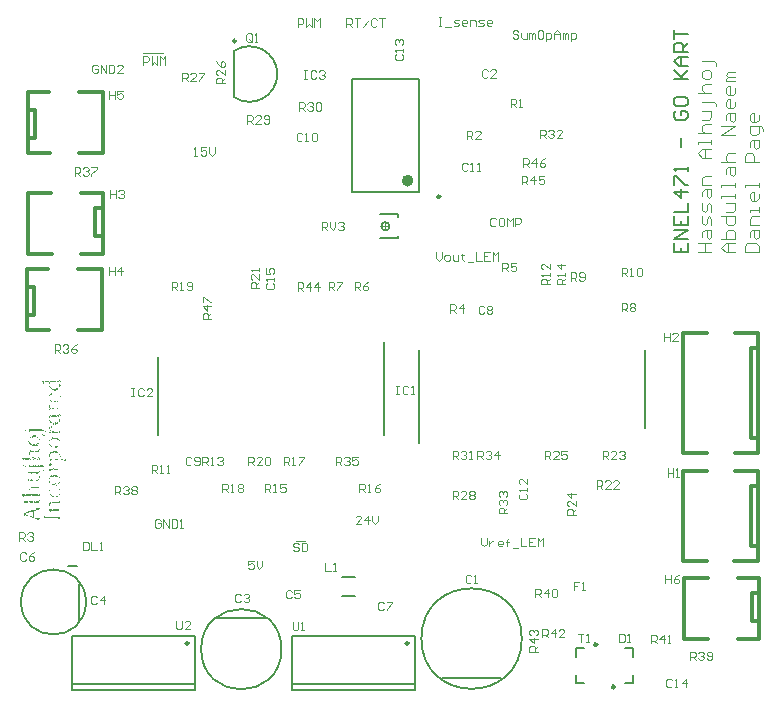
<source format=gto>
G04*
G04 #@! TF.GenerationSoftware,Altium Limited,Altium Designer,20.1.14 (287)*
G04*
G04 Layer_Color=65535*
%FSLAX43Y43*%
%MOMM*%
G71*
G04*
G04 #@! TF.SameCoordinates,E881D564-7E94-4D67-93EA-8D466AB4E10B*
G04*
G04*
G04 #@! TF.FilePolarity,Positive*
G04*
G01*
G75*
%ADD10C,0.150*%
%ADD11C,0.500*%
%ADD12C,0.250*%
%ADD13C,0.200*%
%ADD14C,0.300*%
%ADD15C,0.305*%
%ADD16C,0.100*%
G36*
X3868Y26651D02*
X3855D01*
Y26664D01*
X3868D01*
Y26651D01*
D02*
G37*
G36*
X3855Y26637D02*
X3841D01*
Y26651D01*
X3855D01*
Y26637D01*
D02*
G37*
G36*
X3788Y26691D02*
X3815D01*
Y26677D01*
X3828D01*
Y26637D01*
X3841D01*
Y26624D01*
X3855D01*
Y26611D01*
X3868D01*
Y26571D01*
X3881D01*
Y26544D01*
X3855D01*
Y26531D01*
X3868D01*
Y26517D01*
X3881D01*
Y26504D01*
X3868D01*
Y26517D01*
X3855D01*
Y26504D01*
X3868D01*
Y26490D01*
X3855D01*
Y26477D01*
X3841D01*
Y26490D01*
X3828D01*
Y26504D01*
X3841D01*
Y26517D01*
X3828D01*
Y26531D01*
X3815D01*
Y26544D01*
X3801D01*
Y26531D01*
X3815D01*
Y26517D01*
X3801D01*
Y26504D01*
X3788D01*
Y26517D01*
X3775D01*
Y26504D01*
X3788D01*
Y26490D01*
X3775D01*
Y26504D01*
X3761D01*
Y26517D01*
X3748D01*
Y26504D01*
X3761D01*
Y26490D01*
X3775D01*
Y26477D01*
X3788D01*
Y26464D01*
X3775D01*
Y26477D01*
X3761D01*
Y26490D01*
X3748D01*
Y26504D01*
X3735D01*
Y26517D01*
X3721D01*
Y26531D01*
X3761D01*
Y26544D01*
X3748D01*
Y26571D01*
X3775D01*
Y26557D01*
X3788D01*
Y26571D01*
X3801D01*
Y26557D01*
X3815D01*
Y26544D01*
X3828D01*
Y26531D01*
X3841D01*
Y26544D01*
X3828D01*
Y26557D01*
X3815D01*
Y26571D01*
X3801D01*
Y26584D01*
X3815D01*
Y26571D01*
X3828D01*
Y26557D01*
X3841D01*
Y26571D01*
X3828D01*
Y26584D01*
X3815D01*
Y26597D01*
X3801D01*
Y26611D01*
X3815D01*
Y26677D01*
X3801D01*
Y26664D01*
X3788D01*
Y26677D01*
X3775D01*
Y26704D01*
X3788D01*
Y26691D01*
D02*
G37*
G36*
X2401Y26544D02*
X2387D01*
Y26557D01*
X2401D01*
Y26544D01*
D02*
G37*
G36*
X2387Y26531D02*
X2374D01*
Y26544D01*
X2387D01*
Y26531D01*
D02*
G37*
G36*
X3681Y26517D02*
X3695D01*
Y26504D01*
X3708D01*
Y26517D01*
X3721D01*
Y26504D01*
X3735D01*
Y26490D01*
X3748D01*
Y26477D01*
X3761D01*
Y26464D01*
X3775D01*
Y26437D01*
X3748D01*
Y26450D01*
X3735D01*
Y26437D01*
X3748D01*
Y26424D01*
X3735D01*
Y26437D01*
X3721D01*
Y26450D01*
X3708D01*
Y26464D01*
X3721D01*
Y26477D01*
X3708D01*
Y26490D01*
X3695D01*
Y26504D01*
X3681D01*
Y26517D01*
X3668D01*
Y26504D01*
X3681D01*
Y26490D01*
X3695D01*
Y26477D01*
X3681D01*
Y26490D01*
X3668D01*
Y26477D01*
X3681D01*
Y26464D01*
X3668D01*
Y26477D01*
X3655D01*
Y26490D01*
X3641D01*
Y26477D01*
X3655D01*
Y26464D01*
X3668D01*
Y26424D01*
X3655D01*
Y26464D01*
X3641D01*
Y26450D01*
X3601D01*
Y26477D01*
X3588D01*
Y26450D01*
X3601D01*
Y26437D01*
X3588D01*
Y26450D01*
X3575D01*
Y26464D01*
X3561D01*
Y26477D01*
X3548D01*
Y26490D01*
X3535D01*
Y26477D01*
X3548D01*
Y26464D01*
X3561D01*
Y26450D01*
X3548D01*
Y26464D01*
X3535D01*
Y26477D01*
X3521D01*
Y26490D01*
X3508D01*
Y26477D01*
X3521D01*
Y26464D01*
X3535D01*
Y26450D01*
X3521D01*
Y26464D01*
X3508D01*
Y26450D01*
X3521D01*
Y26437D01*
X3508D01*
Y26424D01*
X3548D01*
Y26437D01*
X3561D01*
Y26424D01*
X3575D01*
Y26437D01*
X3588D01*
Y26410D01*
X3134D01*
Y26424D01*
X3121D01*
Y26437D01*
X3134D01*
Y26424D01*
X3148D01*
Y26437D01*
X3134D01*
Y26450D01*
X3121D01*
Y26464D01*
X3108D01*
Y26477D01*
X3094D01*
Y26490D01*
X3081D01*
Y26477D01*
X3094D01*
Y26464D01*
X3108D01*
Y26450D01*
X3094D01*
Y26464D01*
X3081D01*
Y26410D01*
X3054D01*
Y26424D01*
X3041D01*
Y26437D01*
X3028D01*
Y26450D01*
X3014D01*
Y26464D01*
X3001D01*
Y26450D01*
X3014D01*
Y26437D01*
X3028D01*
Y26410D01*
X3014D01*
Y26437D01*
X3001D01*
Y26424D01*
X2988D01*
Y26464D01*
X2974D01*
Y26477D01*
X2961D01*
Y26490D01*
X2948D01*
Y26477D01*
X2961D01*
Y26464D01*
X2974D01*
Y26424D01*
X2988D01*
Y26410D01*
X3001D01*
Y26370D01*
X2988D01*
Y26330D01*
X2974D01*
Y26290D01*
X2961D01*
Y26250D01*
X2974D01*
Y26264D01*
X2988D01*
Y26224D01*
X2974D01*
Y26237D01*
X2961D01*
Y26197D01*
X2974D01*
Y26184D01*
X2961D01*
Y26144D01*
X2948D01*
Y26130D01*
X2961D01*
Y26104D01*
X2974D01*
Y26050D01*
X2988D01*
Y26037D01*
X3001D01*
Y26024D01*
X3014D01*
Y26010D01*
X3028D01*
Y25970D01*
X3041D01*
Y25984D01*
X3054D01*
Y25957D01*
X3028D01*
Y25944D01*
X3054D01*
Y25917D01*
X3068D01*
Y25930D01*
X3081D01*
Y25903D01*
X3108D01*
Y25890D01*
X3121D01*
Y25877D01*
X3134D01*
Y25890D01*
X3148D01*
Y25877D01*
X3161D01*
Y25863D01*
X3174D01*
Y25877D01*
X3188D01*
Y25863D01*
X3201D01*
Y25850D01*
X3188D01*
Y25837D01*
X3201D01*
Y25823D01*
X3214D01*
Y25810D01*
X3228D01*
Y25823D01*
X3214D01*
Y25837D01*
X3228D01*
Y25823D01*
X3241D01*
Y25810D01*
X3254D01*
Y25823D01*
X3241D01*
Y25837D01*
X3228D01*
Y25850D01*
X3241D01*
Y25837D01*
X3254D01*
Y25877D01*
X3268D01*
Y25863D01*
X3281D01*
Y25850D01*
X3294D01*
Y25837D01*
X3308D01*
Y25850D01*
X3294D01*
Y25863D01*
X3308D01*
Y25850D01*
X3321D01*
Y25863D01*
X3415D01*
Y25850D01*
X3428D01*
Y25863D01*
X3495D01*
Y25877D01*
X3508D01*
Y25863D01*
X3521D01*
Y25877D01*
X3535D01*
Y25863D01*
X3548D01*
Y25877D01*
X3588D01*
Y25863D01*
X3601D01*
Y25890D01*
X3628D01*
Y25903D01*
X3641D01*
Y25890D01*
X3655D01*
Y25877D01*
X3668D01*
Y25837D01*
X3681D01*
Y25850D01*
X3695D01*
Y25810D01*
X3708D01*
Y25797D01*
X3695D01*
Y25783D01*
X3655D01*
Y25797D01*
X3641D01*
Y25810D01*
X3628D01*
Y25823D01*
X3615D01*
Y25837D01*
X3601D01*
Y25850D01*
X3588D01*
Y25837D01*
X3601D01*
Y25823D01*
X3588D01*
Y25837D01*
X3575D01*
Y25850D01*
X3561D01*
Y25837D01*
X3575D01*
Y25823D01*
X3588D01*
Y25810D01*
X3628D01*
Y25797D01*
X3641D01*
Y25783D01*
X3655D01*
Y25770D01*
X3641D01*
Y25783D01*
X3628D01*
Y25770D01*
X3641D01*
Y25757D01*
X3601D01*
Y25770D01*
X3588D01*
Y25757D01*
X3601D01*
Y25743D01*
X3588D01*
Y25757D01*
X3575D01*
Y25770D01*
X3561D01*
Y25783D01*
X3548D01*
Y25823D01*
X3535D01*
Y25810D01*
X3521D01*
Y25823D01*
X3508D01*
Y25810D01*
X3521D01*
Y25797D01*
X3535D01*
Y25783D01*
X3548D01*
Y25770D01*
X3561D01*
Y25757D01*
X3575D01*
Y25743D01*
X3508D01*
Y25730D01*
X3495D01*
Y25743D01*
X3481D01*
Y25757D01*
X3468D01*
Y25770D01*
X3455D01*
Y25783D01*
X3441D01*
Y25797D01*
X3428D01*
Y25783D01*
X3441D01*
Y25770D01*
X3455D01*
Y25757D01*
X3468D01*
Y25743D01*
X3481D01*
Y25717D01*
X3535D01*
Y25703D01*
X3348D01*
Y25730D01*
X3335D01*
Y25743D01*
X3268D01*
Y25757D01*
X3254D01*
Y25770D01*
X3241D01*
Y25757D01*
X3228D01*
Y25783D01*
X3201D01*
Y25797D01*
X3188D01*
Y25783D01*
X3174D01*
Y25797D01*
X3148D01*
Y25823D01*
X3134D01*
Y25837D01*
X3121D01*
Y25850D01*
X3081D01*
Y25863D01*
X3094D01*
Y25877D01*
X3081D01*
Y25890D01*
X3068D01*
Y25903D01*
X3054D01*
Y25917D01*
X3041D01*
Y25930D01*
X3028D01*
Y25944D01*
X3014D01*
Y25984D01*
X3001D01*
Y25944D01*
X2988D01*
Y25957D01*
X2974D01*
Y25997D01*
X2961D01*
Y26010D01*
X2948D01*
Y26024D01*
X2961D01*
Y26037D01*
X2948D01*
Y26050D01*
X2934D01*
Y26144D01*
X2921D01*
Y26157D01*
X2908D01*
Y26144D01*
X2921D01*
Y26050D01*
X2934D01*
Y26010D01*
X2948D01*
Y25984D01*
X2934D01*
Y26010D01*
X2921D01*
Y26050D01*
X2908D01*
Y26117D01*
X2894D01*
Y26184D01*
X2908D01*
Y26170D01*
X2921D01*
Y26157D01*
X2934D01*
Y26170D01*
X2921D01*
Y26184D01*
X2934D01*
Y26197D01*
X2921D01*
Y26210D01*
X2934D01*
Y26197D01*
X2948D01*
Y26210D01*
X2934D01*
Y26224D01*
X2921D01*
Y26237D01*
X2934D01*
Y26250D01*
X2921D01*
Y26264D01*
X2934D01*
Y26330D01*
X2948D01*
Y26317D01*
X2961D01*
Y26330D01*
X2948D01*
Y26344D01*
X2934D01*
Y26370D01*
X2921D01*
Y26397D01*
X2934D01*
Y26384D01*
X2948D01*
Y26410D01*
X2921D01*
Y26424D01*
X2908D01*
Y26437D01*
X2921D01*
Y26424D01*
X2934D01*
Y26437D01*
X2921D01*
Y26450D01*
X2908D01*
Y26464D01*
X2894D01*
Y26450D01*
X2881D01*
Y26464D01*
X2868D01*
Y26477D01*
X2854D01*
Y26464D01*
X2868D01*
Y26450D01*
X2854D01*
Y26464D01*
X2841D01*
Y26450D01*
X2854D01*
Y26437D01*
X2841D01*
Y26450D01*
X2828D01*
Y26464D01*
X2814D01*
Y26450D01*
X2801D01*
Y26464D01*
X2788D01*
Y26450D01*
X2748D01*
Y26464D01*
X2734D01*
Y26450D01*
X2748D01*
Y26437D01*
X2761D01*
Y26424D01*
X2721D01*
Y26437D01*
X2707D01*
Y26450D01*
X2694D01*
Y26464D01*
X2681D01*
Y26450D01*
X2694D01*
Y26437D01*
X2707D01*
Y26424D01*
X2694D01*
Y26437D01*
X2681D01*
Y26450D01*
X2667D01*
Y26464D01*
X2654D01*
Y26450D01*
X2641D01*
Y26464D01*
X2627D01*
Y26450D01*
X2641D01*
Y26437D01*
X2627D01*
Y26450D01*
X2614D01*
Y26437D01*
X2601D01*
Y26450D01*
X2587D01*
Y26464D01*
X2574D01*
Y26450D01*
X2561D01*
Y26464D01*
X2547D01*
Y26477D01*
X2534D01*
Y26464D01*
X2547D01*
Y26450D01*
X2561D01*
Y26437D01*
X2547D01*
Y26424D01*
X2521D01*
Y26410D01*
X2507D01*
Y26397D01*
X2481D01*
Y26410D01*
X2467D01*
Y26397D01*
X2481D01*
Y26384D01*
X2494D01*
Y26370D01*
X2481D01*
Y26357D01*
X2467D01*
Y26344D01*
X2481D01*
Y26330D01*
X2467D01*
Y26317D01*
X2481D01*
Y26304D01*
X2467D01*
Y26317D01*
X2454D01*
Y26384D01*
X2441D01*
Y26424D01*
X2427D01*
Y26437D01*
X2414D01*
Y26450D01*
X2401D01*
Y26464D01*
X2387D01*
Y26477D01*
X2401D01*
Y26490D01*
X2387D01*
Y26517D01*
X2414D01*
Y26504D01*
X2427D01*
Y26490D01*
X2441D01*
Y26477D01*
X2454D01*
Y26490D01*
X2441D01*
Y26504D01*
X2427D01*
Y26517D01*
X2414D01*
Y26531D01*
X2427D01*
Y26517D01*
X2441D01*
Y26504D01*
X2454D01*
Y26517D01*
X2441D01*
Y26531D01*
X2454D01*
Y26517D01*
X2467D01*
Y26504D01*
X2481D01*
Y26531D01*
X2534D01*
Y26517D01*
X2547D01*
Y26504D01*
X2561D01*
Y26517D01*
X2547D01*
Y26531D01*
X2614D01*
Y26517D01*
X2627D01*
Y26504D01*
X2641D01*
Y26517D01*
X2627D01*
Y26531D01*
X2641D01*
Y26517D01*
X2654D01*
Y26504D01*
X2667D01*
Y26517D01*
X2654D01*
Y26531D01*
X2748D01*
Y26517D01*
X2761D01*
Y26504D01*
X2774D01*
Y26517D01*
X2761D01*
Y26531D01*
X2828D01*
Y26517D01*
X2841D01*
Y26504D01*
X2854D01*
Y26517D01*
X2841D01*
Y26531D01*
X2854D01*
Y26517D01*
X2868D01*
Y26504D01*
X2881D01*
Y26517D01*
X2868D01*
Y26531D01*
X2961D01*
Y26517D01*
X2974D01*
Y26504D01*
X2988D01*
Y26517D01*
X2974D01*
Y26531D01*
X2988D01*
Y26517D01*
X3001D01*
Y26504D01*
X3014D01*
Y26517D01*
X3001D01*
Y26531D01*
X3068D01*
Y26517D01*
X3081D01*
Y26504D01*
X3094D01*
Y26517D01*
X3081D01*
Y26531D01*
X3094D01*
Y26517D01*
X3108D01*
Y26504D01*
X3121D01*
Y26517D01*
X3108D01*
Y26531D01*
X3308D01*
Y26517D01*
X3321D01*
Y26504D01*
X3335D01*
Y26517D01*
X3321D01*
Y26531D01*
X3415D01*
Y26517D01*
X3428D01*
Y26504D01*
X3441D01*
Y26517D01*
X3428D01*
Y26531D01*
X3521D01*
Y26517D01*
X3535D01*
Y26504D01*
X3548D01*
Y26517D01*
X3535D01*
Y26531D01*
X3548D01*
Y26517D01*
X3561D01*
Y26504D01*
X3575D01*
Y26517D01*
X3561D01*
Y26531D01*
X3681D01*
Y26517D01*
D02*
G37*
G36*
X3828Y26477D02*
X3815D01*
Y26490D01*
X3828D01*
Y26477D01*
D02*
G37*
G36*
X3895Y26464D02*
X3881D01*
Y26490D01*
X3895D01*
Y26464D01*
D02*
G37*
G36*
X3881Y26450D02*
X3868D01*
Y26464D01*
X3881D01*
Y26450D01*
D02*
G37*
G36*
X3868Y26437D02*
X3855D01*
Y26450D01*
X3868D01*
Y26437D01*
D02*
G37*
G36*
X3641Y26424D02*
X3628D01*
Y26437D01*
X3641D01*
Y26424D01*
D02*
G37*
G36*
X2681D02*
X2667D01*
Y26437D01*
X2681D01*
Y26424D01*
D02*
G37*
G36*
X2601D02*
X2587D01*
Y26437D01*
X2601D01*
Y26424D01*
D02*
G37*
G36*
X2414D02*
X2401D01*
Y26437D01*
X2414D01*
Y26424D01*
D02*
G37*
G36*
X3788Y26410D02*
X3761D01*
Y26424D01*
X3788D01*
Y26410D01*
D02*
G37*
G36*
X3735D02*
X3721D01*
Y26424D01*
X3735D01*
Y26410D01*
D02*
G37*
G36*
X3628D02*
X3615D01*
Y26424D01*
X3628D01*
Y26410D01*
D02*
G37*
G36*
X2374Y26464D02*
X2387D01*
Y26410D01*
X2374D01*
Y26464D01*
X2361D01*
Y26531D01*
X2374D01*
Y26464D01*
D02*
G37*
G36*
X3054Y26397D02*
X3041D01*
Y26410D01*
X3054D01*
Y26397D01*
D02*
G37*
G36*
X2841D02*
X2801D01*
Y26410D01*
X2841D01*
Y26397D01*
D02*
G37*
G36*
X2788D02*
X2748D01*
Y26410D01*
X2788D01*
Y26397D01*
D02*
G37*
G36*
X2734D02*
X2641D01*
Y26410D01*
X2734D01*
Y26397D01*
D02*
G37*
G36*
X2627D02*
X2534D01*
Y26410D01*
X2627D01*
Y26397D01*
D02*
G37*
G36*
X3041Y26384D02*
X3028D01*
Y26397D01*
X3041D01*
Y26384D01*
D02*
G37*
G36*
X2441Y26370D02*
X2427D01*
Y26384D01*
X2441D01*
Y26370D01*
D02*
G37*
G36*
X3788Y26304D02*
X3775D01*
Y26317D01*
X3788D01*
Y26304D01*
D02*
G37*
G36*
X3775Y26290D02*
X3761D01*
Y26304D01*
X3775D01*
Y26290D01*
D02*
G37*
G36*
X2467Y26277D02*
X2454D01*
Y26290D01*
X2441D01*
Y26304D01*
X2467D01*
Y26277D01*
D02*
G37*
G36*
X3868Y26197D02*
X3855D01*
Y26210D01*
X3868D01*
Y26197D01*
D02*
G37*
G36*
X3775Y26184D02*
X3761D01*
Y26224D01*
X3775D01*
Y26184D01*
D02*
G37*
G36*
X3801Y26237D02*
X3815D01*
Y26224D01*
X3828D01*
Y26210D01*
X3841D01*
Y26197D01*
X3855D01*
Y26157D01*
X3868D01*
Y26117D01*
X3881D01*
Y26090D01*
X3868D01*
Y26077D01*
X3881D01*
Y26050D01*
X3868D01*
Y26037D01*
X3881D01*
Y26024D01*
X3868D01*
Y26037D01*
X3855D01*
Y26050D01*
X3841D01*
Y26064D01*
X3828D01*
Y26077D01*
X3815D01*
Y26090D01*
X3801D01*
Y26104D01*
X3815D01*
Y26117D01*
X3801D01*
Y26130D01*
X3815D01*
Y26144D01*
X3788D01*
Y26117D01*
X3775D01*
Y26157D01*
X3788D01*
Y26170D01*
X3801D01*
Y26157D01*
X3815D01*
Y26170D01*
X3801D01*
Y26184D01*
X3788D01*
Y26224D01*
X3775D01*
Y26250D01*
X3801D01*
Y26237D01*
D02*
G37*
G36*
X3895Y26117D02*
X3881D01*
Y26130D01*
X3895D01*
Y26117D01*
D02*
G37*
G36*
X3815Y26064D02*
X3828D01*
Y26050D01*
X3841D01*
Y26037D01*
X3855D01*
Y26024D01*
X3868D01*
Y26010D01*
X3881D01*
Y25997D01*
X3895D01*
Y25984D01*
X3881D01*
Y25997D01*
X3868D01*
Y25984D01*
X3881D01*
Y25970D01*
X3868D01*
Y25984D01*
X3855D01*
Y25970D01*
X3868D01*
Y25957D01*
X3855D01*
Y25970D01*
X3841D01*
Y25984D01*
X3828D01*
Y25997D01*
X3815D01*
Y26010D01*
X3801D01*
Y25997D01*
X3815D01*
Y25984D01*
X3801D01*
Y25970D01*
X3788D01*
Y26010D01*
X3775D01*
Y26024D01*
X3788D01*
Y26037D01*
X3801D01*
Y26024D01*
X3815D01*
Y26010D01*
X3828D01*
Y25997D01*
X3841D01*
Y26010D01*
X3855D01*
Y26024D01*
X3841D01*
Y26037D01*
X3828D01*
Y26024D01*
X3815D01*
Y26037D01*
X3801D01*
Y26050D01*
X3815D01*
Y26064D01*
X3801D01*
Y26077D01*
X3815D01*
Y26064D01*
D02*
G37*
G36*
X3775Y25997D02*
X3761D01*
Y26010D01*
X3775D01*
Y25997D01*
D02*
G37*
G36*
X3748D02*
X3735D01*
Y26010D01*
X3748D01*
Y25997D01*
D02*
G37*
G36*
X3735Y25984D02*
X3721D01*
Y25997D01*
X3735D01*
Y25984D01*
D02*
G37*
G36*
X3068D02*
X3054D01*
Y25997D01*
X3068D01*
Y25984D01*
D02*
G37*
G36*
X3721Y25970D02*
X3708D01*
Y25984D01*
X3721D01*
Y25970D01*
D02*
G37*
G36*
X3708Y25957D02*
X3695D01*
Y25970D01*
X3708D01*
Y25957D01*
D02*
G37*
G36*
X3841D02*
X3855D01*
Y25944D01*
X3841D01*
Y25957D01*
X3828D01*
Y25970D01*
X3841D01*
Y25957D01*
D02*
G37*
G36*
X3775Y25970D02*
X3788D01*
Y25957D01*
X3801D01*
Y25944D01*
X3815D01*
Y25957D01*
X3828D01*
Y25944D01*
X3841D01*
Y25930D01*
X3801D01*
Y25917D01*
X3841D01*
Y25903D01*
X3828D01*
Y25890D01*
X3815D01*
Y25903D01*
X3801D01*
Y25890D01*
X3815D01*
Y25877D01*
X3801D01*
Y25863D01*
X3788D01*
Y25850D01*
X3775D01*
Y25837D01*
X3761D01*
Y25850D01*
X3748D01*
Y25863D01*
X3735D01*
Y25877D01*
X3721D01*
Y25890D01*
X3735D01*
Y25877D01*
X3748D01*
Y25863D01*
X3761D01*
Y25877D01*
X3748D01*
Y25890D01*
X3735D01*
Y25903D01*
X3748D01*
Y25890D01*
X3761D01*
Y25930D01*
X3748D01*
Y25917D01*
X3735D01*
Y25957D01*
X3748D01*
Y25944D01*
X3761D01*
Y25957D01*
X3748D01*
Y25970D01*
X3761D01*
Y25984D01*
X3775D01*
Y25970D01*
D02*
G37*
G36*
X3094Y25930D02*
X3081D01*
Y25944D01*
X3094D01*
Y25930D01*
D02*
G37*
G36*
X2974D02*
X2961D01*
Y25957D01*
X2974D01*
Y25930D01*
D02*
G37*
G36*
X3721Y25917D02*
X3708D01*
Y25930D01*
X3721D01*
Y25917D01*
D02*
G37*
G36*
X3681Y25930D02*
X3695D01*
Y25917D01*
X3708D01*
Y25903D01*
X3695D01*
Y25917D01*
X3681D01*
Y25930D01*
X3655D01*
Y25944D01*
X3681D01*
Y25930D01*
D02*
G37*
G36*
X3615Y25903D02*
X3588D01*
Y25917D01*
X3615D01*
Y25903D01*
D02*
G37*
G36*
X3148D02*
X3161D01*
Y25890D01*
X3148D01*
Y25903D01*
X3108D01*
Y25917D01*
X3148D01*
Y25903D01*
D02*
G37*
G36*
X3054Y25877D02*
X3041D01*
Y25903D01*
X3054D01*
Y25877D01*
D02*
G37*
G36*
X3721Y25863D02*
X3708D01*
Y25877D01*
X3721D01*
Y25863D01*
D02*
G37*
G36*
X3201Y25877D02*
X3214D01*
Y25863D01*
X3201D01*
Y25877D01*
X3188D01*
Y25890D01*
X3201D01*
Y25877D01*
D02*
G37*
G36*
X3681Y25903D02*
X3695D01*
Y25863D01*
X3708D01*
Y25850D01*
X3695D01*
Y25863D01*
X3681D01*
Y25877D01*
X3668D01*
Y25890D01*
X3681D01*
Y25903D01*
X3668D01*
Y25917D01*
X3681D01*
Y25903D01*
D02*
G37*
G36*
X3828Y25837D02*
X3815D01*
Y25850D01*
X3828D01*
Y25837D01*
D02*
G37*
G36*
X3815Y25823D02*
X3801D01*
Y25837D01*
X3815D01*
Y25823D01*
D02*
G37*
G36*
X3801Y25810D02*
X3788D01*
Y25823D01*
X3801D01*
Y25810D01*
D02*
G37*
G36*
X3748Y25837D02*
X3761D01*
Y25823D01*
X3748D01*
Y25810D01*
X3735D01*
Y25823D01*
X3721D01*
Y25837D01*
X3735D01*
Y25850D01*
X3748D01*
Y25837D01*
D02*
G37*
G36*
X3134Y25810D02*
X3121D01*
Y25823D01*
X3134D01*
Y25810D01*
D02*
G37*
G36*
X3228Y25743D02*
X3188D01*
Y25757D01*
X3228D01*
Y25743D01*
D02*
G37*
G36*
X3321Y25717D02*
X3294D01*
Y25730D01*
X3321D01*
Y25717D01*
D02*
G37*
G36*
X3201Y25477D02*
X3161D01*
Y25490D01*
X3201D01*
Y25477D01*
D02*
G37*
G36*
X3748Y25463D02*
X3735D01*
Y25477D01*
X3748D01*
Y25463D01*
D02*
G37*
G36*
X3108D02*
X3081D01*
Y25477D01*
X3108D01*
Y25463D01*
D02*
G37*
G36*
X3201Y25450D02*
X3188D01*
Y25463D01*
X3201D01*
Y25450D01*
D02*
G37*
G36*
X3241Y25437D02*
X3228D01*
Y25450D01*
X3241D01*
Y25437D01*
D02*
G37*
G36*
X3041D02*
X3028D01*
Y25450D01*
X3041D01*
Y25437D01*
D02*
G37*
G36*
X3775D02*
X3788D01*
Y25423D01*
X3775D01*
Y25437D01*
X3761D01*
Y25450D01*
X3775D01*
Y25437D01*
D02*
G37*
G36*
X3708Y25423D02*
X3695D01*
Y25437D01*
X3708D01*
Y25423D01*
D02*
G37*
G36*
X3028D02*
X3001D01*
Y25437D01*
X3028D01*
Y25423D01*
D02*
G37*
G36*
X3148Y25450D02*
X3161D01*
Y25437D01*
X3174D01*
Y25450D01*
X3188D01*
Y25383D01*
X3201D01*
Y25423D01*
X3214D01*
Y25437D01*
X3228D01*
Y25423D01*
X3241D01*
Y25410D01*
X3254D01*
Y25397D01*
X3268D01*
Y25383D01*
X3281D01*
Y25397D01*
X3268D01*
Y25410D01*
X3281D01*
Y25397D01*
X3294D01*
Y25383D01*
X3308D01*
Y25397D01*
X3321D01*
Y25383D01*
X3335D01*
Y25370D01*
X3348D01*
Y25357D01*
X3361D01*
Y25343D01*
X3375D01*
Y25330D01*
X3388D01*
Y25317D01*
X3401D01*
Y25303D01*
X3415D01*
Y25290D01*
X3428D01*
Y25276D01*
X3441D01*
Y25263D01*
X3455D01*
Y25250D01*
X3441D01*
Y25263D01*
X3428D01*
Y25250D01*
X3441D01*
Y25236D01*
X3455D01*
Y25196D01*
X3468D01*
Y25183D01*
X3428D01*
Y25170D01*
X3468D01*
Y25076D01*
X3455D01*
Y25063D01*
X3468D01*
Y25050D01*
X3455D01*
Y24983D01*
X3441D01*
Y24996D01*
X3428D01*
Y25010D01*
X3441D01*
Y25023D01*
X3428D01*
Y25063D01*
X3441D01*
Y25076D01*
X3428D01*
Y25170D01*
X3415D01*
Y25210D01*
X3401D01*
Y25223D01*
X3415D01*
Y25236D01*
X3401D01*
Y25250D01*
X3361D01*
Y25263D01*
X3375D01*
Y25276D01*
X3361D01*
Y25290D01*
X3348D01*
Y25303D01*
X3335D01*
Y25317D01*
X3348D01*
Y25303D01*
X3361D01*
Y25317D01*
X3348D01*
Y25330D01*
X3335D01*
Y25343D01*
X3321D01*
Y25357D01*
X3308D01*
Y25370D01*
X3294D01*
Y25357D01*
X3308D01*
Y25343D01*
X3321D01*
Y25330D01*
X3294D01*
Y25317D01*
X3268D01*
Y25330D01*
X3254D01*
Y25343D01*
X3214D01*
Y25357D01*
X3201D01*
Y25370D01*
X3188D01*
Y25357D01*
X3201D01*
Y25343D01*
X3188D01*
Y25357D01*
X3174D01*
Y25370D01*
X3161D01*
Y25383D01*
X3148D01*
Y25397D01*
X3134D01*
Y25410D01*
X3121D01*
Y25423D01*
X3108D01*
Y25437D01*
X3121D01*
Y25450D01*
X3134D01*
Y25437D01*
X3148D01*
Y25423D01*
X3161D01*
Y25410D01*
X3174D01*
Y25423D01*
X3161D01*
Y25437D01*
X3148D01*
Y25450D01*
X3134D01*
Y25463D01*
X3148D01*
Y25450D01*
D02*
G37*
G36*
X3108Y25410D02*
X3121D01*
Y25397D01*
X3134D01*
Y25357D01*
X3148D01*
Y25370D01*
X3161D01*
Y25357D01*
X3174D01*
Y25343D01*
X3108D01*
Y25330D01*
X3068D01*
Y25343D01*
X3054D01*
Y25330D01*
X3068D01*
Y25317D01*
X3054D01*
Y25330D01*
X3041D01*
Y25317D01*
X3028D01*
Y25330D01*
X3014D01*
Y25343D01*
X3028D01*
Y25357D01*
X3014D01*
Y25370D01*
X3028D01*
Y25383D01*
X3041D01*
Y25397D01*
X3054D01*
Y25357D01*
X3068D01*
Y25397D01*
X3054D01*
Y25410D01*
X3068D01*
Y25423D01*
X3081D01*
Y25410D01*
X3094D01*
Y25423D01*
X3108D01*
Y25410D01*
D02*
G37*
G36*
X3001D02*
X2988D01*
Y25423D01*
X3001D01*
Y25410D01*
D02*
G37*
G36*
X2988Y25397D02*
X2974D01*
Y25410D01*
X2988D01*
Y25397D01*
D02*
G37*
G36*
X3735Y25450D02*
X3748D01*
Y25437D01*
X3761D01*
Y25423D01*
X3775D01*
Y25383D01*
X3788D01*
Y25370D01*
X3801D01*
Y25357D01*
X3815D01*
Y25343D01*
X3828D01*
Y25330D01*
X3815D01*
Y25343D01*
X3801D01*
Y25357D01*
X3788D01*
Y25370D01*
X3748D01*
Y25357D01*
X3735D01*
Y25383D01*
X3721D01*
Y25410D01*
X3735D01*
Y25397D01*
X3748D01*
Y25383D01*
X3761D01*
Y25397D01*
X3748D01*
Y25410D01*
X3761D01*
Y25423D01*
X3735D01*
Y25450D01*
X3721D01*
Y25437D01*
X3708D01*
Y25463D01*
X3735D01*
Y25450D01*
D02*
G37*
G36*
X3335Y25397D02*
X3348D01*
Y25383D01*
X3335D01*
Y25397D01*
X3321D01*
Y25410D01*
X3335D01*
Y25397D01*
D02*
G37*
G36*
X2974Y25370D02*
X2961D01*
Y25397D01*
X2974D01*
Y25370D01*
D02*
G37*
G36*
X3375Y25357D02*
X3388D01*
Y25343D01*
X3401D01*
Y25330D01*
X3388D01*
Y25343D01*
X3375D01*
Y25357D01*
X3361D01*
Y25383D01*
X3375D01*
Y25357D01*
D02*
G37*
G36*
X3441Y25317D02*
X3428D01*
Y25343D01*
X3441D01*
Y25317D01*
D02*
G37*
G36*
X3228D02*
X3121D01*
Y25330D01*
X3228D01*
Y25317D01*
D02*
G37*
G36*
X3428Y25303D02*
X3415D01*
Y25317D01*
X3428D01*
Y25303D01*
D02*
G37*
G36*
X3268D02*
X3254D01*
Y25317D01*
X3268D01*
Y25303D01*
D02*
G37*
G36*
X3001Y25330D02*
X3014D01*
Y25317D01*
X3028D01*
Y25303D01*
X3014D01*
Y25317D01*
X3001D01*
Y25303D01*
X3014D01*
Y25290D01*
X3001D01*
Y25303D01*
X2988D01*
Y25343D01*
X3001D01*
Y25330D01*
D02*
G37*
G36*
X3868Y25290D02*
X3855D01*
Y25303D01*
X3868D01*
Y25290D01*
D02*
G37*
G36*
X3788D02*
X3801D01*
Y25276D01*
X3775D01*
Y25303D01*
X3788D01*
Y25290D01*
D02*
G37*
G36*
X3001Y25276D02*
X2988D01*
Y25290D01*
X3001D01*
Y25276D01*
D02*
G37*
G36*
X3361Y25236D02*
X3348D01*
Y25250D01*
X3361D01*
Y25236D01*
D02*
G37*
G36*
X3788Y25343D02*
X3801D01*
Y25330D01*
X3815D01*
Y25317D01*
X3828D01*
Y25303D01*
X3841D01*
Y25290D01*
X3855D01*
Y25236D01*
X3868D01*
Y25210D01*
X3881D01*
Y25196D01*
X3895D01*
Y25183D01*
X3881D01*
Y25196D01*
X3868D01*
Y25183D01*
X3881D01*
Y25143D01*
X3868D01*
Y25130D01*
X3881D01*
Y25090D01*
X3868D01*
Y25103D01*
X3855D01*
Y25116D01*
X3841D01*
Y25130D01*
X3828D01*
Y25143D01*
X3841D01*
Y25183D01*
X3828D01*
Y25196D01*
X3815D01*
Y25290D01*
X3801D01*
Y25303D01*
X3788D01*
Y25317D01*
X3801D01*
Y25330D01*
X3788D01*
Y25343D01*
X3775D01*
Y25357D01*
X3788D01*
Y25343D01*
D02*
G37*
G36*
X2974Y25276D02*
X2988D01*
Y25263D01*
X2974D01*
Y25250D01*
X2948D01*
Y25223D01*
X2961D01*
Y25183D01*
X2948D01*
Y25196D01*
X2934D01*
Y25276D01*
X2948D01*
Y25303D01*
X2961D01*
Y25317D01*
X2974D01*
Y25276D01*
D02*
G37*
G36*
X3828Y25170D02*
X3815D01*
Y25183D01*
X3828D01*
Y25170D01*
D02*
G37*
G36*
X2948D02*
X2934D01*
Y25183D01*
X2948D01*
Y25170D01*
D02*
G37*
G36*
X3855Y25090D02*
X3841D01*
Y25103D01*
X3855D01*
Y25090D01*
D02*
G37*
G36*
X2908Y25103D02*
X2921D01*
Y25090D01*
X2908D01*
Y25076D01*
X2894D01*
Y25116D01*
X2908D01*
Y25103D01*
D02*
G37*
G36*
X3841Y25076D02*
X3881D01*
Y25036D01*
X3868D01*
Y25050D01*
X3855D01*
Y25036D01*
X3868D01*
Y25023D01*
X3855D01*
Y25010D01*
X3868D01*
Y24996D01*
X3855D01*
Y24983D01*
X3841D01*
Y24996D01*
X3828D01*
Y24983D01*
X3841D01*
Y24970D01*
X3828D01*
Y24983D01*
X3815D01*
Y24996D01*
X3801D01*
Y25010D01*
X3815D01*
Y25050D01*
X3828D01*
Y25036D01*
X3841D01*
Y25050D01*
X3828D01*
Y25063D01*
X3841D01*
Y25076D01*
X3828D01*
Y25090D01*
X3841D01*
Y25076D01*
D02*
G37*
G36*
X3828Y24956D02*
X3815D01*
Y24970D01*
X3828D01*
Y24956D01*
D02*
G37*
G36*
X3775D02*
X3761D01*
Y24970D01*
X3775D01*
Y24956D01*
D02*
G37*
G36*
X3735Y24943D02*
X3721D01*
Y24956D01*
X3735D01*
Y24943D01*
D02*
G37*
G36*
X3721Y24930D02*
X3708D01*
Y24943D01*
X3721D01*
Y24930D01*
D02*
G37*
G36*
X3788Y24916D02*
X3775D01*
Y24930D01*
X3788D01*
Y24916D01*
D02*
G37*
G36*
X3708D02*
X3695D01*
Y24930D01*
X3708D01*
Y24916D01*
D02*
G37*
G36*
X3801Y24956D02*
X3815D01*
Y24943D01*
X3828D01*
Y24930D01*
X3841D01*
Y24916D01*
X3828D01*
Y24903D01*
X3815D01*
Y24943D01*
X3801D01*
Y24930D01*
X3788D01*
Y24970D01*
X3775D01*
Y24983D01*
X3788D01*
Y24996D01*
X3801D01*
Y24956D01*
D02*
G37*
G36*
X3681Y24903D02*
X3668D01*
Y24916D01*
X3681D01*
Y24903D01*
D02*
G37*
G36*
X2948Y25063D02*
X2961D01*
Y25050D01*
X2948D01*
Y25036D01*
X2961D01*
Y25023D01*
X2974D01*
Y24983D01*
X2988D01*
Y24970D01*
X3001D01*
Y24956D01*
X3014D01*
Y24943D01*
X3028D01*
Y24930D01*
X3041D01*
Y24916D01*
X3054D01*
Y24903D01*
X3041D01*
Y24916D01*
X3028D01*
Y24903D01*
X3041D01*
Y24890D01*
X3028D01*
Y24903D01*
X3014D01*
Y24943D01*
X3001D01*
Y24930D01*
X2988D01*
Y24916D01*
X2974D01*
Y24956D01*
X2961D01*
Y24996D01*
X2948D01*
Y25010D01*
X2934D01*
Y25103D01*
X2948D01*
Y25063D01*
D02*
G37*
G36*
X3815Y24890D02*
X3801D01*
Y24903D01*
X3815D01*
Y24890D01*
D02*
G37*
G36*
X3668D02*
X3655D01*
Y24903D01*
X3668D01*
Y24890D01*
D02*
G37*
G36*
X3775Y24903D02*
X3788D01*
Y24890D01*
X3775D01*
Y24876D01*
X3761D01*
Y24916D01*
X3775D01*
Y24903D01*
D02*
G37*
G36*
X3748Y24876D02*
X3735D01*
Y24890D01*
X3748D01*
Y24876D01*
D02*
G37*
G36*
X3014Y24890D02*
X3028D01*
Y24876D01*
X3014D01*
Y24890D01*
X3001D01*
Y24903D01*
X3014D01*
Y24890D01*
D02*
G37*
G36*
X3841Y24863D02*
X3828D01*
Y24876D01*
X3841D01*
Y24863D01*
D02*
G37*
G36*
X3721Y24876D02*
X3735D01*
Y24863D01*
X3721D01*
Y24876D01*
X3708D01*
Y24863D01*
X3721D01*
Y24850D01*
X3708D01*
Y24863D01*
X3695D01*
Y24876D01*
X3681D01*
Y24890D01*
X3721D01*
Y24876D01*
D02*
G37*
G36*
X3615Y24863D02*
X3588D01*
Y24876D01*
X3615D01*
Y24863D01*
D02*
G37*
G36*
X3828Y24850D02*
X3815D01*
Y24863D01*
X3828D01*
Y24850D01*
D02*
G37*
G36*
X3801D02*
X3788D01*
Y24863D01*
X3801D01*
Y24850D01*
D02*
G37*
G36*
X3681Y24863D02*
X3695D01*
Y24850D01*
X3681D01*
Y24863D01*
X3668D01*
Y24876D01*
X3681D01*
Y24863D01*
D02*
G37*
G36*
X3108Y24836D02*
X3134D01*
Y24823D01*
X3148D01*
Y24836D01*
X3161D01*
Y24823D01*
X3174D01*
Y24836D01*
X3161D01*
Y24850D01*
X3188D01*
Y24823D01*
X3201D01*
Y24810D01*
X3214D01*
Y24796D01*
X3228D01*
Y24783D01*
X3214D01*
Y24796D01*
X3201D01*
Y24783D01*
X3214D01*
Y24743D01*
X3201D01*
Y24756D01*
X3188D01*
Y24770D01*
X3174D01*
Y24756D01*
X3188D01*
Y24743D01*
X3201D01*
Y24730D01*
X3188D01*
Y24743D01*
X3174D01*
Y24756D01*
X3134D01*
Y24770D01*
X3121D01*
Y24783D01*
X3134D01*
Y24796D01*
X3121D01*
Y24810D01*
X3108D01*
Y24796D01*
X3094D01*
Y24810D01*
X3081D01*
Y24823D01*
X3068D01*
Y24863D01*
X3054D01*
Y24876D01*
X3068D01*
Y24890D01*
X3081D01*
Y24850D01*
X3094D01*
Y24890D01*
X3108D01*
Y24836D01*
D02*
G37*
G36*
X3054Y24850D02*
X3041D01*
Y24863D01*
X3054D01*
Y24850D01*
D02*
G37*
G36*
X3788Y24836D02*
X3775D01*
Y24850D01*
X3788D01*
Y24836D01*
D02*
G37*
G36*
X3775Y24823D02*
X3761D01*
Y24836D01*
X3775D01*
Y24823D01*
D02*
G37*
G36*
X3695D02*
X3681D01*
Y24836D01*
X3695D01*
Y24823D01*
D02*
G37*
G36*
X3668D02*
X3681D01*
Y24810D01*
X3668D01*
Y24796D01*
X3681D01*
Y24783D01*
X3708D01*
Y24770D01*
X3681D01*
Y24783D01*
X3668D01*
Y24796D01*
X3655D01*
Y24810D01*
X3641D01*
Y24823D01*
X3628D01*
Y24836D01*
X3641D01*
Y24823D01*
X3655D01*
Y24836D01*
X3641D01*
Y24850D01*
X3655D01*
Y24863D01*
X3668D01*
Y24823D01*
D02*
G37*
G36*
X3615D02*
X3628D01*
Y24810D01*
X3641D01*
Y24796D01*
X3655D01*
Y24783D01*
X3668D01*
Y24770D01*
X3681D01*
Y24756D01*
X3668D01*
Y24770D01*
X3655D01*
Y24756D01*
X3668D01*
Y24743D01*
X3655D01*
Y24756D01*
X3641D01*
Y24730D01*
X3628D01*
Y24756D01*
X3615D01*
Y24770D01*
X3601D01*
Y24783D01*
X3588D01*
Y24796D01*
X3575D01*
Y24810D01*
X3561D01*
Y24823D01*
X3575D01*
Y24836D01*
X3588D01*
Y24823D01*
X3601D01*
Y24836D01*
X3588D01*
Y24850D01*
X3615D01*
Y24823D01*
D02*
G37*
G36*
X3535D02*
X3521D01*
Y24836D01*
X3535D01*
Y24823D01*
D02*
G37*
G36*
X3801Y24810D02*
X3788D01*
Y24823D01*
X3801D01*
Y24810D01*
D02*
G37*
G36*
X3761D02*
X3748D01*
Y24823D01*
X3761D01*
Y24810D01*
D02*
G37*
G36*
X3788Y24796D02*
X3775D01*
Y24810D01*
X3788D01*
Y24796D01*
D02*
G37*
G36*
X3748D02*
X3735D01*
Y24810D01*
X3748D01*
Y24796D01*
D02*
G37*
G36*
X3561D02*
X3548D01*
Y24810D01*
X3561D01*
Y24796D01*
D02*
G37*
G36*
X3508Y24823D02*
X3521D01*
Y24810D01*
X3508D01*
Y24770D01*
X3521D01*
Y24756D01*
X3535D01*
Y24743D01*
X3548D01*
Y24756D01*
X3535D01*
Y24770D01*
X3521D01*
Y24783D01*
X3535D01*
Y24770D01*
X3548D01*
Y24756D01*
X3561D01*
Y24743D01*
X3575D01*
Y24730D01*
X3588D01*
Y24716D01*
X3575D01*
Y24730D01*
X3561D01*
Y24716D01*
X3548D01*
Y24730D01*
X3535D01*
Y24716D01*
X3548D01*
Y24703D01*
X3535D01*
Y24690D01*
X3521D01*
Y24703D01*
X3508D01*
Y24690D01*
X3495D01*
Y24703D01*
X3481D01*
Y24690D01*
X3388D01*
Y24703D01*
X3375D01*
Y24690D01*
X3335D01*
Y24703D01*
X3321D01*
Y24690D01*
X3335D01*
Y24676D01*
X3321D01*
Y24690D01*
X3308D01*
Y24703D01*
X3268D01*
Y24716D01*
X3254D01*
Y24730D01*
X3268D01*
Y24716D01*
X3281D01*
Y24730D01*
X3268D01*
Y24743D01*
X3254D01*
Y24756D01*
X3241D01*
Y24770D01*
X3254D01*
Y24810D01*
X3268D01*
Y24796D01*
X3281D01*
Y24810D01*
X3294D01*
Y24823D01*
X3308D01*
Y24810D01*
X3321D01*
Y24796D01*
X3335D01*
Y24823D01*
X3361D01*
Y24810D01*
X3375D01*
Y24796D01*
X3388D01*
Y24810D01*
X3375D01*
Y24823D01*
X3388D01*
Y24810D01*
X3401D01*
Y24796D01*
X3415D01*
Y24783D01*
X3428D01*
Y24796D01*
X3415D01*
Y24810D01*
X3401D01*
Y24823D01*
X3415D01*
Y24810D01*
X3428D01*
Y24796D01*
X3441D01*
Y24810D01*
X3428D01*
Y24823D01*
X3495D01*
Y24836D01*
X3361D01*
Y24850D01*
X3508D01*
Y24823D01*
D02*
G37*
G36*
X3241Y24796D02*
X3228D01*
Y24810D01*
X3241D01*
Y24796D01*
D02*
G37*
G36*
X3775Y24783D02*
X3761D01*
Y24796D01*
X3775D01*
Y24783D01*
D02*
G37*
G36*
X3735D02*
X3721D01*
Y24796D01*
X3735D01*
Y24783D01*
D02*
G37*
G36*
X3761Y24770D02*
X3748D01*
Y24783D01*
X3761D01*
Y24770D01*
D02*
G37*
G36*
X3241Y24743D02*
X3228D01*
Y24756D01*
X3241D01*
Y24743D01*
D02*
G37*
G36*
X3588D02*
X3601D01*
Y24730D01*
X3588D01*
Y24743D01*
X3575D01*
Y24756D01*
X3588D01*
Y24743D01*
D02*
G37*
G36*
X3615Y24690D02*
X3575D01*
Y24703D01*
X3615D01*
Y24690D01*
D02*
G37*
G36*
X3001Y24489D02*
X2974D01*
Y24503D01*
X3001D01*
Y24489D01*
D02*
G37*
G36*
X3801Y24423D02*
X3788D01*
Y24436D01*
X3801D01*
Y24423D01*
D02*
G37*
G36*
X3788Y24396D02*
X3775D01*
Y24423D01*
X3788D01*
Y24396D01*
D02*
G37*
G36*
X3828Y24369D02*
X3841D01*
Y24356D01*
X3855D01*
Y24343D01*
X3868D01*
Y24329D01*
X3855D01*
Y24316D01*
X3868D01*
Y24303D01*
X3881D01*
Y24289D01*
X3868D01*
Y24276D01*
X3855D01*
Y24289D01*
X3841D01*
Y24303D01*
X3828D01*
Y24289D01*
X3841D01*
Y24276D01*
X3855D01*
Y24263D01*
X3841D01*
Y24276D01*
X3828D01*
Y24289D01*
X3815D01*
Y24303D01*
X3801D01*
Y24316D01*
X3788D01*
Y24383D01*
X3801D01*
Y24343D01*
X3815D01*
Y24329D01*
X3828D01*
Y24343D01*
X3815D01*
Y24409D01*
X3828D01*
Y24369D01*
D02*
G37*
G36*
X3895Y24303D02*
X3881D01*
Y24329D01*
X3895D01*
Y24303D01*
D02*
G37*
G36*
X2948Y24503D02*
X2934D01*
Y24463D01*
X2948D01*
Y24476D01*
X2961D01*
Y24489D01*
X2974D01*
Y24476D01*
X2988D01*
Y24463D01*
X3001D01*
Y24449D01*
X3014D01*
Y24476D01*
X3028D01*
Y24263D01*
X3014D01*
Y24436D01*
X3001D01*
Y24316D01*
X2988D01*
Y24329D01*
X2974D01*
Y24316D01*
X2988D01*
Y24303D01*
X2974D01*
Y24289D01*
X2961D01*
Y24303D01*
X2948D01*
Y24316D01*
X2961D01*
Y24329D01*
X2948D01*
Y24369D01*
X2961D01*
Y24383D01*
X2948D01*
Y24423D01*
X2934D01*
Y24303D01*
X2921D01*
Y24516D01*
X2948D01*
Y24503D01*
D02*
G37*
G36*
X3001Y24263D02*
X2988D01*
Y24276D01*
X3001D01*
Y24263D01*
D02*
G37*
G36*
X3735Y24249D02*
X3695D01*
Y24263D01*
X3735D01*
Y24249D01*
D02*
G37*
G36*
X3815D02*
X3828D01*
Y24236D01*
X3815D01*
Y24249D01*
X3801D01*
Y24263D01*
X3815D01*
Y24249D01*
D02*
G37*
G36*
X3775Y24263D02*
X3788D01*
Y24249D01*
X3801D01*
Y24236D01*
X3815D01*
Y24223D01*
X3828D01*
Y24209D01*
X3815D01*
Y24223D01*
X3801D01*
Y24209D01*
X3815D01*
Y24196D01*
X3801D01*
Y24209D01*
X3788D01*
Y24196D01*
X3801D01*
Y24183D01*
X3788D01*
Y24196D01*
X3775D01*
Y24183D01*
X3788D01*
Y24169D01*
X3801D01*
Y24156D01*
X3815D01*
Y24143D01*
X3775D01*
Y24129D01*
X3761D01*
Y24143D01*
X3748D01*
Y24156D01*
X3735D01*
Y24169D01*
X3748D01*
Y24156D01*
X3761D01*
Y24169D01*
X3775D01*
Y24183D01*
X3761D01*
Y24196D01*
X3748D01*
Y24209D01*
X3735D01*
Y24236D01*
X3761D01*
Y24249D01*
X3775D01*
Y24236D01*
X3788D01*
Y24249D01*
X3775D01*
Y24263D01*
X3748D01*
Y24276D01*
X3761D01*
Y24289D01*
X3775D01*
Y24263D01*
D02*
G37*
G36*
X2961Y24276D02*
X2974D01*
Y24263D01*
X2988D01*
Y24249D01*
X3001D01*
Y24236D01*
X2988D01*
Y24249D01*
X2974D01*
Y24263D01*
X2961D01*
Y24276D01*
X2948D01*
Y24289D01*
X2961D01*
Y24276D01*
D02*
G37*
G36*
X3681Y24223D02*
X3668D01*
Y24236D01*
X3681D01*
Y24223D01*
D02*
G37*
G36*
X2961Y24249D02*
X2974D01*
Y24236D01*
X2988D01*
Y24223D01*
X2974D01*
Y24236D01*
X2961D01*
Y24223D01*
X2974D01*
Y24183D01*
X2961D01*
Y24196D01*
X2948D01*
Y24209D01*
X2934D01*
Y24196D01*
X2948D01*
Y24183D01*
X2934D01*
Y24196D01*
X2921D01*
Y24209D01*
X2908D01*
Y24223D01*
X2921D01*
Y24236D01*
X2934D01*
Y24263D01*
X2961D01*
Y24249D01*
D02*
G37*
G36*
X2881Y24223D02*
X2868D01*
Y24236D01*
X2881D01*
Y24223D01*
D02*
G37*
G36*
X3121D02*
X3134D01*
Y24209D01*
X3121D01*
Y24223D01*
X3108D01*
Y24236D01*
X3121D01*
Y24223D01*
D02*
G37*
G36*
X2774D02*
X2788D01*
Y24209D01*
X2801D01*
Y24196D01*
X2734D01*
Y24209D01*
X2721D01*
Y24223D01*
X2761D01*
Y24236D01*
X2774D01*
Y24223D01*
D02*
G37*
G36*
X3735Y24196D02*
X3748D01*
Y24183D01*
X3735D01*
Y24196D01*
X3721D01*
Y24209D01*
X3735D01*
Y24196D01*
D02*
G37*
G36*
X3575Y24223D02*
X3588D01*
Y24209D01*
X3601D01*
Y24196D01*
X3615D01*
Y24183D01*
X3601D01*
Y24196D01*
X3588D01*
Y24209D01*
X3575D01*
Y24223D01*
X3561D01*
Y24236D01*
X3575D01*
Y24223D01*
D02*
G37*
G36*
X3468D02*
X3481D01*
Y24209D01*
X3495D01*
Y24196D01*
X3508D01*
Y24183D01*
X3495D01*
Y24196D01*
X3481D01*
Y24209D01*
X3468D01*
Y24223D01*
X3455D01*
Y24236D01*
X3468D01*
Y24223D01*
D02*
G37*
G36*
X3188Y24183D02*
X3174D01*
Y24196D01*
X3161D01*
Y24209D01*
X3174D01*
Y24223D01*
X3188D01*
Y24183D01*
D02*
G37*
G36*
X3161D02*
X3148D01*
Y24196D01*
X3161D01*
Y24183D01*
D02*
G37*
G36*
X3855Y24169D02*
X3828D01*
Y24183D01*
X3855D01*
Y24169D01*
D02*
G37*
G36*
X2828D02*
X2814D01*
Y24183D01*
X2828D01*
Y24169D01*
D02*
G37*
G36*
X2774D02*
X2748D01*
Y24183D01*
X2774D01*
Y24169D01*
D02*
G37*
G36*
X3881Y24156D02*
X3868D01*
Y24169D01*
X3881D01*
Y24156D01*
D02*
G37*
G36*
X3828D02*
X3815D01*
Y24169D01*
X3828D01*
Y24156D01*
D02*
G37*
G36*
X3868Y24143D02*
X3855D01*
Y24156D01*
X3868D01*
Y24143D01*
D02*
G37*
G36*
X3655Y24223D02*
X3668D01*
Y24183D01*
X3655D01*
Y24223D01*
X3641D01*
Y24156D01*
X3681D01*
Y24169D01*
X3695D01*
Y24156D01*
X3708D01*
Y24143D01*
X3721D01*
Y24129D01*
X3708D01*
Y24143D01*
X3695D01*
Y24116D01*
X3748D01*
Y24103D01*
X3121D01*
Y24116D01*
X3188D01*
Y24129D01*
X3148D01*
Y24143D01*
X3134D01*
Y24129D01*
X3121D01*
Y24143D01*
X3108D01*
Y24156D01*
X3121D01*
Y24169D01*
X3108D01*
Y24183D01*
X3121D01*
Y24169D01*
X3134D01*
Y24156D01*
X3148D01*
Y24143D01*
X3161D01*
Y24156D01*
X3148D01*
Y24169D01*
X3134D01*
Y24183D01*
X3121D01*
Y24196D01*
X3108D01*
Y24209D01*
X3068D01*
Y24223D01*
X3081D01*
Y24236D01*
X3094D01*
Y24223D01*
X3108D01*
Y24209D01*
X3121D01*
Y24196D01*
X3134D01*
Y24183D01*
X3148D01*
Y24169D01*
X3161D01*
Y24156D01*
X3174D01*
Y24143D01*
X3188D01*
Y24129D01*
X3201D01*
Y24116D01*
X3228D01*
Y24143D01*
X3214D01*
Y24156D01*
X3228D01*
Y24169D01*
X3214D01*
Y24183D01*
X3228D01*
Y24169D01*
X3241D01*
Y24156D01*
X3254D01*
Y24143D01*
X3268D01*
Y24156D01*
X3254D01*
Y24169D01*
X3241D01*
Y24183D01*
X3228D01*
Y24196D01*
X3214D01*
Y24209D01*
X3201D01*
Y24223D01*
X3188D01*
Y24236D01*
X3201D01*
Y24223D01*
X3214D01*
Y24209D01*
X3228D01*
Y24196D01*
X3241D01*
Y24183D01*
X3254D01*
Y24196D01*
X3241D01*
Y24209D01*
X3228D01*
Y24223D01*
X3214D01*
Y24236D01*
X3228D01*
Y24223D01*
X3241D01*
Y24209D01*
X3254D01*
Y24196D01*
X3268D01*
Y24156D01*
X3281D01*
Y24196D01*
X3268D01*
Y24209D01*
X3254D01*
Y24223D01*
X3268D01*
Y24209D01*
X3281D01*
Y24223D01*
X3294D01*
Y24236D01*
X3308D01*
Y24223D01*
X3321D01*
Y24209D01*
X3335D01*
Y24223D01*
X3321D01*
Y24236D01*
X3335D01*
Y24223D01*
X3348D01*
Y24209D01*
X3361D01*
Y24196D01*
X3375D01*
Y24156D01*
X3388D01*
Y24143D01*
X3401D01*
Y24129D01*
X3415D01*
Y24116D01*
X3428D01*
Y24129D01*
X3415D01*
Y24143D01*
X3401D01*
Y24156D01*
X3388D01*
Y24196D01*
X3375D01*
Y24209D01*
X3361D01*
Y24223D01*
X3375D01*
Y24209D01*
X3388D01*
Y24223D01*
X3401D01*
Y24236D01*
X3415D01*
Y24223D01*
X3428D01*
Y24209D01*
X3441D01*
Y24223D01*
X3428D01*
Y24236D01*
X3441D01*
Y24223D01*
X3455D01*
Y24209D01*
X3468D01*
Y24196D01*
X3481D01*
Y24183D01*
X3468D01*
Y24196D01*
X3455D01*
Y24183D01*
X3468D01*
Y24169D01*
X3481D01*
Y24156D01*
X3495D01*
Y24143D01*
X3508D01*
Y24129D01*
X3521D01*
Y24116D01*
X3535D01*
Y24129D01*
X3521D01*
Y24143D01*
X3508D01*
Y24156D01*
X3495D01*
Y24169D01*
X3508D01*
Y24156D01*
X3521D01*
Y24143D01*
X3535D01*
Y24129D01*
X3548D01*
Y24116D01*
X3561D01*
Y24129D01*
X3548D01*
Y24143D01*
X3535D01*
Y24156D01*
X3521D01*
Y24183D01*
X3548D01*
Y24169D01*
X3561D01*
Y24156D01*
X3575D01*
Y24169D01*
X3561D01*
Y24183D01*
X3548D01*
Y24196D01*
X3535D01*
Y24209D01*
X3521D01*
Y24196D01*
X3508D01*
Y24209D01*
X3495D01*
Y24223D01*
X3508D01*
Y24236D01*
X3521D01*
Y24223D01*
X3535D01*
Y24209D01*
X3548D01*
Y24223D01*
X3535D01*
Y24236D01*
X3548D01*
Y24223D01*
X3561D01*
Y24209D01*
X3575D01*
Y24196D01*
X3588D01*
Y24183D01*
X3601D01*
Y24169D01*
X3615D01*
Y24156D01*
X3628D01*
Y24143D01*
X3641D01*
Y24156D01*
X3628D01*
Y24196D01*
X3615D01*
Y24209D01*
X3601D01*
Y24223D01*
X3628D01*
Y24236D01*
X3655D01*
Y24223D01*
D02*
G37*
G36*
X3028Y24236D02*
X3041D01*
Y24223D01*
X3054D01*
Y24209D01*
X3068D01*
Y24196D01*
X3054D01*
Y24156D01*
X3068D01*
Y24143D01*
X3054D01*
Y24156D01*
X3041D01*
Y24196D01*
X3028D01*
Y24183D01*
X3014D01*
Y24196D01*
X3001D01*
Y24209D01*
X3014D01*
Y24249D01*
X3028D01*
Y24236D01*
D02*
G37*
G36*
X3855Y24129D02*
X3841D01*
Y24143D01*
X3855D01*
Y24129D01*
D02*
G37*
G36*
X3721Y24156D02*
X3735D01*
Y24143D01*
X3748D01*
Y24129D01*
X3735D01*
Y24143D01*
X3721D01*
Y24156D01*
X3708D01*
Y24169D01*
X3721D01*
Y24156D01*
D02*
G37*
G36*
X3201Y24143D02*
X3214D01*
Y24129D01*
X3201D01*
Y24143D01*
X3188D01*
Y24156D01*
X3201D01*
Y24143D01*
D02*
G37*
G36*
X3108Y24129D02*
X3094D01*
Y24143D01*
X3108D01*
Y24129D01*
D02*
G37*
G36*
X3001Y24183D02*
X3014D01*
Y24169D01*
X3028D01*
Y24156D01*
X3041D01*
Y24143D01*
X3054D01*
Y24129D01*
X3041D01*
Y24143D01*
X3028D01*
Y24156D01*
X3014D01*
Y24169D01*
X3001D01*
Y24183D01*
X2988D01*
Y24196D01*
X3001D01*
Y24183D01*
D02*
G37*
G36*
Y24156D02*
X3014D01*
Y24143D01*
X3028D01*
Y24129D01*
X3041D01*
Y24116D01*
X3028D01*
Y24129D01*
X3014D01*
Y24143D01*
X3001D01*
Y24156D01*
X2988D01*
Y24169D01*
X3001D01*
Y24156D01*
D02*
G37*
G36*
X2841Y24209D02*
X2854D01*
Y24223D01*
X2868D01*
Y24196D01*
X2894D01*
Y24209D01*
X2908D01*
Y24196D01*
X2921D01*
Y24183D01*
X2934D01*
Y24169D01*
X2948D01*
Y24156D01*
X2961D01*
Y24169D01*
X2974D01*
Y24129D01*
X2988D01*
Y24143D01*
X3001D01*
Y23996D01*
X2988D01*
Y24009D01*
X2974D01*
Y24022D01*
X2961D01*
Y24036D01*
X2948D01*
Y24049D01*
X2961D01*
Y24062D01*
X2948D01*
Y24076D01*
X2934D01*
Y24089D01*
X2921D01*
Y24103D01*
X2908D01*
Y24116D01*
X2894D01*
Y24129D01*
X2881D01*
Y24143D01*
X2868D01*
Y24156D01*
X2881D01*
Y24143D01*
X2894D01*
Y24129D01*
X2908D01*
Y24116D01*
X2921D01*
Y24129D01*
X2908D01*
Y24143D01*
X2894D01*
Y24156D01*
X2881D01*
Y24183D01*
X2854D01*
Y24196D01*
X2841D01*
Y24209D01*
X2828D01*
Y24196D01*
X2841D01*
Y24183D01*
X2828D01*
Y24196D01*
X2814D01*
Y24209D01*
X2801D01*
Y24223D01*
X2828D01*
Y24236D01*
X2841D01*
Y24209D01*
D02*
G37*
G36*
X2948Y23996D02*
X2934D01*
Y24036D01*
X2948D01*
Y23996D01*
D02*
G37*
G36*
X2974D02*
X2988D01*
Y23982D01*
X2974D01*
Y23996D01*
X2961D01*
Y24009D01*
X2974D01*
Y23996D01*
D02*
G37*
G36*
X3788Y23689D02*
X3775D01*
Y23702D01*
X3788D01*
Y23689D01*
D02*
G37*
G36*
X3801Y23702D02*
X3815D01*
Y23689D01*
X3828D01*
Y23676D01*
X3815D01*
Y23689D01*
X3801D01*
Y23702D01*
X3788D01*
Y23716D01*
X3801D01*
Y23702D01*
D02*
G37*
G36*
X3788Y23782D02*
X3828D01*
Y23756D01*
X3841D01*
Y23742D01*
X3855D01*
Y23702D01*
X3868D01*
Y23689D01*
X3855D01*
Y23676D01*
X3868D01*
Y23662D01*
X3881D01*
Y23649D01*
X3868D01*
Y23662D01*
X3855D01*
Y23676D01*
X3841D01*
Y23689D01*
X3828D01*
Y23702D01*
X3815D01*
Y23769D01*
X3775D01*
Y23809D01*
X3788D01*
Y23782D01*
D02*
G37*
G36*
X3721Y23649D02*
X3695D01*
Y23662D01*
X3721D01*
Y23649D01*
D02*
G37*
G36*
X3641D02*
X3521D01*
Y23662D01*
X3641D01*
Y23649D01*
D02*
G37*
G36*
X3508D02*
X3094D01*
Y23662D01*
X3508D01*
Y23649D01*
D02*
G37*
G36*
X3815Y23662D02*
X3828D01*
Y23649D01*
X3841D01*
Y23662D01*
X3855D01*
Y23649D01*
X3868D01*
Y23636D01*
X3855D01*
Y23622D01*
X3868D01*
Y23609D01*
X3881D01*
Y23596D01*
X3895D01*
Y23569D01*
X3881D01*
Y23596D01*
X3868D01*
Y23582D01*
X3855D01*
Y23569D01*
X3841D01*
Y23582D01*
X3828D01*
Y23596D01*
X3815D01*
Y23609D01*
X3801D01*
Y23596D01*
X3788D01*
Y23636D01*
X3775D01*
Y23649D01*
X3788D01*
Y23636D01*
X3801D01*
Y23622D01*
X3815D01*
Y23609D01*
X3828D01*
Y23596D01*
X3841D01*
Y23609D01*
X3828D01*
Y23622D01*
X3815D01*
Y23636D01*
X3801D01*
Y23649D01*
X3788D01*
Y23662D01*
X3801D01*
Y23649D01*
X3815D01*
Y23636D01*
X3828D01*
Y23622D01*
X3841D01*
Y23636D01*
X3828D01*
Y23649D01*
X3815D01*
Y23662D01*
X3801D01*
Y23676D01*
X3815D01*
Y23662D01*
D02*
G37*
G36*
X3721Y23622D02*
X3708D01*
Y23636D01*
X3721D01*
Y23622D01*
D02*
G37*
G36*
X3028D02*
X3014D01*
Y23636D01*
X3028D01*
Y23622D01*
D02*
G37*
G36*
X3001D02*
X3014D01*
Y23609D01*
X3028D01*
Y23596D01*
X3041D01*
Y23622D01*
X3094D01*
Y23609D01*
X3108D01*
Y23622D01*
X3094D01*
Y23636D01*
X3108D01*
Y23622D01*
X3121D01*
Y23636D01*
X3134D01*
Y23622D01*
X3148D01*
Y23609D01*
X3161D01*
Y23596D01*
X3174D01*
Y23609D01*
X3161D01*
Y23622D01*
X3148D01*
Y23636D01*
X3161D01*
Y23622D01*
X3174D01*
Y23636D01*
X3188D01*
Y23622D01*
X3201D01*
Y23636D01*
X3214D01*
Y23622D01*
X3228D01*
Y23636D01*
X3241D01*
Y23622D01*
X3254D01*
Y23636D01*
X3268D01*
Y23622D01*
X3281D01*
Y23636D01*
X3294D01*
Y23622D01*
X3308D01*
Y23636D01*
X3321D01*
Y23622D01*
X3335D01*
Y23636D01*
X3348D01*
Y23622D01*
X3361D01*
Y23636D01*
X3375D01*
Y23622D01*
X3388D01*
Y23636D01*
X3401D01*
Y23622D01*
X3415D01*
Y23636D01*
X3428D01*
Y23622D01*
X3441D01*
Y23636D01*
X3455D01*
Y23622D01*
X3468D01*
Y23636D01*
X3481D01*
Y23622D01*
X3495D01*
Y23636D01*
X3508D01*
Y23622D01*
X3521D01*
Y23636D01*
X3535D01*
Y23622D01*
X3548D01*
Y23636D01*
X3561D01*
Y23622D01*
X3575D01*
Y23636D01*
X3588D01*
Y23622D01*
X3601D01*
Y23636D01*
X3615D01*
Y23622D01*
X3628D01*
Y23609D01*
X3641D01*
Y23596D01*
X3655D01*
Y23609D01*
X3641D01*
Y23622D01*
X3655D01*
Y23609D01*
X3668D01*
Y23596D01*
X3681D01*
Y23609D01*
X3668D01*
Y23622D01*
X3708D01*
Y23609D01*
X3721D01*
Y23596D01*
X3761D01*
Y23582D01*
X3748D01*
Y23569D01*
X3761D01*
Y23556D01*
X3775D01*
Y23542D01*
X3761D01*
Y23556D01*
X3748D01*
Y23542D01*
X3735D01*
Y23556D01*
X3721D01*
Y23569D01*
X3708D01*
Y23582D01*
X3695D01*
Y23569D01*
X3708D01*
Y23556D01*
X3721D01*
Y23542D01*
X3735D01*
Y23516D01*
X3761D01*
Y23502D01*
X3721D01*
Y23542D01*
X3708D01*
Y23556D01*
X3695D01*
Y23569D01*
X3681D01*
Y23582D01*
X3668D01*
Y23569D01*
X3681D01*
Y23556D01*
X3668D01*
Y23542D01*
X3681D01*
Y23529D01*
X3668D01*
Y23516D01*
X3655D01*
Y23556D01*
X3641D01*
Y23542D01*
X3628D01*
Y23556D01*
X3615D01*
Y23542D01*
X3628D01*
Y23529D01*
X3615D01*
Y23542D01*
X3601D01*
Y23556D01*
X3588D01*
Y23542D01*
X3601D01*
Y23529D01*
X3615D01*
Y23516D01*
X3601D01*
Y23529D01*
X3561D01*
Y23542D01*
X3548D01*
Y23556D01*
X3535D01*
Y23569D01*
X3521D01*
Y23582D01*
X3508D01*
Y23569D01*
X3521D01*
Y23556D01*
X3535D01*
Y23542D01*
X3548D01*
Y23529D01*
X3535D01*
Y23542D01*
X3521D01*
Y23556D01*
X3508D01*
Y23542D01*
X3521D01*
Y23529D01*
X3508D01*
Y23516D01*
X3601D01*
Y23502D01*
X3054D01*
Y23516D01*
X3041D01*
Y23529D01*
X3028D01*
Y23516D01*
X3014D01*
Y23529D01*
X3001D01*
Y23516D01*
X2988D01*
Y23556D01*
X2974D01*
Y23542D01*
X2961D01*
Y23582D01*
X2974D01*
Y23569D01*
X2988D01*
Y23556D01*
X3001D01*
Y23542D01*
X3014D01*
Y23556D01*
X3001D01*
Y23569D01*
X2988D01*
Y23582D01*
X2974D01*
Y23596D01*
X2961D01*
Y23636D01*
X2974D01*
Y23622D01*
X2988D01*
Y23636D01*
X2974D01*
Y23649D01*
X3001D01*
Y23622D01*
D02*
G37*
G36*
X3775Y23596D02*
X3788D01*
Y23582D01*
X3801D01*
Y23569D01*
X3788D01*
Y23582D01*
X3775D01*
Y23596D01*
X3761D01*
Y23609D01*
X3748D01*
Y23622D01*
X3761D01*
Y23636D01*
X3775D01*
Y23596D01*
D02*
G37*
G36*
X3881Y23556D02*
X3868D01*
Y23569D01*
X3881D01*
Y23556D01*
D02*
G37*
G36*
X3788D02*
X3775D01*
Y23569D01*
X3788D01*
Y23556D01*
D02*
G37*
G36*
X3868Y23542D02*
X3855D01*
Y23556D01*
X3868D01*
Y23542D01*
D02*
G37*
G36*
Y23289D02*
X3855D01*
Y23315D01*
X3868D01*
Y23289D01*
D02*
G37*
G36*
X3775D02*
X3761D01*
Y23315D01*
X3775D01*
Y23289D01*
D02*
G37*
G36*
X3801Y23329D02*
X3828D01*
Y23302D01*
X3841D01*
Y23289D01*
X3855D01*
Y23249D01*
X3868D01*
Y23209D01*
X3881D01*
Y23195D01*
X3868D01*
Y23209D01*
X3855D01*
Y23195D01*
X3868D01*
Y23182D01*
X3881D01*
Y23115D01*
X3868D01*
Y23129D01*
X3855D01*
Y23142D01*
X3841D01*
Y23155D01*
X3828D01*
Y23169D01*
X3815D01*
Y23182D01*
X3801D01*
Y23195D01*
X3815D01*
Y23209D01*
X3801D01*
Y23222D01*
X3815D01*
Y23235D01*
X3801D01*
Y23249D01*
X3788D01*
Y23209D01*
X3775D01*
Y23275D01*
X3788D01*
Y23262D01*
X3801D01*
Y23249D01*
X3815D01*
Y23262D01*
X3801D01*
Y23275D01*
X3788D01*
Y23289D01*
X3801D01*
Y23302D01*
X3788D01*
Y23315D01*
X3775D01*
Y23329D01*
X3788D01*
Y23342D01*
X3801D01*
Y23329D01*
D02*
G37*
G36*
X2961Y23529D02*
X2974D01*
Y23489D01*
X2988D01*
Y23502D01*
X3001D01*
Y23462D01*
X2988D01*
Y23449D01*
X2974D01*
Y23409D01*
X2961D01*
Y23289D01*
X2974D01*
Y23275D01*
X2988D01*
Y23235D01*
X2974D01*
Y23249D01*
X2961D01*
Y23235D01*
X2974D01*
Y23222D01*
X2961D01*
Y23235D01*
X2948D01*
Y23222D01*
X2961D01*
Y23209D01*
X2974D01*
Y23169D01*
X2988D01*
Y23155D01*
X2974D01*
Y23142D01*
X3001D01*
Y23115D01*
X3014D01*
Y23102D01*
X3028D01*
Y23089D01*
X3054D01*
Y23062D01*
X3068D01*
Y23049D01*
X3094D01*
Y23035D01*
X3108D01*
Y23022D01*
X3134D01*
Y23009D01*
X3161D01*
Y22982D01*
X3174D01*
Y22969D01*
X3188D01*
Y22955D01*
X3201D01*
Y22942D01*
X3214D01*
Y22929D01*
X3228D01*
Y22915D01*
X3241D01*
Y22902D01*
X3254D01*
Y22889D01*
X3268D01*
Y22902D01*
X3254D01*
Y22915D01*
X3241D01*
Y22929D01*
X3228D01*
Y22942D01*
X3214D01*
Y22955D01*
X3201D01*
Y22969D01*
X3188D01*
Y22982D01*
X3174D01*
Y22995D01*
X3188D01*
Y22982D01*
X3201D01*
Y22969D01*
X3214D01*
Y22955D01*
X3228D01*
Y22942D01*
X3241D01*
Y22929D01*
X3254D01*
Y22942D01*
X3241D01*
Y22955D01*
X3254D01*
Y22969D01*
X3268D01*
Y22955D01*
X3335D01*
Y22969D01*
X3348D01*
Y22955D01*
X3361D01*
Y22969D01*
X3375D01*
Y22955D01*
X3415D01*
Y22969D01*
X3428D01*
Y22955D01*
X3441D01*
Y22969D01*
X3508D01*
Y22955D01*
X3521D01*
Y22969D01*
X3535D01*
Y22955D01*
X3548D01*
Y22969D01*
X3561D01*
Y22955D01*
X3575D01*
Y22969D01*
X3561D01*
Y22982D01*
X3601D01*
Y22995D01*
X3615D01*
Y22982D01*
X3628D01*
Y22969D01*
X3641D01*
Y22955D01*
X3655D01*
Y22969D01*
X3641D01*
Y22982D01*
X3628D01*
Y22995D01*
X3641D01*
Y22982D01*
X3655D01*
Y22995D01*
X3668D01*
Y22982D01*
X3681D01*
Y22969D01*
X3668D01*
Y22955D01*
X3681D01*
Y22942D01*
X3695D01*
Y22929D01*
X3708D01*
Y22915D01*
X3721D01*
Y22902D01*
X3708D01*
Y22915D01*
X3695D01*
Y22902D01*
X3708D01*
Y22889D01*
X3695D01*
Y22875D01*
X3681D01*
Y22889D01*
X3668D01*
Y22875D01*
X3655D01*
Y22889D01*
X3641D01*
Y22875D01*
X3655D01*
Y22862D01*
X3641D01*
Y22875D01*
X3628D01*
Y22862D01*
X3615D01*
Y22848D01*
X3601D01*
Y22862D01*
X3588D01*
Y22848D01*
X3575D01*
Y22862D01*
X3561D01*
Y22848D01*
X3575D01*
Y22835D01*
X3561D01*
Y22848D01*
X3535D01*
Y22835D01*
X3508D01*
Y22848D01*
X3495D01*
Y22862D01*
X3481D01*
Y22848D01*
X3495D01*
Y22835D01*
X3481D01*
Y22822D01*
X3521D01*
Y22808D01*
X3321D01*
Y22822D01*
X3388D01*
Y22835D01*
X3321D01*
Y22848D01*
X3254D01*
Y22862D01*
X3214D01*
Y22875D01*
X3201D01*
Y22889D01*
X3188D01*
Y22902D01*
X3148D01*
Y22915D01*
X3134D01*
Y22929D01*
X3121D01*
Y22969D01*
X3108D01*
Y22982D01*
X3094D01*
Y22969D01*
X3108D01*
Y22955D01*
X3094D01*
Y22969D01*
X3081D01*
Y22982D01*
X3068D01*
Y22995D01*
X3054D01*
Y23009D01*
X3041D01*
Y23022D01*
X3028D01*
Y23035D01*
X3014D01*
Y23075D01*
X3001D01*
Y23089D01*
X2988D01*
Y23075D01*
X3001D01*
Y23049D01*
X2988D01*
Y23075D01*
X2974D01*
Y23089D01*
X2961D01*
Y23155D01*
X2948D01*
Y23142D01*
X2934D01*
Y23115D01*
X2921D01*
Y23155D01*
X2908D01*
Y23222D01*
X2894D01*
Y23249D01*
X2908D01*
Y23235D01*
X2921D01*
Y23155D01*
X2934D01*
Y23235D01*
X2921D01*
Y23249D01*
X2908D01*
Y23262D01*
X2921D01*
Y23275D01*
X2934D01*
Y23289D01*
X2948D01*
Y23302D01*
X2934D01*
Y23315D01*
X2921D01*
Y23329D01*
X2934D01*
Y23342D01*
X2921D01*
Y23355D01*
X2934D01*
Y23369D01*
X2921D01*
Y23382D01*
X2934D01*
Y23449D01*
X2948D01*
Y23462D01*
X2934D01*
Y23502D01*
X2948D01*
Y23516D01*
X2961D01*
Y23529D01*
X2948D01*
Y23542D01*
X2961D01*
Y23529D01*
D02*
G37*
G36*
X3895Y23209D02*
X3881D01*
Y23222D01*
X3895D01*
Y23209D01*
D02*
G37*
G36*
X3761Y23129D02*
X3748D01*
Y23142D01*
X3761D01*
Y23129D01*
D02*
G37*
G36*
X3815Y23155D02*
X3828D01*
Y23142D01*
X3841D01*
Y23129D01*
X3855D01*
Y23115D01*
X3868D01*
Y23102D01*
X3881D01*
Y23089D01*
X3868D01*
Y23075D01*
X3855D01*
Y23035D01*
X3841D01*
Y23102D01*
X3828D01*
Y23089D01*
X3815D01*
Y23102D01*
X3801D01*
Y23089D01*
X3815D01*
Y23075D01*
X3801D01*
Y23089D01*
X3788D01*
Y23102D01*
X3775D01*
Y23115D01*
X3788D01*
Y23129D01*
X3775D01*
Y23142D01*
X3761D01*
Y23155D01*
X3775D01*
Y23142D01*
X3788D01*
Y23129D01*
X3801D01*
Y23115D01*
X3815D01*
Y23129D01*
X3801D01*
Y23142D01*
X3788D01*
Y23155D01*
X3801D01*
Y23142D01*
X3815D01*
Y23129D01*
X3828D01*
Y23115D01*
X3841D01*
Y23102D01*
X3855D01*
Y23115D01*
X3841D01*
Y23129D01*
X3828D01*
Y23142D01*
X3815D01*
Y23155D01*
X3801D01*
Y23169D01*
X3815D01*
Y23155D01*
D02*
G37*
G36*
X3775Y23089D02*
X3761D01*
Y23102D01*
X3775D01*
Y23089D01*
D02*
G37*
G36*
X3068D02*
X3054D01*
Y23102D01*
X3068D01*
Y23089D01*
D02*
G37*
G36*
X3708Y23062D02*
X3695D01*
Y23075D01*
X3708D01*
Y23062D01*
D02*
G37*
G36*
X3775D02*
X3788D01*
Y23049D01*
X3775D01*
Y23062D01*
X3761D01*
Y23075D01*
X3775D01*
Y23062D01*
D02*
G37*
G36*
X3695Y23049D02*
X3681D01*
Y23062D01*
X3695D01*
Y23049D01*
D02*
G37*
G36*
X3748Y23035D02*
X3735D01*
Y23049D01*
X3748D01*
Y23035D01*
D02*
G37*
G36*
X3828D02*
X3841D01*
Y23022D01*
X3828D01*
Y23035D01*
X3815D01*
Y23049D01*
X3828D01*
Y23035D01*
D02*
G37*
G36*
X3014Y23022D02*
X3001D01*
Y23035D01*
X3014D01*
Y23022D01*
D02*
G37*
G36*
X3721Y23009D02*
X3708D01*
Y23022D01*
X3721D01*
Y23009D01*
D02*
G37*
G36*
X3575Y22995D02*
X3548D01*
Y23009D01*
X3575D01*
Y22995D01*
D02*
G37*
G36*
X3268D02*
X3241D01*
Y23009D01*
X3268D01*
Y22995D01*
D02*
G37*
G36*
X3815Y23022D02*
X3828D01*
Y22982D01*
X3815D01*
Y23022D01*
X3801D01*
Y23035D01*
X3815D01*
Y23022D01*
D02*
G37*
G36*
X3708Y22995D02*
X3721D01*
Y22982D01*
X3708D01*
Y22995D01*
X3695D01*
Y22982D01*
X3708D01*
Y22969D01*
X3695D01*
Y22982D01*
X3681D01*
Y22995D01*
X3668D01*
Y23009D01*
X3708D01*
Y22995D01*
D02*
G37*
G36*
X3508Y22982D02*
X3441D01*
Y22995D01*
X3508D01*
Y22982D01*
D02*
G37*
G36*
X3054D02*
X3041D01*
Y22995D01*
X3054D01*
Y22982D01*
D02*
G37*
G36*
X3855Y22969D02*
X3841D01*
Y22982D01*
X3855D01*
Y22969D01*
D02*
G37*
G36*
X3761Y23049D02*
X3775D01*
Y23009D01*
X3788D01*
Y23022D01*
X3801D01*
Y22982D01*
X3815D01*
Y22969D01*
X3801D01*
Y22982D01*
X3788D01*
Y22995D01*
X3775D01*
Y22982D01*
X3788D01*
Y22969D01*
X3801D01*
Y22955D01*
X3788D01*
Y22969D01*
X3775D01*
Y22955D01*
X3761D01*
Y22969D01*
X3748D01*
Y22982D01*
X3761D01*
Y23049D01*
X3748D01*
Y23062D01*
X3761D01*
Y23049D01*
D02*
G37*
G36*
X3228Y22969D02*
X3214D01*
Y22982D01*
X3228D01*
Y22969D01*
D02*
G37*
G36*
X3841Y22955D02*
X3828D01*
Y22969D01*
X3841D01*
Y22955D01*
D02*
G37*
G36*
X3748D02*
X3735D01*
Y22969D01*
X3748D01*
Y22955D01*
D02*
G37*
G36*
X3828Y22942D02*
X3815D01*
Y22955D01*
X3828D01*
Y22942D01*
D02*
G37*
G36*
X3815Y22929D02*
X3801D01*
Y22942D01*
X3815D01*
Y22929D01*
D02*
G37*
G36*
X3775D02*
X3761D01*
Y22942D01*
X3775D01*
Y22929D01*
D02*
G37*
G36*
X3721D02*
X3708D01*
Y22942D01*
X3721D01*
Y22929D01*
D02*
G37*
G36*
X3801Y22915D02*
X3788D01*
Y22929D01*
X3801D01*
Y22915D01*
D02*
G37*
G36*
X3761D02*
X3748D01*
Y22929D01*
X3761D01*
Y22915D01*
D02*
G37*
G36*
X3788Y22902D02*
X3775D01*
Y22915D01*
X3788D01*
Y22902D01*
D02*
G37*
G36*
X3174Y22862D02*
X3148D01*
Y22875D01*
X3174D01*
Y22862D01*
D02*
G37*
G36*
X3254Y22835D02*
X3241D01*
Y22848D01*
X3254D01*
Y22835D01*
D02*
G37*
G36*
X3308Y22822D02*
X3281D01*
Y22835D01*
X3308D01*
Y22822D01*
D02*
G37*
G36*
X3148Y22648D02*
X3161D01*
Y22635D01*
X3188D01*
Y22608D01*
X3201D01*
Y22595D01*
X3214D01*
Y22582D01*
X3201D01*
Y22568D01*
X3214D01*
Y22555D01*
X3174D01*
Y22568D01*
X3161D01*
Y22542D01*
X3148D01*
Y22568D01*
X3121D01*
Y22595D01*
X3108D01*
Y22608D01*
X3094D01*
Y22622D01*
X3081D01*
Y22635D01*
X3094D01*
Y22648D01*
X3108D01*
Y22635D01*
X3121D01*
Y22648D01*
X3108D01*
Y22662D01*
X3148D01*
Y22648D01*
D02*
G37*
G36*
X3054Y22635D02*
X3041D01*
Y22648D01*
X3054D01*
Y22635D01*
D02*
G37*
G36*
X2948Y22622D02*
X2934D01*
Y22635D01*
X2948D01*
Y22622D01*
D02*
G37*
G36*
X2974Y22608D02*
X2961D01*
Y22622D01*
X2974D01*
Y22608D01*
D02*
G37*
G36*
X3041Y22622D02*
X3054D01*
Y22608D01*
X3068D01*
Y22595D01*
X3054D01*
Y22608D01*
X3041D01*
Y22622D01*
X3028D01*
Y22635D01*
X3041D01*
Y22622D01*
D02*
G37*
G36*
X2934Y22595D02*
X2921D01*
Y22622D01*
X2934D01*
Y22595D01*
D02*
G37*
G36*
X3081Y22608D02*
X3094D01*
Y22595D01*
X3108D01*
Y22582D01*
X3094D01*
Y22595D01*
X3081D01*
Y22608D01*
X3068D01*
Y22622D01*
X3081D01*
Y22608D01*
D02*
G37*
G36*
X3041Y22595D02*
X3054D01*
Y22582D01*
X3041D01*
Y22595D01*
X3028D01*
Y22608D01*
X3041D01*
Y22595D01*
D02*
G37*
G36*
X2988Y22622D02*
X3001D01*
Y22608D01*
X3014D01*
Y22595D01*
X3028D01*
Y22568D01*
X3001D01*
Y22582D01*
X2988D01*
Y22622D01*
X2974D01*
Y22635D01*
X2988D01*
Y22622D01*
D02*
G37*
G36*
X2921Y22568D02*
X2908D01*
Y22595D01*
X2921D01*
Y22568D01*
D02*
G37*
G36*
X3134Y22542D02*
X3108D01*
Y22555D01*
X3134D01*
Y22542D01*
D02*
G37*
G36*
X2974Y22582D02*
X2988D01*
Y22568D01*
X3001D01*
Y22555D01*
X3028D01*
Y22542D01*
X3001D01*
Y22555D01*
X2988D01*
Y22568D01*
X2974D01*
Y22555D01*
X2988D01*
Y22542D01*
X2974D01*
Y22555D01*
X2961D01*
Y22542D01*
X2974D01*
Y22528D01*
X2988D01*
Y22515D01*
X3001D01*
Y22502D01*
X2988D01*
Y22488D01*
X3001D01*
Y22435D01*
X2974D01*
Y22448D01*
X2961D01*
Y22462D01*
X2948D01*
Y22448D01*
X2961D01*
Y22435D01*
X2974D01*
Y22422D01*
X2961D01*
Y22435D01*
X2948D01*
Y22448D01*
X2934D01*
Y22488D01*
X2948D01*
Y22502D01*
X2934D01*
Y22515D01*
X2961D01*
Y22542D01*
X2948D01*
Y22528D01*
X2934D01*
Y22568D01*
X2948D01*
Y22582D01*
X2961D01*
Y22595D01*
X2974D01*
Y22582D01*
D02*
G37*
G36*
X3054Y22528D02*
X3041D01*
Y22542D01*
X3054D01*
Y22528D01*
D02*
G37*
G36*
X3041Y22515D02*
X3028D01*
Y22528D01*
X3041D01*
Y22515D01*
D02*
G37*
G36*
X3254Y22488D02*
X3228D01*
Y22502D01*
X3254D01*
Y22488D01*
D02*
G37*
G36*
X2908D02*
X2921D01*
Y22448D01*
X2908D01*
Y22475D01*
X2894D01*
Y22528D01*
X2908D01*
Y22488D01*
D02*
G37*
G36*
X900Y22416D02*
X873D01*
Y22429D01*
X900D01*
Y22416D01*
D02*
G37*
G36*
X833Y22403D02*
X820D01*
Y22416D01*
X833D01*
Y22403D01*
D02*
G37*
G36*
X2301Y22389D02*
X1260D01*
Y22403D01*
X2301D01*
Y22389D01*
D02*
G37*
G36*
X820D02*
X806D01*
Y22403D01*
X820D01*
Y22389D01*
D02*
G37*
G36*
X1207Y22376D02*
X1193D01*
Y22389D01*
X1207D01*
Y22376D01*
D02*
G37*
G36*
X873Y22389D02*
X913D01*
Y22376D01*
X926D01*
Y22363D01*
X940D01*
Y22349D01*
X953D01*
Y22336D01*
X966D01*
Y22323D01*
X953D01*
Y22336D01*
X940D01*
Y22323D01*
X953D01*
Y22309D01*
X966D01*
Y22296D01*
X953D01*
Y22309D01*
X940D01*
Y22296D01*
X953D01*
Y22283D01*
X940D01*
Y22269D01*
X926D01*
Y22283D01*
X913D01*
Y22269D01*
X926D01*
Y22256D01*
X913D01*
Y22243D01*
X873D01*
Y22256D01*
X860D01*
Y22243D01*
X846D01*
Y22309D01*
X833D01*
Y22296D01*
X820D01*
Y22309D01*
X806D01*
Y22323D01*
X820D01*
Y22336D01*
X806D01*
Y22349D01*
X820D01*
Y22376D01*
X833D01*
Y22389D01*
X860D01*
Y22376D01*
X873D01*
Y22389D01*
X860D01*
Y22403D01*
X873D01*
Y22389D01*
D02*
G37*
G36*
X806Y22376D02*
X793D01*
Y22389D01*
X806D01*
Y22376D01*
D02*
G37*
G36*
X2461Y22363D02*
X2434D01*
Y22376D01*
X2461D01*
Y22363D01*
D02*
G37*
G36*
X1193D02*
X1180D01*
Y22376D01*
X1193D01*
Y22363D01*
D02*
G37*
G36*
X793D02*
X780D01*
Y22376D01*
X793D01*
Y22363D01*
D02*
G37*
G36*
X2354Y22349D02*
X2341D01*
Y22363D01*
X2354D01*
Y22349D01*
D02*
G37*
G36*
X780D02*
X766D01*
Y22363D01*
X780D01*
Y22349D01*
D02*
G37*
G36*
X2407D02*
X2474D01*
Y22336D01*
X2487D01*
Y22323D01*
X2514D01*
Y22296D01*
X2527D01*
Y22309D01*
X2541D01*
Y22296D01*
X2567D01*
Y22283D01*
X2594D01*
Y22243D01*
X2634D01*
Y22229D01*
X2647D01*
Y22189D01*
X2661D01*
Y22176D01*
X2674D01*
Y22189D01*
X2661D01*
Y22216D01*
X2674D01*
Y22189D01*
X2687D01*
Y22163D01*
X2661D01*
Y22149D01*
X2674D01*
Y21976D01*
X2661D01*
Y21962D01*
X2647D01*
Y21976D01*
X2634D01*
Y21989D01*
X2661D01*
Y22016D01*
X2647D01*
Y22029D01*
X2634D01*
Y22069D01*
X2647D01*
Y22056D01*
X2661D01*
Y22069D01*
X2647D01*
Y22096D01*
X2634D01*
Y22149D01*
X2621D01*
Y22163D01*
X2634D01*
Y22149D01*
X2647D01*
Y22136D01*
X2661D01*
Y22149D01*
X2647D01*
Y22163D01*
X2634D01*
Y22216D01*
X2621D01*
Y22203D01*
X2607D01*
Y22229D01*
X2594D01*
Y22243D01*
X2581D01*
Y22229D01*
X2594D01*
Y22216D01*
X2581D01*
Y22229D01*
X2567D01*
Y22243D01*
X2554D01*
Y22256D01*
X2527D01*
Y22283D01*
X2514D01*
Y22269D01*
X2501D01*
Y22283D01*
X2487D01*
Y22269D01*
X2501D01*
Y22256D01*
X2487D01*
Y22269D01*
X2447D01*
Y22283D01*
X2434D01*
Y22296D01*
X2421D01*
Y22309D01*
X2381D01*
Y22296D01*
X2367D01*
Y22309D01*
X2354D01*
Y22296D01*
X2367D01*
Y22283D01*
X2354D01*
Y22269D01*
X2341D01*
Y22283D01*
X2327D01*
Y22269D01*
X2314D01*
Y22283D01*
X2301D01*
Y22269D01*
X2287D01*
Y22283D01*
X2274D01*
Y22269D01*
X2261D01*
Y22283D01*
X2247D01*
Y22269D01*
X2234D01*
Y22283D01*
X2220D01*
Y22269D01*
X2207D01*
Y22283D01*
X2194D01*
Y22269D01*
X2180D01*
Y22283D01*
X2167D01*
Y22269D01*
X2154D01*
Y22283D01*
X2140D01*
Y22269D01*
X2127D01*
Y22283D01*
X2114D01*
Y22269D01*
X2100D01*
Y22283D01*
X2087D01*
Y22269D01*
X2074D01*
Y22283D01*
X2060D01*
Y22269D01*
X2047D01*
Y22283D01*
X2034D01*
Y22269D01*
X2020D01*
Y22283D01*
X2007D01*
Y22269D01*
X1994D01*
Y22283D01*
X1980D01*
Y22269D01*
X1967D01*
Y22283D01*
X1954D01*
Y22269D01*
X1940D01*
Y22283D01*
X1927D01*
Y22269D01*
X1914D01*
Y22283D01*
X1900D01*
Y22269D01*
X1887D01*
Y22283D01*
X1874D01*
Y22269D01*
X1860D01*
Y22283D01*
X1847D01*
Y22269D01*
X1834D01*
Y22283D01*
X1820D01*
Y22269D01*
X1807D01*
Y22283D01*
X1794D01*
Y22269D01*
X1780D01*
Y22283D01*
X1767D01*
Y22269D01*
X1754D01*
Y22283D01*
X1740D01*
Y22269D01*
X1727D01*
Y22283D01*
X1714D01*
Y22269D01*
X1700D01*
Y22283D01*
X1687D01*
Y22269D01*
X1674D01*
Y22283D01*
X1660D01*
Y22269D01*
X1647D01*
Y22283D01*
X1634D01*
Y22269D01*
X1620D01*
Y22283D01*
X1607D01*
Y22269D01*
X1593D01*
Y22283D01*
X1580D01*
Y22269D01*
X1567D01*
Y22283D01*
X1553D01*
Y22269D01*
X1540D01*
Y22283D01*
X1527D01*
Y22269D01*
X1513D01*
Y22283D01*
X1500D01*
Y22269D01*
X1487D01*
Y22283D01*
X1473D01*
Y22296D01*
X1460D01*
Y22309D01*
X1447D01*
Y22296D01*
X1460D01*
Y22283D01*
X1473D01*
Y22269D01*
X1460D01*
Y22283D01*
X1447D01*
Y22269D01*
X1433D01*
Y22283D01*
X1420D01*
Y22296D01*
X1407D01*
Y22283D01*
X1420D01*
Y22269D01*
X1407D01*
Y22283D01*
X1393D01*
Y22269D01*
X1380D01*
Y22309D01*
X1367D01*
Y22296D01*
X1353D01*
Y22309D01*
X1340D01*
Y22296D01*
X1353D01*
Y22283D01*
X1367D01*
Y22269D01*
X1353D01*
Y22283D01*
X1340D01*
Y22269D01*
X1353D01*
Y22256D01*
X1327D01*
Y22283D01*
X1313D01*
Y22269D01*
X1300D01*
Y22309D01*
X1287D01*
Y22323D01*
X1273D01*
Y22309D01*
X1287D01*
Y22296D01*
X1273D01*
Y22309D01*
X1260D01*
Y22269D01*
X1247D01*
Y22283D01*
X1233D01*
Y22269D01*
X1247D01*
Y22256D01*
X1260D01*
Y22243D01*
X1273D01*
Y22229D01*
X1287D01*
Y22216D01*
X1273D01*
Y22229D01*
X1260D01*
Y22189D01*
X1247D01*
Y22229D01*
X1220D01*
Y22216D01*
X1207D01*
Y22243D01*
X1193D01*
Y22283D01*
X1180D01*
Y22296D01*
X1193D01*
Y22283D01*
X1207D01*
Y22243D01*
X1220D01*
Y22283D01*
X1207D01*
Y22296D01*
X1193D01*
Y22309D01*
X1207D01*
Y22323D01*
X1193D01*
Y22336D01*
X1207D01*
Y22323D01*
X1220D01*
Y22309D01*
X1233D01*
Y22323D01*
X1220D01*
Y22336D01*
X1207D01*
Y22349D01*
X1220D01*
Y22363D01*
X1260D01*
Y22349D01*
X1273D01*
Y22363D01*
X1313D01*
Y22349D01*
X1327D01*
Y22363D01*
X1340D01*
Y22349D01*
X1353D01*
Y22363D01*
X1367D01*
Y22349D01*
X1380D01*
Y22363D01*
X1393D01*
Y22349D01*
X1407D01*
Y22363D01*
X1420D01*
Y22349D01*
X1433D01*
Y22336D01*
X1447D01*
Y22323D01*
X1460D01*
Y22336D01*
X1447D01*
Y22349D01*
X1433D01*
Y22363D01*
X1447D01*
Y22349D01*
X1460D01*
Y22336D01*
X1473D01*
Y22349D01*
X1460D01*
Y22363D01*
X1473D01*
Y22349D01*
X1487D01*
Y22363D01*
X1527D01*
Y22349D01*
X1540D01*
Y22363D01*
X1553D01*
Y22349D01*
X1567D01*
Y22336D01*
X1580D01*
Y22349D01*
X1567D01*
Y22363D01*
X1580D01*
Y22349D01*
X1593D01*
Y22363D01*
X1607D01*
Y22349D01*
X1620D01*
Y22363D01*
X1634D01*
Y22349D01*
X1647D01*
Y22363D01*
X1660D01*
Y22349D01*
X1674D01*
Y22336D01*
X1687D01*
Y22349D01*
X1674D01*
Y22363D01*
X1687D01*
Y22349D01*
X1700D01*
Y22363D01*
X1714D01*
Y22349D01*
X1727D01*
Y22363D01*
X1740D01*
Y22349D01*
X1754D01*
Y22363D01*
X1767D01*
Y22349D01*
X1780D01*
Y22336D01*
X1794D01*
Y22349D01*
X1780D01*
Y22363D01*
X1794D01*
Y22349D01*
X1807D01*
Y22363D01*
X1820D01*
Y22349D01*
X1834D01*
Y22363D01*
X1847D01*
Y22349D01*
X1860D01*
Y22363D01*
X1874D01*
Y22349D01*
X1887D01*
Y22336D01*
X1900D01*
Y22349D01*
X1887D01*
Y22363D01*
X1900D01*
Y22349D01*
X1914D01*
Y22363D01*
X1927D01*
Y22349D01*
X1940D01*
Y22363D01*
X1954D01*
Y22349D01*
X1967D01*
Y22363D01*
X1980D01*
Y22349D01*
X1994D01*
Y22336D01*
X2007D01*
Y22349D01*
X1994D01*
Y22363D01*
X2007D01*
Y22349D01*
X2020D01*
Y22363D01*
X2060D01*
Y22349D01*
X2074D01*
Y22363D01*
X2114D01*
Y22349D01*
X2127D01*
Y22363D01*
X2167D01*
Y22349D01*
X2180D01*
Y22363D01*
X2220D01*
Y22349D01*
X2234D01*
Y22363D01*
X2274D01*
Y22349D01*
X2287D01*
Y22363D01*
X2301D01*
Y22349D01*
X2314D01*
Y22336D01*
X2327D01*
Y22349D01*
X2314D01*
Y22363D01*
X2327D01*
Y22349D01*
X2341D01*
Y22336D01*
X2354D01*
Y22323D01*
X2367D01*
Y22336D01*
X2381D01*
Y22323D01*
X2394D01*
Y22336D01*
X2381D01*
Y22349D01*
X2394D01*
Y22363D01*
X2407D01*
Y22349D01*
D02*
G37*
G36*
X3068Y22315D02*
X3041D01*
Y22328D01*
X3068D01*
Y22315D01*
D02*
G37*
G36*
X3841Y22288D02*
X3815D01*
Y22302D01*
X3841D01*
Y22288D01*
D02*
G37*
G36*
X806Y22296D02*
X820D01*
Y22283D01*
X806D01*
Y22296D01*
X793D01*
Y22309D01*
X806D01*
Y22296D01*
D02*
G37*
G36*
X3815Y22275D02*
X3801D01*
Y22288D01*
X3815D01*
Y22275D01*
D02*
G37*
G36*
X3174D02*
X3134D01*
Y22288D01*
X3174D01*
Y22275D01*
D02*
G37*
G36*
X2434Y22269D02*
X2421D01*
Y22283D01*
X2434D01*
Y22269D01*
D02*
G37*
G36*
X966Y22256D02*
X953D01*
Y22269D01*
X966D01*
Y22256D01*
D02*
G37*
G36*
X2394Y22243D02*
X2367D01*
Y22256D01*
X2394D01*
Y22243D01*
D02*
G37*
G36*
X2327D02*
X2234D01*
Y22256D01*
X2327D01*
Y22243D01*
D02*
G37*
G36*
X2194D02*
X2127D01*
Y22256D01*
X2194D01*
Y22243D01*
D02*
G37*
G36*
X2087D02*
X2020D01*
Y22256D01*
X2087D01*
Y22243D01*
D02*
G37*
G36*
X1980D02*
X1914D01*
Y22256D01*
X1980D01*
Y22243D01*
D02*
G37*
G36*
X1847D02*
X1807D01*
Y22256D01*
X1847D01*
Y22243D01*
D02*
G37*
G36*
X1740D02*
X1700D01*
Y22256D01*
X1740D01*
Y22243D01*
D02*
G37*
G36*
X1634D02*
X1567D01*
Y22256D01*
X1634D01*
Y22243D01*
D02*
G37*
G36*
X1527D02*
X1460D01*
Y22256D01*
X1527D01*
Y22243D01*
D02*
G37*
G36*
X1393D02*
X1367D01*
Y22256D01*
X1393D01*
Y22243D01*
D02*
G37*
G36*
X1313D02*
X1300D01*
Y22256D01*
X1313D01*
Y22243D01*
D02*
G37*
G36*
X953D02*
X940D01*
Y22256D01*
X953D01*
Y22243D01*
D02*
G37*
G36*
X3695Y22235D02*
X3655D01*
Y22248D01*
X3695D01*
Y22235D01*
D02*
G37*
G36*
X3481D02*
X3388D01*
Y22248D01*
X3481D01*
Y22235D01*
D02*
G37*
G36*
X2647Y22243D02*
X2661D01*
Y22229D01*
X2647D01*
Y22243D01*
X2634D01*
Y22256D01*
X2647D01*
Y22243D01*
D02*
G37*
G36*
X1287D02*
X1300D01*
Y22229D01*
X1287D01*
Y22243D01*
X1273D01*
Y22269D01*
X1287D01*
Y22243D01*
D02*
G37*
G36*
X2961Y22221D02*
X2934D01*
Y22235D01*
X2961D01*
Y22221D01*
D02*
G37*
G36*
X2554Y22216D02*
X2527D01*
Y22229D01*
X2554D01*
Y22216D01*
D02*
G37*
G36*
X3855Y22021D02*
X3841D01*
Y22061D01*
X3815D01*
Y22088D01*
X3828D01*
Y22075D01*
X3841D01*
Y22088D01*
X3828D01*
Y22101D01*
X3815D01*
Y22115D01*
X3801D01*
Y22075D01*
X3788D01*
Y22088D01*
X3775D01*
Y22101D01*
X3735D01*
Y22115D01*
X3721D01*
Y22101D01*
X3708D01*
Y22115D01*
X3695D01*
Y22101D01*
X3681D01*
Y22115D01*
X3668D01*
Y22101D01*
X3628D01*
Y22115D01*
X3615D01*
Y22101D01*
X3601D01*
Y22115D01*
X3588D01*
Y22101D01*
X3575D01*
Y22115D01*
X3561D01*
Y22101D01*
X3521D01*
Y22115D01*
X3508D01*
Y22101D01*
X3495D01*
Y22115D01*
X3481D01*
Y22101D01*
X3468D01*
Y22115D01*
X3455D01*
Y22101D01*
X3361D01*
Y22115D01*
X3348D01*
Y22101D01*
X3254D01*
Y22115D01*
X3241D01*
Y22101D01*
X3148D01*
Y22115D01*
X3134D01*
Y22101D01*
X3121D01*
Y22115D01*
X3108D01*
Y22101D01*
X3094D01*
Y22115D01*
X3081D01*
Y22101D01*
X3068D01*
Y22088D01*
X3054D01*
Y22075D01*
X3041D01*
Y22088D01*
X3028D01*
Y22075D01*
X3041D01*
Y22061D01*
X3028D01*
Y22048D01*
X3041D01*
Y22035D01*
X3028D01*
Y21995D01*
X3041D01*
Y21981D01*
X3028D01*
Y21995D01*
X3014D01*
Y22035D01*
X2988D01*
Y22061D01*
X2974D01*
Y22075D01*
X2988D01*
Y22088D01*
X2974D01*
Y22101D01*
X2961D01*
Y22115D01*
X2948D01*
Y22128D01*
X2934D01*
Y22115D01*
X2948D01*
Y22075D01*
X2934D01*
Y22115D01*
X2921D01*
Y22181D01*
X2934D01*
Y22168D01*
X2948D01*
Y22155D01*
X2961D01*
Y22168D01*
X2948D01*
Y22181D01*
X2934D01*
Y22195D01*
X2921D01*
Y22221D01*
X2934D01*
Y22195D01*
X2948D01*
Y22181D01*
X2961D01*
Y22195D01*
X2974D01*
Y22128D01*
X2988D01*
Y22141D01*
X3001D01*
Y22128D01*
X3014D01*
Y22141D01*
X3028D01*
Y22128D01*
X3041D01*
Y22141D01*
X3028D01*
Y22155D01*
X3041D01*
Y22168D01*
X3028D01*
Y22181D01*
X3014D01*
Y22195D01*
X3001D01*
Y22208D01*
X3094D01*
Y22195D01*
X3108D01*
Y22181D01*
X3094D01*
Y22195D01*
X3081D01*
Y22181D01*
X3094D01*
Y22168D01*
X3108D01*
Y22128D01*
X3121D01*
Y22141D01*
X3134D01*
Y22155D01*
X3148D01*
Y22168D01*
X3134D01*
Y22181D01*
X3121D01*
Y22195D01*
X3134D01*
Y22181D01*
X3148D01*
Y22195D01*
X3134D01*
Y22208D01*
X3148D01*
Y22195D01*
X3161D01*
Y22181D01*
X3174D01*
Y22168D01*
X3188D01*
Y22155D01*
X3201D01*
Y22168D01*
X3188D01*
Y22181D01*
X3174D01*
Y22195D01*
X3161D01*
Y22208D01*
X3148D01*
Y22235D01*
X3188D01*
Y22262D01*
X3228D01*
Y22248D01*
X3241D01*
Y22235D01*
X3254D01*
Y22248D01*
X3294D01*
Y22235D01*
X3321D01*
Y22221D01*
X3348D01*
Y22208D01*
X3361D01*
Y22195D01*
X3375D01*
Y22181D01*
X3388D01*
Y22195D01*
X3375D01*
Y22208D01*
X3361D01*
Y22221D01*
X3375D01*
Y22208D01*
X3388D01*
Y22195D01*
X3401D01*
Y22181D01*
X3415D01*
Y22168D01*
X3428D01*
Y22155D01*
X3441D01*
Y22168D01*
X3428D01*
Y22181D01*
X3415D01*
Y22221D01*
X3455D01*
Y22208D01*
X3468D01*
Y22195D01*
X3481D01*
Y22181D01*
X3495D01*
Y22195D01*
X3481D01*
Y22208D01*
X3468D01*
Y22221D01*
X3481D01*
Y22208D01*
X3495D01*
Y22235D01*
X3521D01*
Y22221D01*
X3508D01*
Y22208D01*
X3575D01*
Y22221D01*
X3561D01*
Y22235D01*
X3601D01*
Y22221D01*
X3615D01*
Y22208D01*
X3628D01*
Y22221D01*
X3615D01*
Y22235D01*
X3628D01*
Y22221D01*
X3641D01*
Y22208D01*
X3655D01*
Y22221D01*
X3668D01*
Y22208D01*
X3681D01*
Y22221D01*
X3721D01*
Y22208D01*
X3735D01*
Y22221D01*
X3748D01*
Y22208D01*
X3761D01*
Y22195D01*
X3775D01*
Y22208D01*
X3761D01*
Y22221D01*
X3748D01*
Y22235D01*
X3761D01*
Y22221D01*
X3775D01*
Y22208D01*
X3788D01*
Y22221D01*
X3775D01*
Y22235D01*
X3788D01*
Y22221D01*
X3801D01*
Y22208D01*
X3815D01*
Y22221D01*
X3801D01*
Y22235D01*
X3815D01*
Y22248D01*
X3828D01*
Y22262D01*
X3841D01*
Y22275D01*
X3855D01*
Y22021D01*
D02*
G37*
G36*
X3401Y22208D02*
X3388D01*
Y22221D01*
X3401D01*
Y22208D01*
D02*
G37*
G36*
X2581Y22203D02*
X2567D01*
Y22216D01*
X2581D01*
Y22203D01*
D02*
G37*
G36*
X3001Y22181D02*
X3014D01*
Y22168D01*
X2988D01*
Y22195D01*
X3001D01*
Y22181D01*
D02*
G37*
G36*
X3761Y22075D02*
X3708D01*
Y22088D01*
X3761D01*
Y22075D01*
D02*
G37*
G36*
X3108D02*
X3081D01*
Y22088D01*
X3108D01*
Y22075D01*
D02*
G37*
G36*
X3788Y22061D02*
X3775D01*
Y22075D01*
X3788D01*
Y22061D01*
D02*
G37*
G36*
X3081D02*
X3068D01*
Y22075D01*
X3081D01*
Y22061D01*
D02*
G37*
G36*
X2634Y22016D02*
X2621D01*
Y22029D01*
X2634D01*
Y22016D01*
D02*
G37*
G36*
X2621Y22003D02*
X2607D01*
Y22016D01*
X2621D01*
Y22003D01*
D02*
G37*
G36*
X3881Y21968D02*
X3868D01*
Y22275D01*
X3855D01*
Y22288D01*
X3868D01*
Y22302D01*
X3881D01*
Y21968D01*
D02*
G37*
G36*
X3855Y21995D02*
X3841D01*
Y21968D01*
X3828D01*
Y22008D01*
X3855D01*
Y21995D01*
D02*
G37*
G36*
X3028Y21968D02*
X3001D01*
Y21981D01*
X3028D01*
Y21968D01*
D02*
G37*
G36*
X2607Y21989D02*
X2621D01*
Y21976D01*
X2634D01*
Y21962D01*
X2621D01*
Y21976D01*
X2607D01*
Y21989D01*
X2594D01*
Y22003D01*
X2607D01*
Y21989D01*
D02*
G37*
G36*
X2554Y21962D02*
X2527D01*
Y21976D01*
X2554D01*
Y21962D01*
D02*
G37*
G36*
X2381Y21976D02*
X2394D01*
Y21962D01*
X2407D01*
Y21949D01*
X2367D01*
Y21936D01*
X2354D01*
Y21976D01*
X2367D01*
Y21962D01*
X2381D01*
Y21976D01*
X2367D01*
Y21989D01*
X2381D01*
Y21976D01*
D02*
G37*
G36*
X3068Y21955D02*
X3054D01*
Y21968D01*
X3068D01*
Y21955D01*
D02*
G37*
G36*
X2594Y21976D02*
X2607D01*
Y21962D01*
X2621D01*
Y21922D01*
X2634D01*
Y21909D01*
X2621D01*
Y21922D01*
X2607D01*
Y21936D01*
X2594D01*
Y21949D01*
X2581D01*
Y21962D01*
X2594D01*
Y21949D01*
X2607D01*
Y21962D01*
X2594D01*
Y21976D01*
X2567D01*
Y21989D01*
X2594D01*
Y21976D01*
D02*
G37*
G36*
X3054Y21941D02*
X3041D01*
Y21955D01*
X3054D01*
Y21941D01*
D02*
G37*
G36*
X2581Y21936D02*
X2594D01*
Y21922D01*
X2607D01*
Y21909D01*
X2621D01*
Y21882D01*
X2594D01*
Y21869D01*
X2581D01*
Y21882D01*
X2567D01*
Y21896D01*
X2554D01*
Y21882D01*
X2567D01*
Y21869D01*
X2581D01*
Y21856D01*
X2567D01*
Y21869D01*
X2554D01*
Y21882D01*
X2541D01*
Y21842D01*
X2527D01*
Y21856D01*
X2514D01*
Y21842D01*
X2501D01*
Y21856D01*
X2487D01*
Y21869D01*
X2474D01*
Y21856D01*
X2487D01*
Y21842D01*
X2474D01*
Y21856D01*
X2447D01*
Y21896D01*
X2421D01*
Y21909D01*
X2434D01*
Y21922D01*
X2447D01*
Y21936D01*
X2461D01*
Y21949D01*
X2474D01*
Y21936D01*
X2487D01*
Y21922D01*
X2501D01*
Y21936D01*
X2514D01*
Y21949D01*
X2527D01*
Y21936D01*
X2541D01*
Y21922D01*
X2554D01*
Y21936D01*
X2541D01*
Y21949D01*
X2581D01*
Y21936D01*
D02*
G37*
G36*
X1767Y21909D02*
X1740D01*
Y21922D01*
X1767D01*
Y21909D01*
D02*
G37*
G36*
X1607D02*
X1567D01*
Y21922D01*
X1607D01*
Y21909D01*
D02*
G37*
G36*
X1860Y21896D02*
X1834D01*
Y21909D01*
X1860D01*
Y21896D01*
D02*
G37*
G36*
X2647Y21869D02*
X2634D01*
Y21882D01*
X2647D01*
Y21869D01*
D02*
G37*
G36*
X2434D02*
X2421D01*
Y21882D01*
X2434D01*
Y21869D01*
D02*
G37*
G36*
X1687Y21896D02*
X1794D01*
Y21869D01*
X1807D01*
Y21882D01*
X1847D01*
Y21869D01*
X1860D01*
Y21856D01*
X1874D01*
Y21842D01*
X1887D01*
Y21829D01*
X1874D01*
Y21816D01*
X1860D01*
Y21829D01*
X1847D01*
Y21816D01*
X1860D01*
Y21802D01*
X1874D01*
Y21789D01*
X1887D01*
Y21802D01*
X1900D01*
Y21816D01*
X1914D01*
Y21856D01*
X1927D01*
Y21842D01*
X1940D01*
Y21829D01*
X1927D01*
Y21789D01*
X1940D01*
Y21802D01*
X1954D01*
Y21789D01*
X1967D01*
Y21776D01*
X1980D01*
Y21762D01*
X1967D01*
Y21776D01*
X1954D01*
Y21762D01*
X1967D01*
Y21749D01*
X1954D01*
Y21709D01*
X1940D01*
Y21722D01*
X1927D01*
Y21736D01*
X1914D01*
Y21749D01*
X1900D01*
Y21736D01*
X1887D01*
Y21749D01*
X1807D01*
Y21762D01*
X1754D01*
Y21776D01*
X1740D01*
Y21762D01*
X1700D01*
Y21776D01*
X1687D01*
Y21762D01*
X1674D01*
Y21776D01*
X1660D01*
Y21762D01*
X1647D01*
Y21776D01*
X1634D01*
Y21789D01*
X1647D01*
Y21802D01*
X1634D01*
Y21816D01*
X1620D01*
Y21829D01*
X1634D01*
Y21816D01*
X1647D01*
Y21829D01*
X1660D01*
Y21816D01*
X1674D01*
Y21802D01*
X1687D01*
Y21789D01*
X1700D01*
Y21802D01*
X1687D01*
Y21816D01*
X1674D01*
Y21829D01*
X1687D01*
Y21816D01*
X1700D01*
Y21802D01*
X1714D01*
Y21789D01*
X1727D01*
Y21802D01*
X1740D01*
Y21789D01*
X1754D01*
Y21802D01*
X1767D01*
Y21789D01*
X1780D01*
Y21802D01*
X1767D01*
Y21816D01*
X1754D01*
Y21829D01*
X1740D01*
Y21842D01*
X1727D01*
Y21856D01*
X1714D01*
Y21842D01*
X1700D01*
Y21856D01*
X1687D01*
Y21842D01*
X1674D01*
Y21856D01*
X1660D01*
Y21842D01*
X1647D01*
Y21856D01*
X1634D01*
Y21842D01*
X1620D01*
Y21856D01*
X1607D01*
Y21816D01*
X1620D01*
Y21802D01*
X1607D01*
Y21789D01*
X1620D01*
Y21776D01*
X1634D01*
Y21762D01*
X1540D01*
Y21776D01*
X1527D01*
Y21762D01*
X1540D01*
Y21749D01*
X1500D01*
Y21736D01*
X1540D01*
Y21722D01*
X1500D01*
Y21736D01*
X1460D01*
Y21749D01*
X1447D01*
Y21736D01*
X1433D01*
Y21722D01*
X1420D01*
Y21709D01*
X1407D01*
Y21749D01*
X1420D01*
Y21762D01*
X1407D01*
Y21776D01*
X1393D01*
Y21736D01*
X1380D01*
Y21749D01*
X1367D01*
Y21736D01*
X1380D01*
Y21722D01*
X1367D01*
Y21709D01*
X1380D01*
Y21696D01*
X1367D01*
Y21709D01*
X1353D01*
Y21722D01*
X1340D01*
Y21736D01*
X1327D01*
Y21749D01*
X1313D01*
Y21762D01*
X1327D01*
Y21776D01*
X1340D01*
Y21789D01*
X1353D01*
Y21802D01*
X1367D01*
Y21816D01*
X1393D01*
Y21829D01*
X1420D01*
Y21816D01*
X1433D01*
Y21802D01*
X1447D01*
Y21789D01*
X1460D01*
Y21776D01*
X1473D01*
Y21762D01*
X1487D01*
Y21776D01*
X1473D01*
Y21789D01*
X1460D01*
Y21802D01*
X1447D01*
Y21816D01*
X1433D01*
Y21829D01*
X1447D01*
Y21816D01*
X1460D01*
Y21802D01*
X1473D01*
Y21789D01*
X1487D01*
Y21802D01*
X1473D01*
Y21816D01*
X1460D01*
Y21829D01*
X1447D01*
Y21842D01*
X1460D01*
Y21856D01*
X1473D01*
Y21842D01*
X1487D01*
Y21856D01*
X1473D01*
Y21869D01*
X1487D01*
Y21882D01*
X1460D01*
Y21896D01*
X1487D01*
Y21882D01*
X1500D01*
Y21869D01*
X1513D01*
Y21882D01*
X1527D01*
Y21869D01*
X1540D01*
Y21882D01*
X1553D01*
Y21869D01*
X1567D01*
Y21882D01*
X1580D01*
Y21869D01*
X1593D01*
Y21896D01*
X1647D01*
Y21909D01*
X1634D01*
Y21922D01*
X1687D01*
Y21896D01*
D02*
G37*
G36*
X2634Y21856D02*
X2621D01*
Y21869D01*
X2634D01*
Y21856D01*
D02*
G37*
G36*
X2421D02*
X2407D01*
Y21869D01*
X2421D01*
Y21856D01*
D02*
G37*
G36*
X2621Y21842D02*
X2607D01*
Y21856D01*
X2621D01*
Y21842D01*
D02*
G37*
G36*
X2461Y21829D02*
X2434D01*
Y21842D01*
X2461D01*
Y21829D01*
D02*
G37*
G36*
X2541Y21816D02*
X2501D01*
Y21829D01*
X2541D01*
Y21816D01*
D02*
G37*
G36*
X1740D02*
X1727D01*
Y21829D01*
X1740D01*
Y21816D01*
D02*
G37*
G36*
X1714D02*
X1700D01*
Y21829D01*
X1714D01*
Y21816D01*
D02*
G37*
G36*
X1980Y21789D02*
X1967D01*
Y21802D01*
X1980D01*
Y21789D01*
D02*
G37*
G36*
X1300Y21762D02*
X1287D01*
Y21776D01*
X1300D01*
Y21762D01*
D02*
G37*
G36*
X1287Y21749D02*
X1273D01*
Y21762D01*
X1287D01*
Y21749D01*
D02*
G37*
G36*
X1767Y21736D02*
X1727D01*
Y21749D01*
X1767D01*
Y21736D01*
D02*
G37*
G36*
X1687D02*
X1620D01*
Y21749D01*
X1687D01*
Y21736D01*
D02*
G37*
G36*
X1273D02*
X1260D01*
Y21749D01*
X1273D01*
Y21736D01*
D02*
G37*
G36*
X3548Y21728D02*
X3281D01*
Y21741D01*
X3548D01*
Y21728D01*
D02*
G37*
G36*
X1860Y21722D02*
X1820D01*
Y21736D01*
X1860D01*
Y21722D01*
D02*
G37*
G36*
X3241Y21715D02*
X3214D01*
Y21728D01*
X3241D01*
Y21715D01*
D02*
G37*
G36*
X1900Y21709D02*
X1874D01*
Y21722D01*
X1900D01*
Y21709D01*
D02*
G37*
G36*
X1487D02*
X1460D01*
Y21722D01*
X1487D01*
Y21709D01*
D02*
G37*
G36*
X1260D02*
X1247D01*
Y21722D01*
X1260D01*
Y21709D01*
D02*
G37*
G36*
X3535Y21701D02*
X3575D01*
Y21688D01*
X3561D01*
Y21675D01*
X3575D01*
Y21661D01*
X3588D01*
Y21648D01*
X3601D01*
Y21661D01*
X3588D01*
Y21688D01*
X3615D01*
Y21675D01*
X3628D01*
Y21688D01*
X3641D01*
Y21675D01*
X3655D01*
Y21661D01*
X3668D01*
Y21648D01*
X3681D01*
Y21635D01*
X3721D01*
Y21621D01*
X3748D01*
Y21594D01*
X3735D01*
Y21608D01*
X3708D01*
Y21621D01*
X3681D01*
Y21635D01*
X3668D01*
Y21621D01*
X3681D01*
Y21608D01*
X3695D01*
Y21594D01*
X3721D01*
Y21568D01*
X3735D01*
Y21554D01*
X3748D01*
Y21541D01*
X3761D01*
Y21528D01*
X3775D01*
Y21541D01*
X3761D01*
Y21554D01*
X3775D01*
Y21541D01*
X3788D01*
Y21528D01*
X3801D01*
Y21488D01*
X3815D01*
Y21501D01*
X3828D01*
Y21461D01*
X3841D01*
Y21448D01*
X3855D01*
Y21408D01*
X3868D01*
Y21354D01*
X3881D01*
Y21194D01*
X3868D01*
Y21154D01*
X3855D01*
Y21168D01*
X3841D01*
Y21354D01*
X3828D01*
Y21208D01*
X3815D01*
Y21341D01*
X3801D01*
Y21381D01*
X3815D01*
Y21368D01*
X3828D01*
Y21408D01*
X3815D01*
Y21421D01*
X3801D01*
Y21434D01*
X3788D01*
Y21448D01*
X3775D01*
Y21461D01*
X3788D01*
Y21474D01*
X3748D01*
Y21488D01*
X3761D01*
Y21501D01*
X3748D01*
Y21514D01*
X3761D01*
Y21528D01*
X3748D01*
Y21541D01*
X3735D01*
Y21554D01*
X3721D01*
Y21568D01*
X3708D01*
Y21581D01*
X3695D01*
Y21594D01*
X3681D01*
Y21608D01*
X3668D01*
Y21594D01*
X3681D01*
Y21581D01*
X3695D01*
Y21568D01*
X3708D01*
Y21554D01*
X3721D01*
Y21541D01*
X3735D01*
Y21528D01*
X3721D01*
Y21541D01*
X3708D01*
Y21554D01*
X3695D01*
Y21541D01*
X3681D01*
Y21554D01*
X3668D01*
Y21541D01*
X3681D01*
Y21528D01*
X3668D01*
Y21541D01*
X3655D01*
Y21554D01*
X3641D01*
Y21541D01*
X3628D01*
Y21554D01*
X3588D01*
Y21568D01*
X3575D01*
Y21581D01*
X3561D01*
Y21594D01*
X3548D01*
Y21608D01*
X3535D01*
Y21594D01*
X3548D01*
Y21581D01*
X3481D01*
Y21568D01*
X3535D01*
Y21554D01*
X3481D01*
Y21568D01*
X3468D01*
Y21581D01*
X3401D01*
Y21594D01*
X3388D01*
Y21608D01*
X3401D01*
Y21621D01*
X3388D01*
Y21635D01*
X3375D01*
Y21648D01*
X3361D01*
Y21635D01*
X3375D01*
Y21621D01*
X3361D01*
Y21635D01*
X3348D01*
Y21621D01*
X3361D01*
Y21608D01*
X3375D01*
Y21594D01*
X3361D01*
Y21608D01*
X3348D01*
Y21594D01*
X3361D01*
Y21581D01*
X3348D01*
Y21594D01*
X3335D01*
Y21608D01*
X3321D01*
Y21621D01*
X3308D01*
Y21635D01*
X3294D01*
Y21621D01*
X3308D01*
Y21608D01*
X3321D01*
Y21594D01*
X3335D01*
Y21581D01*
X3268D01*
Y21594D01*
X3254D01*
Y21608D01*
X3241D01*
Y21621D01*
X3228D01*
Y21635D01*
X3214D01*
Y21648D01*
X3201D01*
Y21661D01*
X3188D01*
Y21675D01*
X3174D01*
Y21688D01*
X3188D01*
Y21675D01*
X3201D01*
Y21688D01*
X3214D01*
Y21701D01*
X3254D01*
Y21688D01*
X3268D01*
Y21675D01*
X3281D01*
Y21688D01*
X3268D01*
Y21701D01*
X3308D01*
Y21688D01*
X3321D01*
Y21701D01*
X3335D01*
Y21715D01*
X3348D01*
Y21701D01*
X3361D01*
Y21715D01*
X3375D01*
Y21701D01*
X3388D01*
Y21715D01*
X3401D01*
Y21701D01*
X3415D01*
Y21715D01*
X3428D01*
Y21701D01*
X3441D01*
Y21715D01*
X3455D01*
Y21701D01*
X3468D01*
Y21715D01*
X3481D01*
Y21701D01*
X3495D01*
Y21715D01*
X3508D01*
Y21701D01*
X3521D01*
Y21715D01*
X3535D01*
Y21701D01*
D02*
G37*
G36*
X2060Y21709D02*
X2087D01*
Y21656D01*
X2100D01*
Y21669D01*
X2114D01*
Y21656D01*
X2127D01*
Y21642D01*
X2114D01*
Y21629D01*
X2127D01*
Y21616D01*
X2140D01*
Y21576D01*
X2154D01*
Y21562D01*
X2140D01*
Y21549D01*
X2154D01*
Y21509D01*
X2167D01*
Y21549D01*
X2180D01*
Y21482D01*
X2167D01*
Y21416D01*
X2180D01*
Y21349D01*
X2167D01*
Y21362D01*
X2154D01*
Y21375D01*
X2140D01*
Y21362D01*
X2154D01*
Y21349D01*
X2140D01*
Y21309D01*
X2127D01*
Y21322D01*
X2114D01*
Y21335D01*
X2100D01*
Y21349D01*
X2114D01*
Y21335D01*
X2127D01*
Y21349D01*
X2114D01*
Y21362D01*
X2127D01*
Y21509D01*
X2114D01*
Y21562D01*
X2100D01*
Y21602D01*
X2074D01*
Y21629D01*
X2047D01*
Y21669D01*
X2034D01*
Y21682D01*
X2020D01*
Y21696D01*
X2034D01*
Y21682D01*
X2047D01*
Y21696D01*
X2034D01*
Y21709D01*
X2047D01*
Y21696D01*
X2060D01*
Y21709D01*
X2047D01*
Y21722D01*
X2060D01*
Y21709D01*
D02*
G37*
G36*
X1460Y21696D02*
X1433D01*
Y21709D01*
X1460D01*
Y21696D01*
D02*
G37*
G36*
X1247D02*
X1233D01*
Y21709D01*
X1247D01*
Y21696D01*
D02*
G37*
G36*
X3655Y21688D02*
X3641D01*
Y21701D01*
X3655D01*
Y21688D01*
D02*
G37*
G36*
X1313Y21736D02*
X1327D01*
Y21722D01*
X1340D01*
Y21709D01*
X1353D01*
Y21696D01*
X1367D01*
Y21682D01*
X1353D01*
Y21696D01*
X1340D01*
Y21709D01*
X1327D01*
Y21722D01*
X1313D01*
Y21709D01*
X1327D01*
Y21696D01*
X1313D01*
Y21682D01*
X1300D01*
Y21709D01*
X1287D01*
Y21736D01*
X1300D01*
Y21749D01*
X1313D01*
Y21736D01*
D02*
G37*
G36*
X1287Y21682D02*
X1300D01*
Y21669D01*
X1287D01*
Y21682D01*
X1273D01*
Y21669D01*
X1287D01*
Y21656D01*
X1273D01*
Y21669D01*
X1260D01*
Y21696D01*
X1273D01*
Y21709D01*
X1287D01*
Y21682D01*
D02*
G37*
G36*
X2034Y21656D02*
X2020D01*
Y21669D01*
X2034D01*
Y21656D01*
D02*
G37*
G36*
X1367D02*
X1353D01*
Y21669D01*
X1367D01*
Y21656D01*
D02*
G37*
G36*
X1233D02*
X1220D01*
Y21682D01*
X1233D01*
Y21656D01*
D02*
G37*
G36*
X1353Y21642D02*
X1340D01*
Y21656D01*
X1353D01*
Y21642D01*
D02*
G37*
G36*
X1260Y21656D02*
X1273D01*
Y21642D01*
X1260D01*
Y21656D01*
X1247D01*
Y21669D01*
X1260D01*
Y21656D01*
D02*
G37*
G36*
X1220Y21642D02*
X1207D01*
Y21656D01*
X1220D01*
Y21642D01*
D02*
G37*
G36*
X3068Y21635D02*
X3054D01*
Y21648D01*
X3068D01*
Y21635D01*
D02*
G37*
G36*
X1340Y21629D02*
X1327D01*
Y21642D01*
X1340D01*
Y21629D01*
D02*
G37*
G36*
X1260D02*
X1247D01*
Y21642D01*
X1260D01*
Y21629D01*
D02*
G37*
G36*
X3761Y21621D02*
X3748D01*
Y21635D01*
X3761D01*
Y21621D01*
D02*
G37*
G36*
X3174Y21661D02*
X3188D01*
Y21648D01*
X3201D01*
Y21635D01*
X3214D01*
Y21621D01*
X3228D01*
Y21608D01*
X3241D01*
Y21594D01*
X3254D01*
Y21581D01*
X3268D01*
Y21568D01*
X3254D01*
Y21581D01*
X3241D01*
Y21568D01*
X3201D01*
Y21581D01*
X3188D01*
Y21568D01*
X3201D01*
Y21554D01*
X3188D01*
Y21541D01*
X3201D01*
Y21528D01*
X3174D01*
Y21554D01*
X3161D01*
Y21541D01*
X3134D01*
Y21528D01*
X3108D01*
Y21514D01*
X3094D01*
Y21528D01*
X3081D01*
Y21541D01*
X3068D01*
Y21554D01*
X3054D01*
Y21568D01*
X3041D01*
Y21594D01*
X3068D01*
Y21621D01*
X3094D01*
Y21608D01*
X3108D01*
Y21568D01*
X3121D01*
Y21581D01*
X3134D01*
Y21568D01*
X3148D01*
Y21581D01*
X3134D01*
Y21594D01*
X3148D01*
Y21581D01*
X3161D01*
Y21594D01*
X3148D01*
Y21608D01*
X3134D01*
Y21621D01*
X3121D01*
Y21635D01*
X3108D01*
Y21648D01*
X3068D01*
Y21661D01*
X3094D01*
Y21675D01*
X3108D01*
Y21648D01*
X3121D01*
Y21635D01*
X3134D01*
Y21621D01*
X3148D01*
Y21635D01*
X3134D01*
Y21648D01*
X3148D01*
Y21675D01*
X3174D01*
Y21661D01*
D02*
G37*
G36*
X3054Y21621D02*
X3041D01*
Y21635D01*
X3054D01*
Y21621D01*
D02*
G37*
G36*
X2047Y21616D02*
X2034D01*
Y21629D01*
X2047D01*
Y21616D01*
D02*
G37*
G36*
X3108Y21621D02*
X3121D01*
Y21608D01*
X3108D01*
Y21621D01*
X3094D01*
Y21635D01*
X3108D01*
Y21621D01*
D02*
G37*
G36*
X3041Y21608D02*
X3028D01*
Y21621D01*
X3041D01*
Y21608D01*
D02*
G37*
G36*
X1247Y21616D02*
X1260D01*
Y21576D01*
X1247D01*
Y21536D01*
X1233D01*
Y21522D01*
X1220D01*
Y21536D01*
X1207D01*
Y21549D01*
X1220D01*
Y21616D01*
X1233D01*
Y21602D01*
X1247D01*
Y21616D01*
X1233D01*
Y21629D01*
X1247D01*
Y21616D01*
D02*
G37*
G36*
X3028Y21594D02*
X3014D01*
Y21608D01*
X3028D01*
Y21594D01*
D02*
G37*
G36*
X3014Y21581D02*
X3001D01*
Y21594D01*
X3014D01*
Y21581D01*
D02*
G37*
G36*
X3401Y21568D02*
X3388D01*
Y21581D01*
X3401D01*
Y21568D01*
D02*
G37*
G36*
X3001D02*
X2988D01*
Y21581D01*
X3001D01*
Y21568D01*
D02*
G37*
G36*
X3041Y21554D02*
X3028D01*
Y21568D01*
X3041D01*
Y21554D01*
D02*
G37*
G36*
X3588Y21541D02*
X3548D01*
Y21554D01*
X3588D01*
Y21541D01*
D02*
G37*
G36*
X3268D02*
X3228D01*
Y21554D01*
X3268D01*
Y21541D01*
D02*
G37*
G36*
X2988D02*
X2974D01*
Y21554D01*
X2988D01*
Y21541D01*
D02*
G37*
G36*
X3628Y21528D02*
X3615D01*
Y21541D01*
X3628D01*
Y21528D01*
D02*
G37*
G36*
X2974D02*
X2961D01*
Y21541D01*
X2974D01*
Y21528D01*
D02*
G37*
G36*
X3028Y21541D02*
X3068D01*
Y21528D01*
X3081D01*
Y21514D01*
X3068D01*
Y21528D01*
X3028D01*
Y21514D01*
X3014D01*
Y21528D01*
X3001D01*
Y21541D01*
X3014D01*
Y21554D01*
X3028D01*
Y21541D01*
D02*
G37*
G36*
X3054Y21488D02*
X3041D01*
Y21501D01*
X3054D01*
Y21488D01*
D02*
G37*
G36*
X3868Y21474D02*
X3855D01*
Y21488D01*
X3868D01*
Y21474D01*
D02*
G37*
G36*
X3041D02*
X3028D01*
Y21488D01*
X3041D01*
Y21474D01*
D02*
G37*
G36*
X3855Y21461D02*
X3841D01*
Y21474D01*
X3855D01*
Y21461D01*
D02*
G37*
G36*
X3001Y21488D02*
X3014D01*
Y21474D01*
X3028D01*
Y21461D01*
X3014D01*
Y21474D01*
X3001D01*
Y21488D01*
X2988D01*
Y21501D01*
X3001D01*
Y21488D01*
D02*
G37*
G36*
X2988Y21474D02*
X3001D01*
Y21434D01*
X2988D01*
Y21448D01*
X2974D01*
Y21461D01*
X2961D01*
Y21474D01*
X2974D01*
Y21461D01*
X2988D01*
Y21474D01*
X2974D01*
Y21488D01*
X2988D01*
Y21474D01*
D02*
G37*
G36*
X3054Y21448D02*
X3041D01*
Y21461D01*
X3054D01*
Y21448D01*
D02*
G37*
G36*
X3041Y21434D02*
X3028D01*
Y21448D01*
X3041D01*
Y21434D01*
D02*
G37*
G36*
X3775Y21421D02*
X3761D01*
Y21434D01*
X3748D01*
Y21448D01*
X3775D01*
Y21421D01*
D02*
G37*
G36*
X2974Y21434D02*
X2988D01*
Y21421D01*
X2974D01*
Y21408D01*
X2934D01*
Y21421D01*
X2921D01*
Y21434D01*
X2934D01*
Y21421D01*
X2948D01*
Y21434D01*
X2961D01*
Y21448D01*
X2974D01*
Y21434D01*
D02*
G37*
G36*
X2114Y21416D02*
X2100D01*
Y21509D01*
X2114D01*
Y21416D01*
D02*
G37*
G36*
X1233D02*
X1220D01*
Y21429D01*
X1207D01*
Y21442D01*
X1233D01*
Y21416D01*
D02*
G37*
G36*
X2921Y21381D02*
X2908D01*
Y21421D01*
X2921D01*
Y21381D01*
D02*
G37*
G36*
Y21354D02*
X2908D01*
Y21368D01*
X2921D01*
Y21354D01*
D02*
G37*
G36*
X1193Y21349D02*
X1180D01*
Y21389D01*
X1193D01*
Y21349D01*
D02*
G37*
G36*
X2908Y21341D02*
X2894D01*
Y21354D01*
X2908D01*
Y21341D01*
D02*
G37*
G36*
X2087Y21335D02*
X2074D01*
Y21362D01*
X2087D01*
Y21335D01*
D02*
G37*
G36*
X2074Y21309D02*
X2060D01*
Y21335D01*
X2074D01*
Y21309D01*
D02*
G37*
G36*
X2948Y21381D02*
X2961D01*
Y21341D01*
X2948D01*
Y21328D01*
X2961D01*
Y21314D01*
X2948D01*
Y21301D01*
X2934D01*
Y21394D01*
X2948D01*
Y21381D01*
D02*
G37*
G36*
X2934Y21288D02*
X2921D01*
Y21301D01*
X2934D01*
Y21288D01*
D02*
G37*
G36*
X2047Y21282D02*
X2034D01*
Y21295D01*
X2047D01*
Y21282D01*
D02*
G37*
G36*
X1220Y21402D02*
X1233D01*
Y21389D01*
X1247D01*
Y21375D01*
X1233D01*
Y21362D01*
X1247D01*
Y21349D01*
X1260D01*
Y21322D01*
X1273D01*
Y21295D01*
X1287D01*
Y21282D01*
X1300D01*
Y21269D01*
X1340D01*
Y21229D01*
X1327D01*
Y21242D01*
X1313D01*
Y21229D01*
X1327D01*
Y21215D01*
X1340D01*
Y21202D01*
X1353D01*
Y21189D01*
X1367D01*
Y21175D01*
X1380D01*
Y21189D01*
X1393D01*
Y21175D01*
X1407D01*
Y21162D01*
X1420D01*
Y21149D01*
X1433D01*
Y21135D01*
X1447D01*
Y21149D01*
X1433D01*
Y21162D01*
X1420D01*
Y21175D01*
X1407D01*
Y21189D01*
X1393D01*
Y21202D01*
X1420D01*
Y21175D01*
X1433D01*
Y21189D01*
X1447D01*
Y21175D01*
X1487D01*
Y21162D01*
X1500D01*
Y21149D01*
X1487D01*
Y21162D01*
X1473D01*
Y21149D01*
X1487D01*
Y21135D01*
X1500D01*
Y21122D01*
X1487D01*
Y21135D01*
X1473D01*
Y21122D01*
X1487D01*
Y21109D01*
X1500D01*
Y21095D01*
X1513D01*
Y21109D01*
X1527D01*
Y21095D01*
X1540D01*
Y21162D01*
X1553D01*
Y21135D01*
X1580D01*
Y21149D01*
X1593D01*
Y21135D01*
X1607D01*
Y21149D01*
X1634D01*
Y21135D01*
X1660D01*
Y21149D01*
X1674D01*
Y21135D01*
X1687D01*
Y21149D01*
X1780D01*
Y21162D01*
X1607D01*
Y21175D01*
X1780D01*
Y21162D01*
X1794D01*
Y21149D01*
X1807D01*
Y21135D01*
X1820D01*
Y21095D01*
X1834D01*
Y21109D01*
X1847D01*
Y21069D01*
X1860D01*
Y21082D01*
X1874D01*
Y21069D01*
X1887D01*
Y21055D01*
X1874D01*
Y21042D01*
X1860D01*
Y21055D01*
X1847D01*
Y21042D01*
X1834D01*
Y21055D01*
X1820D01*
Y21042D01*
X1834D01*
Y21029D01*
X1794D01*
Y21015D01*
X1780D01*
Y21029D01*
X1767D01*
Y21015D01*
X1754D01*
Y21029D01*
X1740D01*
Y21015D01*
X1647D01*
Y21029D01*
X1634D01*
Y21015D01*
X1593D01*
Y21029D01*
X1580D01*
Y21015D01*
X1567D01*
Y21029D01*
X1527D01*
Y21042D01*
X1513D01*
Y21082D01*
X1500D01*
Y21095D01*
X1487D01*
Y21109D01*
X1473D01*
Y21095D01*
X1487D01*
Y21082D01*
X1500D01*
Y21069D01*
X1487D01*
Y21082D01*
X1473D01*
Y21069D01*
X1433D01*
Y21095D01*
X1420D01*
Y21069D01*
X1407D01*
Y21082D01*
X1380D01*
Y21109D01*
X1367D01*
Y21122D01*
X1353D01*
Y21162D01*
X1340D01*
Y21175D01*
X1327D01*
Y21189D01*
X1313D01*
Y21202D01*
X1300D01*
Y21215D01*
X1287D01*
Y21202D01*
X1273D01*
Y21215D01*
X1260D01*
Y21229D01*
X1247D01*
Y21269D01*
X1233D01*
Y21282D01*
X1220D01*
Y21295D01*
X1233D01*
Y21282D01*
X1247D01*
Y21295D01*
X1233D01*
Y21309D01*
X1247D01*
Y21322D01*
X1233D01*
Y21335D01*
X1220D01*
Y21375D01*
X1207D01*
Y21389D01*
X1193D01*
Y21402D01*
X1207D01*
Y21416D01*
X1220D01*
Y21402D01*
D02*
G37*
G36*
X2100Y21295D02*
X2114D01*
Y21282D01*
X2127D01*
Y21269D01*
X2114D01*
Y21282D01*
X2100D01*
Y21295D01*
X2087D01*
Y21309D01*
X2100D01*
Y21295D01*
D02*
G37*
G36*
X2034Y21269D02*
X2020D01*
Y21282D01*
X2034D01*
Y21269D01*
D02*
G37*
G36*
X2961Y21261D02*
X2948D01*
Y21274D01*
X2961D01*
Y21261D01*
D02*
G37*
G36*
X2087Y21282D02*
X2100D01*
Y21269D01*
X2114D01*
Y21255D01*
X2100D01*
Y21269D01*
X2087D01*
Y21255D01*
X2100D01*
Y21242D01*
X2087D01*
Y21229D01*
X2074D01*
Y21242D01*
X2060D01*
Y21255D01*
X2074D01*
Y21269D01*
X2060D01*
Y21282D01*
X2074D01*
Y21295D01*
X2087D01*
Y21282D01*
D02*
G37*
G36*
X2020Y21255D02*
X2007D01*
Y21269D01*
X2020D01*
Y21255D01*
D02*
G37*
G36*
X2007Y21242D02*
X1994D01*
Y21255D01*
X2007D01*
Y21242D01*
D02*
G37*
G36*
X2047D02*
X2060D01*
Y21229D01*
X2074D01*
Y21215D01*
X2060D01*
Y21202D01*
X2074D01*
Y21189D01*
X2060D01*
Y21202D01*
X2047D01*
Y21189D01*
X2060D01*
Y21149D01*
X2074D01*
Y21135D01*
X2060D01*
Y21149D01*
X2047D01*
Y21189D01*
X2034D01*
Y21202D01*
X2020D01*
Y21189D01*
X2034D01*
Y21175D01*
X2020D01*
Y21189D01*
X2007D01*
Y21175D01*
X2020D01*
Y21162D01*
X2034D01*
Y21149D01*
X2047D01*
Y21135D01*
X2060D01*
Y21122D01*
X2047D01*
Y21135D01*
X2007D01*
Y21149D01*
X1994D01*
Y21162D01*
X2007D01*
Y21149D01*
X2020D01*
Y21162D01*
X2007D01*
Y21175D01*
X1980D01*
Y21149D01*
X1994D01*
Y21135D01*
X2007D01*
Y21122D01*
X1994D01*
Y21135D01*
X1980D01*
Y21122D01*
X1967D01*
Y21162D01*
X1954D01*
Y21175D01*
X1940D01*
Y21189D01*
X1954D01*
Y21175D01*
X1967D01*
Y21189D01*
X1954D01*
Y21202D01*
X1967D01*
Y21189D01*
X1980D01*
Y21202D01*
X1967D01*
Y21215D01*
X1940D01*
Y21229D01*
X1967D01*
Y21215D01*
X1980D01*
Y21202D01*
X1994D01*
Y21215D01*
X1980D01*
Y21229D01*
X1967D01*
Y21242D01*
X1980D01*
Y21229D01*
X1994D01*
Y21215D01*
X2020D01*
Y21242D01*
X2034D01*
Y21229D01*
X2047D01*
Y21242D01*
X2034D01*
Y21255D01*
X2047D01*
Y21242D01*
D02*
G37*
G36*
X1393Y21229D02*
X1380D01*
Y21242D01*
X1393D01*
Y21229D01*
D02*
G37*
G36*
X1220Y21269D02*
X1233D01*
Y21229D01*
X1220D01*
Y21255D01*
X1207D01*
Y21282D01*
X1220D01*
Y21269D01*
D02*
G37*
G36*
X1380Y21215D02*
X1353D01*
Y21229D01*
X1380D01*
Y21215D01*
D02*
G37*
G36*
X1900Y21189D02*
X1874D01*
Y21202D01*
X1900D01*
Y21189D01*
D02*
G37*
G36*
X1487D02*
X1460D01*
Y21202D01*
X1487D01*
Y21189D01*
D02*
G37*
G36*
X1553Y21175D02*
X1513D01*
Y21189D01*
X1553D01*
Y21175D01*
D02*
G37*
G36*
X2087Y21149D02*
X2074D01*
Y21162D01*
X2087D01*
Y21149D01*
D02*
G37*
G36*
X1927Y21175D02*
X1940D01*
Y21162D01*
X1954D01*
Y21149D01*
X1940D01*
Y21162D01*
X1927D01*
Y21175D01*
X1914D01*
Y21189D01*
X1927D01*
Y21175D01*
D02*
G37*
G36*
X1914Y21162D02*
X1927D01*
Y21149D01*
X1940D01*
Y21135D01*
X1927D01*
Y21122D01*
X1914D01*
Y21135D01*
X1900D01*
Y21122D01*
X1914D01*
Y21109D01*
X1927D01*
Y21082D01*
X1954D01*
Y21069D01*
X1967D01*
Y21055D01*
X1954D01*
Y21069D01*
X1927D01*
Y21055D01*
X1900D01*
Y21069D01*
X1887D01*
Y21082D01*
X1874D01*
Y21095D01*
X1887D01*
Y21082D01*
X1900D01*
Y21069D01*
X1914D01*
Y21082D01*
X1900D01*
Y21095D01*
X1914D01*
Y21109D01*
X1900D01*
Y21122D01*
X1887D01*
Y21135D01*
X1874D01*
Y21122D01*
X1887D01*
Y21109D01*
X1874D01*
Y21122D01*
X1860D01*
Y21135D01*
X1847D01*
Y21122D01*
X1860D01*
Y21109D01*
X1847D01*
Y21122D01*
X1834D01*
Y21135D01*
X1820D01*
Y21149D01*
X1807D01*
Y21162D01*
X1820D01*
Y21149D01*
X1834D01*
Y21162D01*
X1874D01*
Y21149D01*
X1887D01*
Y21162D01*
X1874D01*
Y21175D01*
X1887D01*
Y21162D01*
X1900D01*
Y21149D01*
X1914D01*
Y21162D01*
X1900D01*
Y21175D01*
X1914D01*
Y21162D01*
D02*
G37*
G36*
X1313Y21175D02*
X1327D01*
Y21162D01*
X1340D01*
Y21149D01*
X1327D01*
Y21162D01*
X1313D01*
Y21175D01*
X1300D01*
Y21189D01*
X1313D01*
Y21175D01*
D02*
G37*
G36*
X2908Y21208D02*
X2921D01*
Y21141D01*
X2908D01*
Y21194D01*
X2894D01*
Y21221D01*
X2908D01*
Y21208D01*
D02*
G37*
G36*
X3788Y21128D02*
X3775D01*
Y21141D01*
X3788D01*
Y21128D01*
D02*
G37*
G36*
X3841Y21154D02*
X3855D01*
Y21114D01*
X3841D01*
Y21154D01*
X3828D01*
Y21168D01*
X3841D01*
Y21154D01*
D02*
G37*
G36*
X3775Y21114D02*
X3761D01*
Y21128D01*
X3775D01*
Y21114D01*
D02*
G37*
G36*
X1967Y21109D02*
X1954D01*
Y21122D01*
X1967D01*
Y21109D01*
D02*
G37*
G36*
X3828Y21114D02*
X3841D01*
Y21101D01*
X3828D01*
Y21114D01*
X3815D01*
Y21128D01*
X3828D01*
Y21114D01*
D02*
G37*
G36*
X3815Y21101D02*
X3801D01*
Y21114D01*
X3815D01*
Y21101D01*
D02*
G37*
G36*
X3761D02*
X3748D01*
Y21114D01*
X3761D01*
Y21101D01*
D02*
G37*
G36*
X2034Y21095D02*
X2020D01*
Y21109D01*
X2034D01*
Y21095D01*
D02*
G37*
G36*
X1954D02*
X1940D01*
Y21109D01*
X1954D01*
Y21095D01*
D02*
G37*
G36*
X3748Y21088D02*
X3735D01*
Y21101D01*
X3748D01*
Y21088D01*
D02*
G37*
G36*
X2020Y21082D02*
X2007D01*
Y21095D01*
X2020D01*
Y21082D01*
D02*
G37*
G36*
X3735Y21074D02*
X3721D01*
Y21088D01*
X3735D01*
Y21074D01*
D02*
G37*
G36*
X1380Y21069D02*
X1367D01*
Y21082D01*
X1380D01*
Y21069D01*
D02*
G37*
G36*
X3801Y21088D02*
X3828D01*
Y21074D01*
X3801D01*
Y21061D01*
X3788D01*
Y21074D01*
X3775D01*
Y21088D01*
X3788D01*
Y21101D01*
X3801D01*
Y21088D01*
D02*
G37*
G36*
X3721Y21061D02*
X3708D01*
Y21074D01*
X3721D01*
Y21061D01*
D02*
G37*
G36*
X3108D02*
X3094D01*
Y21074D01*
X3108D01*
Y21061D01*
D02*
G37*
G36*
X3775D02*
X3788D01*
Y21048D01*
X3775D01*
Y21061D01*
X3761D01*
Y21074D01*
X3775D01*
Y21061D01*
D02*
G37*
G36*
X3708Y21048D02*
X3681D01*
Y21061D01*
X3708D01*
Y21048D01*
D02*
G37*
G36*
X2934Y21101D02*
X2948D01*
Y21061D01*
X2961D01*
Y21048D01*
X2948D01*
Y21061D01*
X2934D01*
Y21101D01*
X2921D01*
Y21114D01*
X2934D01*
Y21101D01*
D02*
G37*
G36*
X1954Y21042D02*
X1940D01*
Y21055D01*
X1954D01*
Y21042D01*
D02*
G37*
G36*
X3855Y21034D02*
X3841D01*
Y21061D01*
X3855D01*
Y21034D01*
D02*
G37*
G36*
X3841Y21021D02*
X3828D01*
Y21034D01*
X3841D01*
Y21021D01*
D02*
G37*
G36*
X3761Y21048D02*
X3775D01*
Y21034D01*
X3788D01*
Y21021D01*
X3801D01*
Y21007D01*
X3788D01*
Y21021D01*
X3748D01*
Y21007D01*
X3735D01*
Y21021D01*
X3721D01*
Y21034D01*
X3735D01*
Y21048D01*
X3748D01*
Y21061D01*
X3761D01*
Y21048D01*
D02*
G37*
G36*
X3721Y21007D02*
X3708D01*
Y21021D01*
X3721D01*
Y21007D01*
D02*
G37*
G36*
X2948Y21248D02*
X2961D01*
Y21234D01*
X2948D01*
Y21221D01*
X2961D01*
Y21208D01*
X2948D01*
Y21194D01*
X2961D01*
Y21181D01*
X2974D01*
Y21141D01*
X2988D01*
Y21128D01*
X3001D01*
Y21114D01*
X3014D01*
Y21101D01*
X3028D01*
Y21088D01*
X3041D01*
Y21074D01*
X3054D01*
Y21061D01*
X3094D01*
Y21048D01*
X3108D01*
Y21007D01*
X3094D01*
Y21034D01*
X3068D01*
Y21048D01*
X3054D01*
Y21061D01*
X3041D01*
Y21074D01*
X3028D01*
Y21088D01*
X3014D01*
Y21101D01*
X3001D01*
Y21114D01*
X2988D01*
Y21128D01*
X2974D01*
Y21114D01*
X2988D01*
Y21101D01*
X3001D01*
Y21088D01*
X3014D01*
Y21074D01*
X3028D01*
Y21061D01*
X3041D01*
Y21048D01*
X3054D01*
Y21034D01*
X3068D01*
Y21021D01*
X3081D01*
Y21007D01*
X3094D01*
Y20994D01*
X3134D01*
Y20981D01*
X3148D01*
Y20994D01*
X3134D01*
Y21007D01*
X3148D01*
Y21021D01*
X3161D01*
Y21007D01*
X3174D01*
Y20994D01*
X3188D01*
Y20981D01*
X3174D01*
Y20994D01*
X3161D01*
Y20981D01*
X3174D01*
Y20967D01*
X3188D01*
Y20954D01*
X3174D01*
Y20967D01*
X3161D01*
Y20954D01*
X3174D01*
Y20941D01*
X3188D01*
Y20927D01*
X3201D01*
Y20914D01*
X3214D01*
Y20901D01*
X3228D01*
Y20914D01*
X3214D01*
Y20927D01*
X3228D01*
Y20941D01*
X3214D01*
Y20954D01*
X3228D01*
Y20967D01*
X3241D01*
Y20954D01*
X3254D01*
Y20967D01*
X3268D01*
Y20954D01*
X3281D01*
Y20967D01*
X3268D01*
Y20981D01*
X3281D01*
Y20967D01*
X3294D01*
Y20954D01*
X3308D01*
Y20941D01*
X3321D01*
Y20954D01*
X3308D01*
Y20967D01*
X3321D01*
Y20954D01*
X3335D01*
Y20941D01*
X3348D01*
Y20927D01*
X3361D01*
Y20941D01*
X3348D01*
Y20954D01*
X3335D01*
Y20967D01*
X3375D01*
Y20954D01*
X3388D01*
Y20967D01*
X3401D01*
Y20927D01*
X3415D01*
Y20941D01*
X3428D01*
Y20954D01*
X3441D01*
Y20967D01*
X3481D01*
Y20954D01*
X3495D01*
Y20967D01*
X3508D01*
Y20954D01*
X3521D01*
Y20967D01*
X3535D01*
Y20954D01*
X3548D01*
Y20967D01*
X3535D01*
Y20981D01*
X3548D01*
Y20967D01*
X3561D01*
Y20954D01*
X3575D01*
Y20941D01*
X3561D01*
Y20927D01*
X3588D01*
Y20901D01*
X3601D01*
Y20887D01*
X3615D01*
Y20874D01*
X3601D01*
Y20887D01*
X3588D01*
Y20861D01*
X3535D01*
Y20847D01*
X3521D01*
Y20861D01*
X3508D01*
Y20847D01*
X3495D01*
Y20861D01*
X3481D01*
Y20847D01*
X3468D01*
Y20861D01*
X3455D01*
Y20874D01*
X3441D01*
Y20861D01*
X3455D01*
Y20834D01*
X3428D01*
Y20847D01*
X3415D01*
Y20861D01*
X3401D01*
Y20874D01*
X3388D01*
Y20887D01*
X3375D01*
Y20901D01*
X3361D01*
Y20914D01*
X3348D01*
Y20901D01*
X3361D01*
Y20887D01*
X3375D01*
Y20874D01*
X3388D01*
Y20861D01*
X3401D01*
Y20847D01*
X3415D01*
Y20834D01*
X3375D01*
Y20821D01*
X3481D01*
Y20807D01*
X3321D01*
Y20821D01*
X3308D01*
Y20834D01*
X3294D01*
Y20821D01*
X3254D01*
Y20834D01*
X3281D01*
Y20847D01*
X3228D01*
Y20861D01*
X3201D01*
Y20887D01*
X3188D01*
Y20901D01*
X3174D01*
Y20914D01*
X3161D01*
Y20927D01*
X3148D01*
Y20941D01*
X3161D01*
Y20927D01*
X3174D01*
Y20914D01*
X3188D01*
Y20901D01*
X3201D01*
Y20914D01*
X3188D01*
Y20927D01*
X3174D01*
Y20941D01*
X3161D01*
Y20954D01*
X3148D01*
Y20967D01*
X3134D01*
Y20981D01*
X3121D01*
Y20967D01*
X3134D01*
Y20927D01*
X3148D01*
Y20914D01*
X3161D01*
Y20901D01*
X3174D01*
Y20887D01*
X3148D01*
Y20914D01*
X3134D01*
Y20901D01*
X3121D01*
Y20914D01*
X3094D01*
Y20941D01*
X3081D01*
Y20954D01*
X3068D01*
Y20994D01*
X3054D01*
Y21007D01*
X3041D01*
Y21021D01*
X3028D01*
Y21034D01*
X3014D01*
Y21048D01*
X3001D01*
Y21061D01*
X2988D01*
Y21074D01*
X2974D01*
Y21088D01*
X2961D01*
Y21101D01*
X2948D01*
Y21114D01*
X2934D01*
Y21128D01*
X2948D01*
Y21114D01*
X2961D01*
Y21128D01*
X2948D01*
Y21141D01*
X2934D01*
Y21221D01*
X2908D01*
Y21234D01*
X2934D01*
Y21261D01*
X2948D01*
Y21248D01*
D02*
G37*
G36*
X1834Y21002D02*
X1807D01*
Y21015D01*
X1834D01*
Y21002D01*
D02*
G37*
G36*
X3788Y20994D02*
X3775D01*
Y21007D01*
X3788D01*
Y20994D01*
D02*
G37*
G36*
X3548D02*
X3508D01*
Y21007D01*
X3548D01*
Y20994D01*
D02*
G37*
G36*
X2974Y21061D02*
X2988D01*
Y21048D01*
X3001D01*
Y21034D01*
X3014D01*
Y21021D01*
X3028D01*
Y21007D01*
X3041D01*
Y20994D01*
X3028D01*
Y21007D01*
X3014D01*
Y21021D01*
X3001D01*
Y21034D01*
X2988D01*
Y21048D01*
X2974D01*
Y21061D01*
X2961D01*
Y21074D01*
X2974D01*
Y21061D01*
D02*
G37*
G36*
X1740Y20989D02*
X1593D01*
Y21002D01*
X1740D01*
Y20989D01*
D02*
G37*
G36*
X3775Y20981D02*
X3761D01*
Y20994D01*
X3775D01*
Y20981D01*
D02*
G37*
G36*
X3708Y20994D02*
X3721D01*
Y20981D01*
X3708D01*
Y20994D01*
X3695D01*
Y21007D01*
X3708D01*
Y20994D01*
D02*
G37*
G36*
X3761Y20967D02*
X3748D01*
Y20981D01*
X3761D01*
Y20967D01*
D02*
G37*
G36*
X3748Y20954D02*
X3735D01*
Y20967D01*
X3748D01*
Y20954D01*
D02*
G37*
G36*
X3695Y20981D02*
X3708D01*
Y20967D01*
X3721D01*
Y20954D01*
X3735D01*
Y20941D01*
X3721D01*
Y20927D01*
X3708D01*
Y20914D01*
X3695D01*
Y20901D01*
X3681D01*
Y20914D01*
X3668D01*
Y20887D01*
X3615D01*
Y20901D01*
X3601D01*
Y20914D01*
X3615D01*
Y20901D01*
X3628D01*
Y20914D01*
X3615D01*
Y20927D01*
X3601D01*
Y20941D01*
X3588D01*
Y20954D01*
X3575D01*
Y20967D01*
X3561D01*
Y20981D01*
X3575D01*
Y20967D01*
X3588D01*
Y20954D01*
X3601D01*
Y20967D01*
X3588D01*
Y20981D01*
X3601D01*
Y20994D01*
X3615D01*
Y20981D01*
X3628D01*
Y20994D01*
X3641D01*
Y20954D01*
X3655D01*
Y20967D01*
X3668D01*
Y20954D01*
X3681D01*
Y20941D01*
X3668D01*
Y20927D01*
X3695D01*
Y20954D01*
X3681D01*
Y20967D01*
X3668D01*
Y20981D01*
X3681D01*
Y20994D01*
X3695D01*
Y20981D01*
D02*
G37*
G36*
X3748Y20914D02*
X3735D01*
Y20927D01*
X3748D01*
Y20914D01*
D02*
G37*
G36*
X3735Y20901D02*
X3721D01*
Y20914D01*
X3735D01*
Y20901D01*
D02*
G37*
G36*
X3188Y20847D02*
X3161D01*
Y20861D01*
X3188D01*
Y20847D01*
D02*
G37*
G36*
X3228Y20834D02*
X3201D01*
Y20847D01*
X3228D01*
Y20834D01*
D02*
G37*
G36*
X2074Y20762D02*
X2060D01*
Y20789D01*
X2047D01*
Y20802D01*
X2074D01*
Y20762D01*
D02*
G37*
G36*
X2087Y20695D02*
X2100D01*
Y20735D01*
X2114D01*
Y20722D01*
X2127D01*
Y20708D01*
X2140D01*
Y20695D01*
X2154D01*
Y20668D01*
X2167D01*
Y20642D01*
X2154D01*
Y20655D01*
X2140D01*
Y20642D01*
X2154D01*
Y20628D01*
X2140D01*
Y20615D01*
X2127D01*
Y20628D01*
X2114D01*
Y20642D01*
X2100D01*
Y20628D01*
X2114D01*
Y20615D01*
X2100D01*
Y20602D01*
X2114D01*
Y20588D01*
X2127D01*
Y20575D01*
X2140D01*
Y20562D01*
X2127D01*
Y20575D01*
X2114D01*
Y20562D01*
X2127D01*
Y20548D01*
X2114D01*
Y20535D01*
X2100D01*
Y20548D01*
X2087D01*
Y20535D01*
X2074D01*
Y20548D01*
X2060D01*
Y20535D01*
X2047D01*
Y20548D01*
X2034D01*
Y20535D01*
X2047D01*
Y20522D01*
X2034D01*
Y20535D01*
X2020D01*
Y20548D01*
X2007D01*
Y20535D01*
X2020D01*
Y20522D01*
X2007D01*
Y20535D01*
X1994D01*
Y20522D01*
X2007D01*
Y20508D01*
X1994D01*
Y20522D01*
X1980D01*
Y20508D01*
X1967D01*
Y20522D01*
X1900D01*
Y20508D01*
X1887D01*
Y20522D01*
X1874D01*
Y20508D01*
X1860D01*
Y20522D01*
X1767D01*
Y20508D01*
X1754D01*
Y20522D01*
X1660D01*
Y20508D01*
X1647D01*
Y20522D01*
X1580D01*
Y20535D01*
X1567D01*
Y20548D01*
X1553D01*
Y20535D01*
X1567D01*
Y20522D01*
X1553D01*
Y20508D01*
X1540D01*
Y20522D01*
X1527D01*
Y20508D01*
X1513D01*
Y20522D01*
X1500D01*
Y20508D01*
X1487D01*
Y20522D01*
X1473D01*
Y20508D01*
X1460D01*
Y20522D01*
X1447D01*
Y20508D01*
X1433D01*
Y20522D01*
X1420D01*
Y20508D01*
X1393D01*
Y20495D01*
X1367D01*
Y20508D01*
X1353D01*
Y20522D01*
X1340D01*
Y20508D01*
X1353D01*
Y20495D01*
X1367D01*
Y20482D01*
X1353D01*
Y20495D01*
X1340D01*
Y20482D01*
X1353D01*
Y20468D01*
X1340D01*
Y20455D01*
X1327D01*
Y20442D01*
X1313D01*
Y20428D01*
X1300D01*
Y20442D01*
X1287D01*
Y20428D01*
X1300D01*
Y20415D01*
X1287D01*
Y20428D01*
X1273D01*
Y20442D01*
X1260D01*
Y20428D01*
X1273D01*
Y20415D01*
X1287D01*
Y20402D01*
X1273D01*
Y20415D01*
X1260D01*
Y20402D01*
X1273D01*
Y20388D01*
X1260D01*
Y20375D01*
X1287D01*
Y20348D01*
X1273D01*
Y20335D01*
X1260D01*
Y20348D01*
X1247D01*
Y20362D01*
X1233D01*
Y20348D01*
X1247D01*
Y20335D01*
X1260D01*
Y20322D01*
X1273D01*
Y20308D01*
X1287D01*
Y20295D01*
X1273D01*
Y20282D01*
X1260D01*
Y20268D01*
X1273D01*
Y20255D01*
X1287D01*
Y20215D01*
X1273D01*
Y20228D01*
X1260D01*
Y20242D01*
X1247D01*
Y20255D01*
X1233D01*
Y20268D01*
X1247D01*
Y20282D01*
X1233D01*
Y20295D01*
X1220D01*
Y20308D01*
X1193D01*
Y20322D01*
X1220D01*
Y20308D01*
X1233D01*
Y20295D01*
X1247D01*
Y20308D01*
X1233D01*
Y20322D01*
X1220D01*
Y20335D01*
X1207D01*
Y20348D01*
X1220D01*
Y20362D01*
X1207D01*
Y20375D01*
X1220D01*
Y20388D01*
X1207D01*
Y20428D01*
X1220D01*
Y20415D01*
X1233D01*
Y20402D01*
X1247D01*
Y20415D01*
X1233D01*
Y20428D01*
X1220D01*
Y20468D01*
X1207D01*
Y20482D01*
X1220D01*
Y20468D01*
X1233D01*
Y20482D01*
X1220D01*
Y20508D01*
X1247D01*
Y20495D01*
X1260D01*
Y20455D01*
X1273D01*
Y20468D01*
X1287D01*
Y20455D01*
X1300D01*
Y20468D01*
X1287D01*
Y20482D01*
X1273D01*
Y20522D01*
X1260D01*
Y20535D01*
X1273D01*
Y20548D01*
X1287D01*
Y20562D01*
X1300D01*
Y20575D01*
X1313D01*
Y20588D01*
X1327D01*
Y20575D01*
X1340D01*
Y20562D01*
X1353D01*
Y20548D01*
X1367D01*
Y20535D01*
X1380D01*
Y20548D01*
X1367D01*
Y20562D01*
X1353D01*
Y20575D01*
X1393D01*
Y20588D01*
X1380D01*
Y20602D01*
X1393D01*
Y20588D01*
X1407D01*
Y20575D01*
X1420D01*
Y20588D01*
X1433D01*
Y20602D01*
X1420D01*
Y20615D01*
X1513D01*
Y20602D01*
X1527D01*
Y20588D01*
X1540D01*
Y20602D01*
X1527D01*
Y20615D01*
X1593D01*
Y20602D01*
X1607D01*
Y20588D01*
X1620D01*
Y20602D01*
X1607D01*
Y20615D01*
X1700D01*
Y20602D01*
X1714D01*
Y20588D01*
X1727D01*
Y20602D01*
X1714D01*
Y20615D01*
X1727D01*
Y20602D01*
X1740D01*
Y20588D01*
X1754D01*
Y20602D01*
X1740D01*
Y20615D01*
X1834D01*
Y20602D01*
X1847D01*
Y20588D01*
X1860D01*
Y20602D01*
X1847D01*
Y20615D01*
X1940D01*
Y20602D01*
X1927D01*
Y20588D01*
X1967D01*
Y20602D01*
X1980D01*
Y20588D01*
X1994D01*
Y20602D01*
X1980D01*
Y20615D01*
X2020D01*
Y20628D01*
X2034D01*
Y20615D01*
X2047D01*
Y20628D01*
X2060D01*
Y20615D01*
X2074D01*
Y20628D01*
X2060D01*
Y20642D01*
X2020D01*
Y20655D01*
X2060D01*
Y20642D01*
X2074D01*
Y20655D01*
X2087D01*
Y20668D01*
X2100D01*
Y20682D01*
X2074D01*
Y20749D01*
X2087D01*
Y20695D01*
D02*
G37*
G36*
X1834Y20628D02*
X1794D01*
Y20642D01*
X1834D01*
Y20628D01*
D02*
G37*
G36*
X1674D02*
X1634D01*
Y20642D01*
X1674D01*
Y20628D01*
D02*
G37*
G36*
X1620D02*
X1553D01*
Y20642D01*
X1620D01*
Y20628D01*
D02*
G37*
G36*
X1460D02*
X1420D01*
Y20642D01*
X1460D01*
Y20628D01*
D02*
G37*
G36*
X1367Y20615D02*
X1340D01*
Y20628D01*
X1367D01*
Y20615D01*
D02*
G37*
G36*
X1407Y20602D02*
X1393D01*
Y20615D01*
X1407D01*
Y20602D01*
D02*
G37*
G36*
X3495Y20594D02*
X3468D01*
Y20607D01*
X3495D01*
Y20594D01*
D02*
G37*
G36*
X3281D02*
X3241D01*
Y20607D01*
X3281D01*
Y20594D01*
D02*
G37*
G36*
X2140Y20588D02*
X2154D01*
Y20575D01*
X2140D01*
Y20588D01*
X2127D01*
Y20602D01*
X2140D01*
Y20588D01*
D02*
G37*
G36*
X3588Y20567D02*
X3561D01*
Y20581D01*
X3588D01*
Y20567D01*
D02*
G37*
G36*
X3468D02*
X3508D01*
Y20554D01*
X3521D01*
Y20567D01*
X3535D01*
Y20554D01*
X3548D01*
Y20567D01*
X3561D01*
Y20554D01*
X3575D01*
Y20541D01*
X3588D01*
Y20527D01*
X3575D01*
Y20541D01*
X3561D01*
Y20527D01*
X3575D01*
Y20514D01*
X3588D01*
Y20501D01*
X3575D01*
Y20514D01*
X3561D01*
Y20501D01*
X3575D01*
Y20487D01*
X3588D01*
Y20474D01*
X3601D01*
Y20487D01*
X3615D01*
Y20474D01*
X3628D01*
Y20487D01*
X3615D01*
Y20501D01*
X3628D01*
Y20514D01*
X3641D01*
Y20474D01*
X3655D01*
Y20461D01*
X3668D01*
Y20447D01*
X3681D01*
Y20434D01*
X3695D01*
Y20420D01*
X3708D01*
Y20407D01*
X3668D01*
Y20394D01*
X3655D01*
Y20407D01*
X3641D01*
Y20420D01*
X3601D01*
Y20434D01*
X3588D01*
Y20420D01*
X3575D01*
Y20434D01*
X3535D01*
Y20447D01*
X3521D01*
Y20434D01*
X3508D01*
Y20447D01*
X3495D01*
Y20461D01*
X3481D01*
Y20474D01*
X3495D01*
Y20514D01*
X3481D01*
Y20527D01*
X3468D01*
Y20541D01*
X3455D01*
Y20501D01*
X3468D01*
Y20487D01*
X3455D01*
Y20501D01*
X3441D01*
Y20514D01*
X3428D01*
Y20501D01*
X3441D01*
Y20487D01*
X3455D01*
Y20474D01*
X3441D01*
Y20487D01*
X3428D01*
Y20501D01*
X3415D01*
Y20514D01*
X3401D01*
Y20501D01*
X3415D01*
Y20487D01*
X3428D01*
Y20474D01*
X3415D01*
Y20487D01*
X3401D01*
Y20474D01*
X3388D01*
Y20487D01*
X3375D01*
Y20474D01*
X3388D01*
Y20461D01*
X3375D01*
Y20447D01*
X3361D01*
Y20461D01*
X3348D01*
Y20447D01*
X3308D01*
Y20434D01*
X3294D01*
Y20447D01*
X3281D01*
Y20434D01*
X3214D01*
Y20420D01*
X3201D01*
Y20434D01*
X3188D01*
Y20420D01*
X3174D01*
Y20407D01*
X3148D01*
Y20394D01*
X3134D01*
Y20380D01*
X3108D01*
Y20367D01*
X3081D01*
Y20354D01*
X3068D01*
Y20380D01*
X3054D01*
Y20367D01*
X3041D01*
Y20380D01*
X3028D01*
Y20394D01*
X3014D01*
Y20407D01*
X3001D01*
Y20420D01*
X3014D01*
Y20434D01*
X3028D01*
Y20420D01*
X3041D01*
Y20434D01*
X3028D01*
Y20447D01*
X3041D01*
Y20487D01*
X3028D01*
Y20501D01*
X3041D01*
Y20487D01*
X3054D01*
Y20474D01*
X3068D01*
Y20461D01*
X3081D01*
Y20447D01*
X3068D01*
Y20461D01*
X3054D01*
Y20447D01*
X3068D01*
Y20434D01*
X3108D01*
Y20420D01*
X3121D01*
Y20434D01*
X3134D01*
Y20447D01*
X3121D01*
Y20461D01*
X3108D01*
Y20447D01*
X3094D01*
Y20474D01*
X3068D01*
Y20487D01*
X3081D01*
Y20501D01*
X3094D01*
Y20487D01*
X3108D01*
Y20474D01*
X3121D01*
Y20487D01*
X3108D01*
Y20501D01*
X3094D01*
Y20514D01*
X3108D01*
Y20501D01*
X3121D01*
Y20487D01*
X3134D01*
Y20474D01*
X3148D01*
Y20487D01*
X3134D01*
Y20501D01*
X3121D01*
Y20514D01*
X3108D01*
Y20527D01*
X3121D01*
Y20514D01*
X3134D01*
Y20501D01*
X3148D01*
Y20541D01*
X3161D01*
Y20554D01*
X3174D01*
Y20567D01*
X3188D01*
Y20554D01*
X3214D01*
Y20527D01*
X3228D01*
Y20541D01*
X3241D01*
Y20527D01*
X3254D01*
Y20541D01*
X3241D01*
Y20554D01*
X3254D01*
Y20567D01*
X3268D01*
Y20554D01*
X3281D01*
Y20581D01*
X3308D01*
Y20567D01*
X3294D01*
Y20554D01*
X3335D01*
Y20567D01*
X3348D01*
Y20554D01*
X3361D01*
Y20567D01*
X3348D01*
Y20581D01*
X3361D01*
Y20567D01*
X3375D01*
Y20554D01*
X3388D01*
Y20567D01*
X3375D01*
Y20581D01*
X3401D01*
Y20554D01*
X3415D01*
Y20581D01*
X3441D01*
Y20567D01*
X3455D01*
Y20554D01*
X3468D01*
Y20567D01*
X3455D01*
Y20581D01*
X3468D01*
Y20567D01*
D02*
G37*
G36*
X3108Y20541D02*
X3094D01*
Y20554D01*
X3108D01*
Y20541D01*
D02*
G37*
G36*
X2167Y20535D02*
X2154D01*
Y20548D01*
X2167D01*
Y20535D01*
D02*
G37*
G36*
X1233D02*
X1220D01*
Y20562D01*
X1233D01*
Y20535D01*
D02*
G37*
G36*
X3094Y20527D02*
X3081D01*
Y20541D01*
X3094D01*
Y20527D01*
D02*
G37*
G36*
X2154Y20522D02*
X2140D01*
Y20535D01*
X2154D01*
Y20522D01*
D02*
G37*
G36*
X1220D02*
X1207D01*
Y20535D01*
X1220D01*
Y20522D01*
D02*
G37*
G36*
X3655Y20514D02*
X3641D01*
Y20527D01*
X3655D01*
Y20514D01*
D02*
G37*
G36*
X3068D02*
X3054D01*
Y20527D01*
X3068D01*
Y20514D01*
D02*
G37*
G36*
X1260Y20508D02*
X1247D01*
Y20522D01*
X1260D01*
Y20508D01*
D02*
G37*
G36*
X1207D02*
X1193D01*
Y20522D01*
X1207D01*
Y20508D01*
D02*
G37*
G36*
X3481Y20501D02*
X3468D01*
Y20514D01*
X3481D01*
Y20501D01*
D02*
G37*
G36*
X3054D02*
X3041D01*
Y20514D01*
X3054D01*
Y20501D01*
D02*
G37*
G36*
X2074Y20495D02*
X2034D01*
Y20508D01*
X2074D01*
Y20495D01*
D02*
G37*
G36*
X3028Y20474D02*
X3014D01*
Y20487D01*
X3028D01*
Y20474D01*
D02*
G37*
G36*
X3014Y20461D02*
X3001D01*
Y20474D01*
X3014D01*
Y20461D01*
D02*
G37*
G36*
X3721Y20447D02*
X3708D01*
Y20461D01*
X3721D01*
Y20447D01*
D02*
G37*
G36*
X3481D02*
X3468D01*
Y20461D01*
X3481D01*
Y20447D01*
D02*
G37*
G36*
X3001D02*
X2988D01*
Y20461D01*
X3001D01*
Y20447D01*
D02*
G37*
G36*
X3761Y20434D02*
X3748D01*
Y20447D01*
X3761D01*
Y20434D01*
D02*
G37*
G36*
X2988D02*
X2974D01*
Y20447D01*
X2988D01*
Y20434D01*
D02*
G37*
G36*
X3388Y20420D02*
X3361D01*
Y20434D01*
X3388D01*
Y20420D01*
D02*
G37*
G36*
X2974D02*
X2961D01*
Y20434D01*
X2974D01*
Y20420D01*
D02*
G37*
G36*
X3575Y20407D02*
X3535D01*
Y20420D01*
X3575D01*
Y20407D01*
D02*
G37*
G36*
X3281D02*
X3241D01*
Y20420D01*
X3281D01*
Y20407D01*
D02*
G37*
G36*
X2961D02*
X2948D01*
Y20420D01*
X2961D01*
Y20407D01*
D02*
G37*
G36*
X3615Y20394D02*
X3588D01*
Y20407D01*
X3615D01*
Y20394D01*
D02*
G37*
G36*
X3174Y20380D02*
X3161D01*
Y20394D01*
X3174D01*
Y20380D01*
D02*
G37*
G36*
X3001Y20394D02*
X3014D01*
Y20380D01*
X3001D01*
Y20394D01*
X2988D01*
Y20407D01*
X3001D01*
Y20394D01*
D02*
G37*
G36*
X3721Y20367D02*
X3708D01*
Y20380D01*
X3721D01*
Y20367D01*
D02*
G37*
G36*
X3161D02*
X3148D01*
Y20380D01*
X3161D01*
Y20367D01*
D02*
G37*
G36*
X2948D02*
X2934D01*
Y20380D01*
X2948D01*
Y20367D01*
D02*
G37*
G36*
X3001D02*
X3014D01*
Y20354D01*
X3028D01*
Y20340D01*
X3014D01*
Y20354D01*
X3001D01*
Y20340D01*
X2988D01*
Y20354D01*
X2974D01*
Y20367D01*
X2988D01*
Y20380D01*
X3001D01*
Y20367D01*
D02*
G37*
G36*
X3041Y20354D02*
X3068D01*
Y20340D01*
X3054D01*
Y20327D01*
X3041D01*
Y20354D01*
X3028D01*
Y20367D01*
X3041D01*
Y20354D01*
D02*
G37*
G36*
Y20314D02*
X3028D01*
Y20327D01*
X3041D01*
Y20314D01*
D02*
G37*
G36*
X3028Y20287D02*
X3014D01*
Y20300D01*
X3001D01*
Y20314D01*
X3028D01*
Y20287D01*
D02*
G37*
G36*
X2921Y20274D02*
X2908D01*
Y20327D01*
X2921D01*
Y20274D01*
D02*
G37*
G36*
X2934Y20327D02*
X2948D01*
Y20314D01*
X2961D01*
Y20327D01*
X2948D01*
Y20340D01*
X2961D01*
Y20354D01*
X2974D01*
Y20287D01*
X2988D01*
Y20274D01*
X2974D01*
Y20260D01*
X2961D01*
Y20274D01*
X2948D01*
Y20260D01*
X2934D01*
Y20327D01*
X2921D01*
Y20367D01*
X2934D01*
Y20327D01*
D02*
G37*
G36*
X3788Y20274D02*
X3801D01*
Y20247D01*
X3788D01*
Y20274D01*
X3775D01*
Y20287D01*
X3788D01*
Y20274D01*
D02*
G37*
G36*
X2974Y20234D02*
X2961D01*
Y20247D01*
X2974D01*
Y20234D01*
D02*
G37*
G36*
X1233Y20228D02*
X1220D01*
Y20255D01*
X1233D01*
Y20228D01*
D02*
G37*
G36*
X2961Y20220D02*
X2974D01*
Y20207D01*
X2988D01*
Y20194D01*
X2974D01*
Y20180D01*
X2988D01*
Y20167D01*
X2974D01*
Y20100D01*
X2988D01*
Y20087D01*
X2974D01*
Y20074D01*
X2988D01*
Y20034D01*
X2974D01*
Y20047D01*
X2961D01*
Y20060D01*
X2948D01*
Y20074D01*
X2934D01*
Y20087D01*
X2948D01*
Y20100D01*
X2934D01*
Y20167D01*
X2921D01*
Y20180D01*
X2934D01*
Y20194D01*
X2948D01*
Y20180D01*
X2961D01*
Y20194D01*
X2948D01*
Y20207D01*
X2961D01*
Y20220D01*
X2948D01*
Y20234D01*
X2961D01*
Y20220D01*
D02*
G37*
G36*
X3828Y20167D02*
X3815D01*
Y20220D01*
X3828D01*
Y20167D01*
D02*
G37*
G36*
X3668Y20474D02*
X3681D01*
Y20461D01*
X3695D01*
Y20447D01*
X3708D01*
Y20434D01*
X3721D01*
Y20420D01*
X3735D01*
Y20434D01*
X3748D01*
Y20394D01*
X3761D01*
Y20407D01*
X3775D01*
Y20394D01*
X3788D01*
Y20407D01*
X3775D01*
Y20420D01*
X3788D01*
Y20407D01*
X3801D01*
Y20394D01*
X3815D01*
Y20380D01*
X3828D01*
Y20340D01*
X3841D01*
Y20327D01*
X3855D01*
Y20287D01*
X3868D01*
Y20247D01*
X3881D01*
Y20220D01*
X3868D01*
Y20207D01*
X3881D01*
Y20180D01*
X3868D01*
Y20167D01*
X3881D01*
Y20127D01*
X3895D01*
Y20114D01*
X3881D01*
Y20127D01*
X3868D01*
Y20114D01*
X3881D01*
Y20100D01*
X3868D01*
Y20087D01*
X3855D01*
Y20100D01*
X3841D01*
Y20167D01*
X3855D01*
Y20154D01*
X3868D01*
Y20167D01*
X3855D01*
Y20180D01*
X3841D01*
Y20220D01*
X3828D01*
Y20260D01*
X3815D01*
Y20274D01*
X3801D01*
Y20287D01*
X3788D01*
Y20327D01*
X3775D01*
Y20340D01*
X3761D01*
Y20380D01*
X3748D01*
Y20367D01*
X3735D01*
Y20380D01*
X3721D01*
Y20394D01*
X3735D01*
Y20407D01*
X3721D01*
Y20420D01*
X3708D01*
Y20434D01*
X3695D01*
Y20447D01*
X3681D01*
Y20461D01*
X3668D01*
Y20474D01*
X3655D01*
Y20487D01*
X3668D01*
Y20474D01*
D02*
G37*
G36*
X2154Y20081D02*
X2127D01*
Y20095D01*
X2154D01*
Y20081D01*
D02*
G37*
G36*
X3855Y20074D02*
X3841D01*
Y20087D01*
X3855D01*
Y20074D01*
D02*
G37*
G36*
X1487Y20068D02*
X1473D01*
Y20081D01*
X1487D01*
Y20068D01*
D02*
G37*
G36*
X3828Y20060D02*
X3815D01*
Y20140D01*
X3828D01*
Y20060D01*
D02*
G37*
G36*
X2074Y20041D02*
X2060D01*
Y20055D01*
X2074D01*
Y20041D01*
D02*
G37*
G36*
X3815Y20034D02*
X3801D01*
Y20060D01*
X3815D01*
Y20034D01*
D02*
G37*
G36*
X2060Y20028D02*
X2020D01*
Y20041D01*
X2060D01*
Y20028D01*
D02*
G37*
G36*
X1634D02*
X1607D01*
Y20041D01*
X1634D01*
Y20028D01*
D02*
G37*
G36*
X1473Y20055D02*
X1487D01*
Y20041D01*
X1500D01*
Y20028D01*
X1513D01*
Y20041D01*
X1527D01*
Y20028D01*
X1567D01*
Y20015D01*
X1580D01*
Y20001D01*
X1593D01*
Y20015D01*
X1607D01*
Y20001D01*
X1620D01*
Y19988D01*
X1634D01*
Y19975D01*
X1647D01*
Y19988D01*
X1634D01*
Y20001D01*
X1620D01*
Y20015D01*
X1634D01*
Y20001D01*
X1660D01*
Y19975D01*
X1674D01*
Y19988D01*
X1687D01*
Y20001D01*
X1700D01*
Y19988D01*
X1714D01*
Y19975D01*
X1727D01*
Y19988D01*
X1740D01*
Y19975D01*
X1754D01*
Y19988D01*
X1767D01*
Y19975D01*
X1780D01*
Y19988D01*
X1794D01*
Y19948D01*
X1807D01*
Y19961D01*
X1820D01*
Y19948D01*
X1834D01*
Y19961D01*
X1820D01*
Y19975D01*
X1834D01*
Y19961D01*
X1847D01*
Y19948D01*
X1860D01*
Y19935D01*
X1874D01*
Y19921D01*
X1887D01*
Y19935D01*
X1874D01*
Y19948D01*
X1860D01*
Y19961D01*
X1847D01*
Y19975D01*
X1834D01*
Y19988D01*
X1874D01*
Y19975D01*
X1887D01*
Y19988D01*
X1900D01*
Y19975D01*
X1914D01*
Y19961D01*
X1927D01*
Y19921D01*
X1940D01*
Y19935D01*
X1954D01*
Y19921D01*
X1967D01*
Y19935D01*
X1954D01*
Y19948D01*
X1940D01*
Y19961D01*
X1927D01*
Y19975D01*
X1914D01*
Y19988D01*
X1927D01*
Y19975D01*
X1940D01*
Y19988D01*
X1980D01*
Y19975D01*
X1967D01*
Y19961D01*
X1980D01*
Y19948D01*
X1994D01*
Y19935D01*
X2007D01*
Y19921D01*
X2020D01*
Y19935D01*
X2007D01*
Y19948D01*
X1994D01*
Y19988D01*
X2007D01*
Y19948D01*
X2020D01*
Y19935D01*
X2034D01*
Y19921D01*
X2047D01*
Y19935D01*
X2034D01*
Y19948D01*
X2020D01*
Y19961D01*
X2034D01*
Y19948D01*
X2047D01*
Y19961D01*
X2034D01*
Y19975D01*
X2020D01*
Y20015D01*
X1967D01*
Y20028D01*
X2020D01*
Y20015D01*
X2034D01*
Y20001D01*
X2047D01*
Y19988D01*
X2060D01*
Y19975D01*
X2074D01*
Y19961D01*
X2087D01*
Y19948D01*
X2074D01*
Y19961D01*
X2060D01*
Y19975D01*
X2047D01*
Y19988D01*
X2034D01*
Y19975D01*
X2047D01*
Y19961D01*
X2060D01*
Y19948D01*
X2074D01*
Y19935D01*
X2087D01*
Y19921D01*
X2100D01*
Y20041D01*
X2114D01*
Y20028D01*
X2127D01*
Y20015D01*
X2114D01*
Y20001D01*
X2127D01*
Y19961D01*
X2114D01*
Y19948D01*
X2127D01*
Y19935D01*
X2114D01*
Y19921D01*
X2127D01*
Y19908D01*
X2114D01*
Y19868D01*
X2127D01*
Y19855D01*
X2114D01*
Y19868D01*
X2100D01*
Y19881D01*
X2087D01*
Y19868D01*
X2100D01*
Y19855D01*
X2114D01*
Y19841D01*
X2100D01*
Y19855D01*
X2074D01*
Y19868D01*
X2047D01*
Y19881D01*
X1927D01*
Y19895D01*
X1914D01*
Y19908D01*
X1900D01*
Y19895D01*
X1914D01*
Y19881D01*
X1887D01*
Y19908D01*
X1874D01*
Y19881D01*
X1860D01*
Y19908D01*
X1847D01*
Y19895D01*
X1834D01*
Y19908D01*
X1820D01*
Y19895D01*
X1834D01*
Y19881D01*
X1820D01*
Y19895D01*
X1807D01*
Y19908D01*
X1794D01*
Y19895D01*
X1807D01*
Y19881D01*
X1794D01*
Y19895D01*
X1780D01*
Y19908D01*
X1767D01*
Y19881D01*
X1740D01*
Y19895D01*
X1727D01*
Y19881D01*
X1714D01*
Y19895D01*
X1700D01*
Y19908D01*
X1687D01*
Y19895D01*
X1700D01*
Y19881D01*
X1687D01*
Y19895D01*
X1674D01*
Y19908D01*
X1660D01*
Y19881D01*
X1647D01*
Y19935D01*
X1634D01*
Y19948D01*
X1620D01*
Y19961D01*
X1607D01*
Y19975D01*
X1593D01*
Y19988D01*
X1580D01*
Y20001D01*
X1567D01*
Y20015D01*
X1553D01*
Y20001D01*
X1567D01*
Y19988D01*
X1580D01*
Y19975D01*
X1593D01*
Y19961D01*
X1580D01*
Y19948D01*
X1567D01*
Y19961D01*
X1553D01*
Y19948D01*
X1567D01*
Y19935D01*
X1580D01*
Y19921D01*
X1593D01*
Y19908D01*
X1607D01*
Y19895D01*
X1620D01*
Y19881D01*
X1607D01*
Y19895D01*
X1593D01*
Y19908D01*
X1580D01*
Y19895D01*
X1593D01*
Y19881D01*
X1580D01*
Y19895D01*
X1567D01*
Y19881D01*
X1540D01*
Y19908D01*
X1527D01*
Y19881D01*
X1500D01*
Y19895D01*
X1487D01*
Y19908D01*
X1473D01*
Y19895D01*
X1487D01*
Y19881D01*
X1473D01*
Y19895D01*
X1460D01*
Y19881D01*
X1433D01*
Y19908D01*
X1420D01*
Y19881D01*
X1393D01*
Y19895D01*
X1380D01*
Y19881D01*
X1367D01*
Y19895D01*
X1353D01*
Y19881D01*
X1327D01*
Y19908D01*
X1313D01*
Y19881D01*
X1300D01*
Y19908D01*
X1287D01*
Y19895D01*
X1273D01*
Y19908D01*
X1260D01*
Y19895D01*
X1273D01*
Y19881D01*
X1260D01*
Y19895D01*
X1247D01*
Y19881D01*
X1233D01*
Y19895D01*
X1220D01*
Y19908D01*
X1207D01*
Y19881D01*
X1193D01*
Y19895D01*
X1180D01*
Y19881D01*
X1153D01*
Y19895D01*
X1140D01*
Y19881D01*
X1127D01*
Y19895D01*
X1113D01*
Y19908D01*
X1100D01*
Y19895D01*
X1113D01*
Y19881D01*
X1087D01*
Y19908D01*
X1073D01*
Y19881D01*
X1047D01*
Y19895D01*
X1033D01*
Y19881D01*
X1020D01*
Y19895D01*
X1007D01*
Y19881D01*
X980D01*
Y19895D01*
X966D01*
Y19881D01*
X940D01*
Y19895D01*
X926D01*
Y19881D01*
X913D01*
Y19895D01*
X900D01*
Y19908D01*
X886D01*
Y19895D01*
X900D01*
Y19881D01*
X886D01*
Y19895D01*
X873D01*
Y19908D01*
X860D01*
Y19921D01*
X846D01*
Y19908D01*
X860D01*
Y19881D01*
X846D01*
Y19908D01*
X833D01*
Y19895D01*
X820D01*
Y19881D01*
X806D01*
Y19868D01*
X793D01*
Y19855D01*
X806D01*
Y19841D01*
X793D01*
Y19855D01*
X780D01*
Y19841D01*
X793D01*
Y19748D01*
X780D01*
Y19841D01*
X766D01*
Y19828D01*
X753D01*
Y19815D01*
X766D01*
Y19801D01*
X753D01*
Y19761D01*
X740D01*
Y19801D01*
X726D01*
Y19815D01*
X713D01*
Y19828D01*
X700D01*
Y19841D01*
X713D01*
Y19855D01*
X686D01*
Y19881D01*
X673D01*
Y19895D01*
X646D01*
Y19935D01*
X673D01*
Y19948D01*
X660D01*
Y19961D01*
X646D01*
Y20001D01*
X660D01*
Y19975D01*
X673D01*
Y19948D01*
X686D01*
Y19961D01*
X700D01*
Y19948D01*
X713D01*
Y19961D01*
X726D01*
Y19948D01*
X740D01*
Y19961D01*
X726D01*
Y19975D01*
X713D01*
Y19988D01*
X753D01*
Y19975D01*
X766D01*
Y19961D01*
X780D01*
Y19948D01*
X793D01*
Y19961D01*
X806D01*
Y19975D01*
X820D01*
Y19961D01*
X833D01*
Y19948D01*
X846D01*
Y19961D01*
X860D01*
Y19948D01*
X873D01*
Y19961D01*
X860D01*
Y19975D01*
X873D01*
Y19961D01*
X886D01*
Y19948D01*
X900D01*
Y19961D01*
X913D01*
Y19948D01*
X926D01*
Y19961D01*
X940D01*
Y19948D01*
X953D01*
Y19961D01*
X940D01*
Y19975D01*
X953D01*
Y19961D01*
X966D01*
Y19948D01*
X980D01*
Y19935D01*
X993D01*
Y19948D01*
X980D01*
Y19961D01*
X966D01*
Y19975D01*
X953D01*
Y19988D01*
X966D01*
Y19975D01*
X980D01*
Y19961D01*
X993D01*
Y19948D01*
X1007D01*
Y19961D01*
X1020D01*
Y19948D01*
X1033D01*
Y19961D01*
X1047D01*
Y19948D01*
X1060D01*
Y19935D01*
X1073D01*
Y19921D01*
X1087D01*
Y19935D01*
X1073D01*
Y19948D01*
X1060D01*
Y19961D01*
X1073D01*
Y19948D01*
X1087D01*
Y19935D01*
X1100D01*
Y19948D01*
X1087D01*
Y19961D01*
X1073D01*
Y19975D01*
X1087D01*
Y19961D01*
X1100D01*
Y19948D01*
X1113D01*
Y19961D01*
X1127D01*
Y19948D01*
X1140D01*
Y19961D01*
X1153D01*
Y19948D01*
X1167D01*
Y19935D01*
X1180D01*
Y19921D01*
X1193D01*
Y19935D01*
X1180D01*
Y19948D01*
X1167D01*
Y19961D01*
X1180D01*
Y19948D01*
X1193D01*
Y19935D01*
X1207D01*
Y19948D01*
X1193D01*
Y19961D01*
X1207D01*
Y19948D01*
X1220D01*
Y19961D01*
X1233D01*
Y19921D01*
X1247D01*
Y19961D01*
X1260D01*
Y19948D01*
X1273D01*
Y19935D01*
X1287D01*
Y19921D01*
X1300D01*
Y19935D01*
X1287D01*
Y19948D01*
X1273D01*
Y19961D01*
X1287D01*
Y19948D01*
X1300D01*
Y19935D01*
X1313D01*
Y19921D01*
X1327D01*
Y19935D01*
X1313D01*
Y19948D01*
X1300D01*
Y19961D01*
X1313D01*
Y19948D01*
X1327D01*
Y19935D01*
X1340D01*
Y19921D01*
X1353D01*
Y19935D01*
X1367D01*
Y19921D01*
X1380D01*
Y19935D01*
X1367D01*
Y19948D01*
X1380D01*
Y19935D01*
X1393D01*
Y19921D01*
X1407D01*
Y19935D01*
X1393D01*
Y19948D01*
X1380D01*
Y19961D01*
X1393D01*
Y19948D01*
X1407D01*
Y19935D01*
X1420D01*
Y19921D01*
X1433D01*
Y19908D01*
X1447D01*
Y19921D01*
X1433D01*
Y19935D01*
X1420D01*
Y19948D01*
X1407D01*
Y19961D01*
X1420D01*
Y19948D01*
X1433D01*
Y19935D01*
X1447D01*
Y19921D01*
X1460D01*
Y19935D01*
X1447D01*
Y19948D01*
X1433D01*
Y19988D01*
X1473D01*
Y20001D01*
X1460D01*
Y20015D01*
X1473D01*
Y20001D01*
X1487D01*
Y19988D01*
X1500D01*
Y20001D01*
X1487D01*
Y20015D01*
X1473D01*
Y20028D01*
X1460D01*
Y20041D01*
X1473D01*
Y20028D01*
X1487D01*
Y20015D01*
X1500D01*
Y20028D01*
X1487D01*
Y20041D01*
X1473D01*
Y20055D01*
X1460D01*
Y20068D01*
X1473D01*
Y20055D01*
D02*
G37*
G36*
X1900Y20001D02*
X1780D01*
Y20015D01*
X1900D01*
Y20001D01*
D02*
G37*
G36*
X1447D02*
X1380D01*
Y20015D01*
X1447D01*
Y20001D01*
D02*
G37*
G36*
X1313D02*
X1273D01*
Y20015D01*
X1313D01*
Y20001D01*
D02*
G37*
G36*
X1260D02*
X673D01*
Y20015D01*
X1260D01*
Y20001D01*
D02*
G37*
G36*
X2060D02*
X2074D01*
Y19988D01*
X2087D01*
Y19975D01*
X2074D01*
Y19988D01*
X2060D01*
Y20001D01*
X2047D01*
Y20015D01*
X2060D01*
Y20001D01*
D02*
G37*
G36*
X1100Y19975D02*
X1087D01*
Y19988D01*
X1100D01*
Y19975D01*
D02*
G37*
G36*
X993D02*
X980D01*
Y19988D01*
X993D01*
Y19975D01*
D02*
G37*
G36*
X886D02*
X873D01*
Y19988D01*
X886D01*
Y19975D01*
D02*
G37*
G36*
X833D02*
X820D01*
Y19988D01*
X833D01*
Y19975D01*
D02*
G37*
G36*
X780D02*
X766D01*
Y19988D01*
X780D01*
Y19975D01*
D02*
G37*
G36*
X4348Y19954D02*
X4335D01*
Y19967D01*
X4348D01*
Y19954D01*
D02*
G37*
G36*
X1340Y19948D02*
X1327D01*
Y19961D01*
X1340D01*
Y19948D01*
D02*
G37*
G36*
X646D02*
X633D01*
Y19961D01*
X646D01*
Y19948D01*
D02*
G37*
G36*
X4335Y19940D02*
X4322D01*
Y19954D01*
X4335D01*
Y19940D01*
D02*
G37*
G36*
X4322Y19927D02*
X4308D01*
Y19940D01*
X4322D01*
Y19927D01*
D02*
G37*
G36*
X4308Y19914D02*
X4295D01*
Y19927D01*
X4308D01*
Y19914D01*
D02*
G37*
G36*
X4362D02*
X4375D01*
Y19874D01*
X4362D01*
Y19860D01*
X4375D01*
Y19794D01*
X4362D01*
Y19780D01*
X4375D01*
Y19767D01*
X4362D01*
Y19753D01*
X4375D01*
Y19740D01*
X4362D01*
Y19727D01*
X4348D01*
Y19740D01*
X4335D01*
Y19753D01*
X4322D01*
Y19767D01*
X4308D01*
Y19753D01*
X4322D01*
Y19740D01*
X4308D01*
Y19753D01*
X4295D01*
Y19767D01*
X4282D01*
Y19753D01*
X4268D01*
Y19767D01*
X4255D01*
Y19753D01*
X4268D01*
Y19740D01*
X4295D01*
Y19727D01*
X4268D01*
Y19740D01*
X4215D01*
Y19753D01*
X4242D01*
Y19767D01*
X4228D01*
Y19780D01*
X4188D01*
Y19767D01*
X4175D01*
Y19780D01*
X4162D01*
Y19794D01*
X4148D01*
Y19780D01*
X4135D01*
Y19794D01*
X4122D01*
Y19780D01*
X4082D01*
Y19794D01*
X4068D01*
Y19780D01*
X4055D01*
Y19794D01*
X4042D01*
Y19780D01*
X4028D01*
Y19794D01*
X4015D01*
Y19780D01*
X4002D01*
Y19794D01*
X3988D01*
Y19780D01*
X3948D01*
Y19794D01*
X3935D01*
Y19780D01*
X3921D01*
Y19794D01*
X3908D01*
Y19780D01*
X3895D01*
Y19794D01*
X3881D01*
Y19780D01*
X3841D01*
Y19794D01*
X3828D01*
Y19780D01*
X3815D01*
Y19794D01*
X3801D01*
Y19780D01*
X3788D01*
Y19794D01*
X3775D01*
Y19780D01*
X3735D01*
Y19794D01*
X3721D01*
Y19780D01*
X3708D01*
Y19794D01*
X3695D01*
Y19780D01*
X3681D01*
Y19794D01*
X3668D01*
Y19780D01*
X3655D01*
Y19794D01*
X3641D01*
Y19780D01*
X3601D01*
Y19794D01*
X3588D01*
Y19780D01*
X3575D01*
Y19794D01*
X3561D01*
Y19780D01*
X3548D01*
Y19794D01*
X3535D01*
Y19780D01*
X3495D01*
Y19794D01*
X3481D01*
Y19780D01*
X3468D01*
Y19794D01*
X3455D01*
Y19780D01*
X3441D01*
Y19794D01*
X3428D01*
Y19780D01*
X3388D01*
Y19794D01*
X3375D01*
Y19780D01*
X3361D01*
Y19794D01*
X3348D01*
Y19780D01*
X3335D01*
Y19794D01*
X3321D01*
Y19780D01*
X3281D01*
Y19794D01*
X3268D01*
Y19780D01*
X3254D01*
Y19794D01*
X3241D01*
Y19780D01*
X3228D01*
Y19794D01*
X3214D01*
Y19780D01*
X3174D01*
Y19794D01*
X3161D01*
Y19780D01*
X3148D01*
Y19794D01*
X3134D01*
Y19780D01*
X3121D01*
Y19794D01*
X3108D01*
Y19780D01*
X3081D01*
Y19753D01*
X3094D01*
Y19740D01*
X3081D01*
Y19753D01*
X3068D01*
Y19767D01*
X3054D01*
Y19740D01*
X3028D01*
Y19700D01*
X3041D01*
Y19687D01*
X3054D01*
Y19620D01*
X3041D01*
Y19660D01*
X3028D01*
Y19633D01*
X3014D01*
Y19660D01*
X3001D01*
Y19647D01*
X2988D01*
Y19633D01*
X2974D01*
Y19660D01*
X2961D01*
Y19687D01*
X2974D01*
Y19660D01*
X2988D01*
Y19687D01*
X2974D01*
Y19700D01*
X2988D01*
Y19713D01*
X2974D01*
Y19727D01*
X2988D01*
Y19740D01*
X2974D01*
Y19753D01*
X2961D01*
Y19767D01*
X2974D01*
Y19753D01*
X2988D01*
Y19767D01*
X2974D01*
Y19780D01*
X2961D01*
Y19794D01*
X2948D01*
Y19807D01*
X2961D01*
Y19820D01*
X2948D01*
Y19834D01*
X2961D01*
Y19847D01*
X2974D01*
Y19780D01*
X2988D01*
Y19847D01*
X2974D01*
Y19860D01*
X2988D01*
Y19847D01*
X3001D01*
Y19834D01*
X3014D01*
Y19847D01*
X3001D01*
Y19860D01*
X3014D01*
Y19847D01*
X3028D01*
Y19807D01*
X3041D01*
Y19847D01*
X3028D01*
Y19860D01*
X3014D01*
Y19874D01*
X3028D01*
Y19860D01*
X3041D01*
Y19874D01*
X3028D01*
Y19887D01*
X3041D01*
Y19874D01*
X3054D01*
Y19860D01*
X3068D01*
Y19874D01*
X3054D01*
Y19887D01*
X3068D01*
Y19874D01*
X3081D01*
Y19860D01*
X3094D01*
Y19874D01*
X3081D01*
Y19887D01*
X3094D01*
Y19874D01*
X3108D01*
Y19860D01*
X3121D01*
Y19874D01*
X3108D01*
Y19887D01*
X3121D01*
Y19874D01*
X3134D01*
Y19860D01*
X3148D01*
Y19874D01*
X3134D01*
Y19887D01*
X3148D01*
Y19874D01*
X3161D01*
Y19860D01*
X3174D01*
Y19874D01*
X3188D01*
Y19860D01*
X3201D01*
Y19874D01*
X3214D01*
Y19860D01*
X3228D01*
Y19874D01*
X3214D01*
Y19887D01*
X3228D01*
Y19874D01*
X3241D01*
Y19860D01*
X3254D01*
Y19874D01*
X3268D01*
Y19860D01*
X3281D01*
Y19874D01*
X3294D01*
Y19860D01*
X3308D01*
Y19874D01*
X3321D01*
Y19860D01*
X3335D01*
Y19874D01*
X3321D01*
Y19887D01*
X3335D01*
Y19874D01*
X3348D01*
Y19860D01*
X3361D01*
Y19874D01*
X3375D01*
Y19860D01*
X3388D01*
Y19874D01*
X3401D01*
Y19860D01*
X3415D01*
Y19874D01*
X3428D01*
Y19860D01*
X3441D01*
Y19874D01*
X3428D01*
Y19887D01*
X3441D01*
Y19874D01*
X3455D01*
Y19860D01*
X3468D01*
Y19874D01*
X3481D01*
Y19860D01*
X3495D01*
Y19874D01*
X3508D01*
Y19860D01*
X3521D01*
Y19874D01*
X3535D01*
Y19860D01*
X3548D01*
Y19847D01*
X3561D01*
Y19860D01*
X3548D01*
Y19874D01*
X3561D01*
Y19860D01*
X3575D01*
Y19874D01*
X3588D01*
Y19860D01*
X3601D01*
Y19874D01*
X3615D01*
Y19860D01*
X3628D01*
Y19874D01*
X3641D01*
Y19860D01*
X3655D01*
Y19847D01*
X3668D01*
Y19860D01*
X3681D01*
Y19874D01*
X3695D01*
Y19860D01*
X3708D01*
Y19847D01*
X3721D01*
Y19834D01*
X3735D01*
Y19847D01*
X3721D01*
Y19860D01*
X3708D01*
Y19874D01*
X3721D01*
Y19860D01*
X3735D01*
Y19874D01*
X3748D01*
Y19860D01*
X3761D01*
Y19847D01*
X3775D01*
Y19860D01*
X3788D01*
Y19874D01*
X3801D01*
Y19860D01*
X3815D01*
Y19874D01*
X3828D01*
Y19860D01*
X3841D01*
Y19874D01*
X3855D01*
Y19860D01*
X3868D01*
Y19847D01*
X3881D01*
Y19860D01*
X3895D01*
Y19874D01*
X3908D01*
Y19860D01*
X3921D01*
Y19874D01*
X3935D01*
Y19860D01*
X3948D01*
Y19874D01*
X3962D01*
Y19860D01*
X3975D01*
Y19874D01*
X3988D01*
Y19860D01*
X4002D01*
Y19874D01*
X4015D01*
Y19860D01*
X4028D01*
Y19874D01*
X4042D01*
Y19860D01*
X4055D01*
Y19874D01*
X4068D01*
Y19860D01*
X4082D01*
Y19874D01*
X4095D01*
Y19860D01*
X4108D01*
Y19874D01*
X4122D01*
Y19860D01*
X4135D01*
Y19874D01*
X4122D01*
Y19887D01*
X4135D01*
Y19874D01*
X4148D01*
Y19860D01*
X4162D01*
Y19874D01*
X4175D01*
Y19860D01*
X4188D01*
Y19874D01*
X4202D01*
Y19887D01*
X4215D01*
Y19874D01*
X4228D01*
Y19860D01*
X4242D01*
Y19874D01*
X4255D01*
Y19860D01*
X4268D01*
Y19874D01*
X4282D01*
Y19860D01*
X4295D01*
Y19900D01*
X4308D01*
Y19887D01*
X4322D01*
Y19900D01*
X4335D01*
Y19887D01*
X4348D01*
Y19900D01*
X4335D01*
Y19914D01*
X4348D01*
Y19900D01*
X4362D01*
Y19914D01*
X4348D01*
Y19927D01*
X4362D01*
Y19914D01*
D02*
G37*
G36*
X4242Y19900D02*
X4148D01*
Y19914D01*
X4242D01*
Y19900D01*
D02*
G37*
G36*
X4135D02*
X4042D01*
Y19914D01*
X4135D01*
Y19900D01*
D02*
G37*
G36*
X4002D02*
X3975D01*
Y19914D01*
X4002D01*
Y19900D01*
D02*
G37*
G36*
X3962D02*
X3935D01*
Y19914D01*
X3962D01*
Y19900D01*
D02*
G37*
G36*
X3815D02*
X3695D01*
Y19914D01*
X3815D01*
Y19900D01*
D02*
G37*
G36*
X3655D02*
X3588D01*
Y19914D01*
X3655D01*
Y19900D01*
D02*
G37*
G36*
X3548D02*
X3481D01*
Y19914D01*
X3548D01*
Y19900D01*
D02*
G37*
G36*
X3441D02*
X3348D01*
Y19914D01*
X3441D01*
Y19900D01*
D02*
G37*
G36*
X3335D02*
X3241D01*
Y19914D01*
X3335D01*
Y19900D01*
D02*
G37*
G36*
X3228D02*
X3174D01*
Y19914D01*
X3228D01*
Y19900D01*
D02*
G37*
G36*
X3121D02*
X3094D01*
Y19914D01*
X3121D01*
Y19900D01*
D02*
G37*
G36*
X3014D02*
X3001D01*
Y19914D01*
X3014D01*
Y19900D01*
D02*
G37*
G36*
X1620Y19908D02*
X1634D01*
Y19895D01*
X1620D01*
Y19908D01*
X1607D01*
Y19921D01*
X1620D01*
Y19908D01*
D02*
G37*
G36*
X3001Y19887D02*
X2988D01*
Y19900D01*
X3001D01*
Y19887D01*
D02*
G37*
G36*
X2948D02*
X2934D01*
Y19900D01*
X2948D01*
Y19887D01*
D02*
G37*
G36*
X2007Y19855D02*
X1900D01*
Y19868D01*
X2007D01*
Y19855D01*
D02*
G37*
G36*
X1860D02*
X1834D01*
Y19868D01*
X1860D01*
Y19855D01*
D02*
G37*
G36*
X1820D02*
X1794D01*
Y19868D01*
X1820D01*
Y19855D01*
D02*
G37*
G36*
X1754D02*
X1700D01*
Y19868D01*
X1754D01*
Y19855D01*
D02*
G37*
G36*
X1687D02*
X1660D01*
Y19868D01*
X1687D01*
Y19855D01*
D02*
G37*
G36*
X1620D02*
X1593D01*
Y19868D01*
X1620D01*
Y19855D01*
D02*
G37*
G36*
X1580D02*
X1553D01*
Y19868D01*
X1580D01*
Y19855D01*
D02*
G37*
G36*
X1513D02*
X1487D01*
Y19868D01*
X1513D01*
Y19855D01*
D02*
G37*
G36*
X1473D02*
X1447D01*
Y19868D01*
X1473D01*
Y19855D01*
D02*
G37*
G36*
X1407D02*
X1380D01*
Y19868D01*
X1407D01*
Y19855D01*
D02*
G37*
G36*
X1367D02*
X1340D01*
Y19868D01*
X1367D01*
Y19855D01*
D02*
G37*
G36*
X1300D02*
X1273D01*
Y19868D01*
X1300D01*
Y19855D01*
D02*
G37*
G36*
X1260D02*
X1233D01*
Y19868D01*
X1260D01*
Y19855D01*
D02*
G37*
G36*
X1193D02*
X1100D01*
Y19868D01*
X1193D01*
Y19855D01*
D02*
G37*
G36*
X1060D02*
X993D01*
Y19868D01*
X1060D01*
Y19855D01*
D02*
G37*
G36*
X953D02*
X900D01*
Y19868D01*
X953D01*
Y19855D01*
D02*
G37*
G36*
X846D02*
X820D01*
Y19868D01*
X846D01*
Y19855D01*
D02*
G37*
G36*
X673D02*
X660D01*
Y19881D01*
X673D01*
Y19855D01*
D02*
G37*
G36*
X2060Y19841D02*
X2034D01*
Y19855D01*
X2060D01*
Y19841D01*
D02*
G37*
G36*
X700Y19801D02*
X686D01*
Y19828D01*
X700D01*
Y19801D01*
D02*
G37*
G36*
X2934Y19794D02*
X2921D01*
Y19887D01*
X2934D01*
Y19794D01*
D02*
G37*
G36*
X4175Y19753D02*
X4108D01*
Y19767D01*
X4175D01*
Y19753D01*
D02*
G37*
G36*
X4042D02*
X4002D01*
Y19767D01*
X4042D01*
Y19753D01*
D02*
G37*
G36*
X3935D02*
X3895D01*
Y19767D01*
X3935D01*
Y19753D01*
D02*
G37*
G36*
X3828D02*
X3788D01*
Y19767D01*
X3828D01*
Y19753D01*
D02*
G37*
G36*
X3721D02*
X3681D01*
Y19767D01*
X3721D01*
Y19753D01*
D02*
G37*
G36*
X3615D02*
X3575D01*
Y19767D01*
X3615D01*
Y19753D01*
D02*
G37*
G36*
X3481D02*
X3441D01*
Y19767D01*
X3481D01*
Y19753D01*
D02*
G37*
G36*
X3375D02*
X3335D01*
Y19767D01*
X3375D01*
Y19753D01*
D02*
G37*
G36*
X3268D02*
X3228D01*
Y19767D01*
X3268D01*
Y19753D01*
D02*
G37*
G36*
X3161D02*
X3121D01*
Y19767D01*
X3161D01*
Y19753D01*
D02*
G37*
G36*
X740Y19748D02*
X753D01*
Y19735D01*
X726D01*
Y19761D01*
X740D01*
Y19748D01*
D02*
G37*
G36*
X3081Y19727D02*
X3068D01*
Y19740D01*
X3081D01*
Y19727D01*
D02*
G37*
G36*
X3068Y19687D02*
X3054D01*
Y19713D01*
X3068D01*
Y19687D01*
D02*
G37*
G36*
X3041Y19607D02*
X3028D01*
Y19620D01*
X3041D01*
Y19607D01*
D02*
G37*
G36*
X3054Y19513D02*
X3014D01*
Y19527D01*
X3054D01*
Y19513D01*
D02*
G37*
G36*
X2974Y19487D02*
X2961D01*
Y19500D01*
X2974D01*
Y19487D01*
D02*
G37*
G36*
X3014Y19500D02*
X3028D01*
Y19487D01*
X3041D01*
Y19500D01*
X3054D01*
Y19460D01*
X3068D01*
Y19447D01*
X3054D01*
Y19407D01*
X3068D01*
Y19393D01*
X3041D01*
Y19380D01*
X3014D01*
Y19393D01*
X3001D01*
Y19407D01*
X2988D01*
Y19420D01*
X2974D01*
Y19433D01*
X2961D01*
Y19447D01*
X2974D01*
Y19433D01*
X2988D01*
Y19447D01*
X2974D01*
Y19473D01*
X3001D01*
Y19487D01*
X3014D01*
Y19473D01*
X3028D01*
Y19487D01*
X3014D01*
Y19500D01*
X2988D01*
Y19513D01*
X3014D01*
Y19500D01*
D02*
G37*
G36*
X2961Y19473D02*
X2948D01*
Y19487D01*
X2961D01*
Y19473D01*
D02*
G37*
G36*
X3161Y19460D02*
X3188D01*
Y19433D01*
X3201D01*
Y19420D01*
X3214D01*
Y19380D01*
X3201D01*
Y19393D01*
X3188D01*
Y19380D01*
X3174D01*
Y19393D01*
X3161D01*
Y19407D01*
X3148D01*
Y19393D01*
X3134D01*
Y19380D01*
X3161D01*
Y19367D01*
X3134D01*
Y19380D01*
X3121D01*
Y19420D01*
X3108D01*
Y19433D01*
X3094D01*
Y19447D01*
X3108D01*
Y19433D01*
X3121D01*
Y19420D01*
X3134D01*
Y19433D01*
X3121D01*
Y19447D01*
X3108D01*
Y19460D01*
X3121D01*
Y19473D01*
X3134D01*
Y19460D01*
X3148D01*
Y19473D01*
X3134D01*
Y19487D01*
X3161D01*
Y19460D01*
D02*
G37*
G36*
X2948D02*
X2934D01*
Y19473D01*
X2948D01*
Y19460D01*
D02*
G37*
G36*
X2934Y19433D02*
X2921D01*
Y19460D01*
X2934D01*
Y19433D01*
D02*
G37*
G36*
X820Y19428D02*
X806D01*
Y19441D01*
X820D01*
Y19428D01*
D02*
G37*
G36*
X2381Y19414D02*
X2314D01*
Y19428D01*
X2381D01*
Y19414D01*
D02*
G37*
G36*
X1207D02*
X1193D01*
Y19428D01*
X1207D01*
Y19414D01*
D02*
G37*
G36*
X913Y19388D02*
X926D01*
Y19401D01*
X940D01*
Y19388D01*
X953D01*
Y19374D01*
X966D01*
Y19334D01*
X953D01*
Y19348D01*
X940D01*
Y19361D01*
X926D01*
Y19348D01*
X940D01*
Y19334D01*
X953D01*
Y19321D01*
X940D01*
Y19308D01*
X926D01*
Y19321D01*
X913D01*
Y19308D01*
X926D01*
Y19294D01*
X913D01*
Y19281D01*
X900D01*
Y19268D01*
X860D01*
Y19281D01*
X846D01*
Y19321D01*
X833D01*
Y19308D01*
X820D01*
Y19321D01*
X806D01*
Y19334D01*
X793D01*
Y19348D01*
X806D01*
Y19334D01*
X820D01*
Y19348D01*
X806D01*
Y19361D01*
X793D01*
Y19388D01*
X820D01*
Y19401D01*
X833D01*
Y19361D01*
X846D01*
Y19348D01*
X860D01*
Y19334D01*
X873D01*
Y19348D01*
X860D01*
Y19361D01*
X846D01*
Y19401D01*
X833D01*
Y19414D01*
X846D01*
Y19401D01*
X860D01*
Y19388D01*
X873D01*
Y19401D01*
X860D01*
Y19414D01*
X846D01*
Y19428D01*
X860D01*
Y19414D01*
X873D01*
Y19401D01*
X886D01*
Y19414D01*
X873D01*
Y19428D01*
X886D01*
Y19414D01*
X900D01*
Y19428D01*
X913D01*
Y19388D01*
D02*
G37*
G36*
X806Y19414D02*
X793D01*
Y19428D01*
X806D01*
Y19414D01*
D02*
G37*
G36*
X3108Y19407D02*
X3094D01*
Y19420D01*
X3108D01*
Y19407D01*
D02*
G37*
G36*
X3081D02*
X3068D01*
Y19420D01*
X3081D01*
Y19407D01*
D02*
G37*
G36*
X2921D02*
X2908D01*
Y19433D01*
X2921D01*
Y19407D01*
D02*
G37*
G36*
X1193Y19401D02*
X1180D01*
Y19414D01*
X1193D01*
Y19401D01*
D02*
G37*
G36*
X793D02*
X780D01*
Y19414D01*
X793D01*
Y19401D01*
D02*
G37*
G36*
X2381Y19388D02*
X2367D01*
Y19401D01*
X2381D01*
Y19388D01*
D02*
G37*
G36*
X1527D02*
X1540D01*
Y19374D01*
X1553D01*
Y19361D01*
X1540D01*
Y19374D01*
X1527D01*
Y19361D01*
X1540D01*
Y19348D01*
X1527D01*
Y19361D01*
X1513D01*
Y19374D01*
X1500D01*
Y19388D01*
X1487D01*
Y19374D01*
X1473D01*
Y19388D01*
X1460D01*
Y19401D01*
X1500D01*
Y19388D01*
X1513D01*
Y19401D01*
X1527D01*
Y19388D01*
D02*
G37*
G36*
X1393D02*
X1407D01*
Y19374D01*
X1420D01*
Y19361D01*
X1407D01*
Y19374D01*
X1393D01*
Y19361D01*
X1380D01*
Y19374D01*
X1367D01*
Y19361D01*
X1353D01*
Y19374D01*
X1340D01*
Y19388D01*
X1327D01*
Y19374D01*
X1340D01*
Y19334D01*
X1327D01*
Y19348D01*
X1313D01*
Y19361D01*
X1300D01*
Y19348D01*
X1313D01*
Y19308D01*
X1300D01*
Y19321D01*
X1287D01*
Y19334D01*
X1300D01*
Y19348D01*
X1287D01*
Y19361D01*
X1273D01*
Y19374D01*
X1260D01*
Y19361D01*
X1273D01*
Y19348D01*
X1260D01*
Y19334D01*
X1273D01*
Y19321D01*
X1260D01*
Y19308D01*
X1300D01*
Y19294D01*
X1287D01*
Y19281D01*
X1273D01*
Y19294D01*
X1260D01*
Y19281D01*
X1273D01*
Y19268D01*
X1287D01*
Y19254D01*
X1300D01*
Y19241D01*
X1287D01*
Y19228D01*
X1273D01*
Y19241D01*
X1260D01*
Y19228D01*
X1247D01*
Y19268D01*
X1233D01*
Y19281D01*
X1220D01*
Y19321D01*
X1207D01*
Y19334D01*
X1220D01*
Y19348D01*
X1207D01*
Y19361D01*
X1220D01*
Y19374D01*
X1207D01*
Y19388D01*
X1220D01*
Y19374D01*
X1233D01*
Y19361D01*
X1247D01*
Y19374D01*
X1233D01*
Y19388D01*
X1220D01*
Y19401D01*
X1233D01*
Y19388D01*
X1247D01*
Y19401D01*
X1287D01*
Y19388D01*
X1300D01*
Y19401D01*
X1340D01*
Y19388D01*
X1353D01*
Y19401D01*
X1393D01*
Y19388D01*
D02*
G37*
G36*
X3001Y19380D02*
X2988D01*
Y19393D01*
X3001D01*
Y19380D01*
D02*
G37*
G36*
X1420Y19388D02*
X1433D01*
Y19374D01*
X1420D01*
Y19388D01*
X1407D01*
Y19401D01*
X1420D01*
Y19388D01*
D02*
G37*
G36*
X780Y19374D02*
X766D01*
Y19401D01*
X780D01*
Y19374D01*
D02*
G37*
G36*
X3068Y19367D02*
X3054D01*
Y19380D01*
X3068D01*
Y19367D01*
D02*
G37*
G36*
X2461Y19361D02*
X2447D01*
Y19374D01*
X2461D01*
Y19361D01*
D02*
G37*
G36*
X2354Y19388D02*
X2367D01*
Y19374D01*
X2381D01*
Y19361D01*
X2394D01*
Y19388D01*
X2434D01*
Y19361D01*
X2447D01*
Y19348D01*
X2434D01*
Y19334D01*
X2421D01*
Y19348D01*
X2407D01*
Y19334D01*
X2421D01*
Y19321D01*
X2434D01*
Y19308D01*
X2421D01*
Y19321D01*
X2407D01*
Y19334D01*
X2394D01*
Y19348D01*
X2381D01*
Y19334D01*
X2394D01*
Y19321D01*
X2407D01*
Y19308D01*
X2421D01*
Y19294D01*
X2407D01*
Y19308D01*
X2394D01*
Y19321D01*
X2381D01*
Y19308D01*
X2394D01*
Y19294D01*
X2407D01*
Y19281D01*
X2514D01*
Y19268D01*
X1340D01*
Y19281D01*
X1380D01*
Y19294D01*
X1393D01*
Y19281D01*
X1407D01*
Y19294D01*
X1420D01*
Y19281D01*
X1433D01*
Y19294D01*
X1447D01*
Y19281D01*
X1460D01*
Y19294D01*
X1473D01*
Y19281D01*
X1487D01*
Y19294D01*
X1473D01*
Y19308D01*
X1433D01*
Y19321D01*
X1447D01*
Y19334D01*
X1460D01*
Y19321D01*
X1473D01*
Y19308D01*
X1487D01*
Y19321D01*
X1473D01*
Y19334D01*
X1460D01*
Y19348D01*
X1473D01*
Y19334D01*
X1487D01*
Y19321D01*
X1500D01*
Y19308D01*
X1513D01*
Y19321D01*
X1500D01*
Y19334D01*
X1487D01*
Y19348D01*
X1500D01*
Y19334D01*
X1527D01*
Y19308D01*
X1540D01*
Y19321D01*
X1553D01*
Y19308D01*
X1567D01*
Y19321D01*
X1553D01*
Y19334D01*
X1567D01*
Y19348D01*
X1580D01*
Y19334D01*
X1593D01*
Y19321D01*
X1607D01*
Y19308D01*
X1620D01*
Y19321D01*
X1607D01*
Y19334D01*
X1593D01*
Y19348D01*
X1607D01*
Y19334D01*
X1620D01*
Y19321D01*
X1634D01*
Y19308D01*
X1647D01*
Y19321D01*
X1634D01*
Y19334D01*
X1647D01*
Y19321D01*
X1660D01*
Y19308D01*
X1674D01*
Y19321D01*
X1660D01*
Y19334D01*
X1647D01*
Y19348D01*
X1634D01*
Y19361D01*
X1620D01*
Y19374D01*
X1607D01*
Y19361D01*
X1620D01*
Y19348D01*
X1607D01*
Y19361D01*
X1593D01*
Y19374D01*
X1580D01*
Y19361D01*
X1567D01*
Y19374D01*
X1553D01*
Y19388D01*
X1540D01*
Y19401D01*
X1553D01*
Y19388D01*
X1567D01*
Y19401D01*
X1607D01*
Y19388D01*
X1620D01*
Y19401D01*
X1634D01*
Y19388D01*
X1647D01*
Y19374D01*
X1660D01*
Y19361D01*
X1647D01*
Y19374D01*
X1634D01*
Y19361D01*
X1647D01*
Y19348D01*
X1660D01*
Y19334D01*
X1674D01*
Y19348D01*
X1687D01*
Y19334D01*
X1700D01*
Y19321D01*
X1714D01*
Y19334D01*
X1700D01*
Y19374D01*
X1687D01*
Y19361D01*
X1674D01*
Y19374D01*
X1660D01*
Y19388D01*
X1647D01*
Y19401D01*
X1660D01*
Y19388D01*
X1674D01*
Y19401D01*
X1714D01*
Y19388D01*
X1727D01*
Y19401D01*
X1767D01*
Y19388D01*
X1780D01*
Y19374D01*
X1794D01*
Y19361D01*
X1780D01*
Y19374D01*
X1767D01*
Y19388D01*
X1754D01*
Y19374D01*
X1767D01*
Y19361D01*
X1780D01*
Y19348D01*
X1794D01*
Y19334D01*
X1807D01*
Y19321D01*
X1820D01*
Y19308D01*
X1834D01*
Y19294D01*
X1847D01*
Y19281D01*
X1860D01*
Y19294D01*
X1847D01*
Y19308D01*
X1834D01*
Y19321D01*
X1820D01*
Y19334D01*
X1807D01*
Y19374D01*
X1794D01*
Y19388D01*
X1780D01*
Y19401D01*
X1820D01*
Y19388D01*
X1834D01*
Y19401D01*
X1874D01*
Y19388D01*
X1887D01*
Y19374D01*
X1900D01*
Y19361D01*
X1887D01*
Y19374D01*
X1874D01*
Y19361D01*
X1887D01*
Y19348D01*
X1900D01*
Y19334D01*
X1914D01*
Y19321D01*
X1927D01*
Y19334D01*
X1914D01*
Y19374D01*
X1900D01*
Y19388D01*
X1887D01*
Y19401D01*
X1900D01*
Y19388D01*
X1914D01*
Y19401D01*
X1927D01*
Y19388D01*
X1940D01*
Y19401D01*
X1980D01*
Y19388D01*
X1994D01*
Y19374D01*
X2007D01*
Y19361D01*
X1994D01*
Y19374D01*
X1980D01*
Y19361D01*
X1994D01*
Y19348D01*
X2007D01*
Y19334D01*
X2020D01*
Y19321D01*
X2034D01*
Y19334D01*
X2020D01*
Y19374D01*
X2007D01*
Y19388D01*
X1994D01*
Y19401D01*
X2007D01*
Y19388D01*
X2020D01*
Y19374D01*
X2034D01*
Y19334D01*
X2047D01*
Y19321D01*
X2060D01*
Y19308D01*
X2074D01*
Y19321D01*
X2060D01*
Y19334D01*
X2047D01*
Y19348D01*
X2060D01*
Y19334D01*
X2074D01*
Y19321D01*
X2087D01*
Y19308D01*
X2100D01*
Y19321D01*
X2087D01*
Y19334D01*
X2074D01*
Y19348D01*
X2060D01*
Y19361D01*
X2047D01*
Y19374D01*
X2034D01*
Y19388D01*
X2020D01*
Y19401D01*
X2087D01*
Y19388D01*
X2100D01*
Y19401D01*
X2114D01*
Y19388D01*
X2127D01*
Y19374D01*
X2140D01*
Y19361D01*
X2127D01*
Y19374D01*
X2114D01*
Y19361D01*
X2100D01*
Y19374D01*
X2087D01*
Y19361D01*
X2100D01*
Y19348D01*
X2114D01*
Y19308D01*
X2127D01*
Y19321D01*
X2140D01*
Y19334D01*
X2154D01*
Y19321D01*
X2167D01*
Y19308D01*
X2180D01*
Y19321D01*
X2167D01*
Y19334D01*
X2154D01*
Y19348D01*
X2167D01*
Y19334D01*
X2180D01*
Y19321D01*
X2194D01*
Y19308D01*
X2207D01*
Y19321D01*
X2194D01*
Y19334D01*
X2207D01*
Y19348D01*
X2194D01*
Y19361D01*
X2180D01*
Y19388D01*
X2167D01*
Y19361D01*
X2180D01*
Y19348D01*
X2167D01*
Y19361D01*
X2154D01*
Y19374D01*
X2140D01*
Y19388D01*
X2127D01*
Y19401D01*
X2140D01*
Y19388D01*
X2154D01*
Y19401D01*
X2194D01*
Y19388D01*
X2207D01*
Y19374D01*
X2220D01*
Y19361D01*
X2234D01*
Y19374D01*
X2220D01*
Y19388D01*
X2207D01*
Y19401D01*
X2220D01*
Y19388D01*
X2234D01*
Y19374D01*
X2247D01*
Y19361D01*
X2261D01*
Y19374D01*
X2247D01*
Y19388D01*
X2234D01*
Y19401D01*
X2247D01*
Y19388D01*
X2261D01*
Y19401D01*
X2301D01*
Y19388D01*
X2314D01*
Y19374D01*
X2327D01*
Y19361D01*
X2341D01*
Y19374D01*
X2327D01*
Y19388D01*
X2314D01*
Y19401D01*
X2354D01*
Y19388D01*
D02*
G37*
G36*
X1447D02*
X1460D01*
Y19374D01*
X1473D01*
Y19361D01*
X1460D01*
Y19374D01*
X1447D01*
Y19388D01*
X1433D01*
Y19401D01*
X1447D01*
Y19388D01*
D02*
G37*
G36*
X3054Y19353D02*
X3041D01*
Y19367D01*
X3054D01*
Y19353D01*
D02*
G37*
G36*
X2974Y19380D02*
X2988D01*
Y19367D01*
X3001D01*
Y19353D01*
X2988D01*
Y19367D01*
X2974D01*
Y19353D01*
X2988D01*
Y19340D01*
X3001D01*
Y19327D01*
X2988D01*
Y19313D01*
X2974D01*
Y19300D01*
X2988D01*
Y19287D01*
X2974D01*
Y19273D01*
X2988D01*
Y19260D01*
X3001D01*
Y19247D01*
X2974D01*
Y19273D01*
X2961D01*
Y19287D01*
X2934D01*
Y19313D01*
X2921D01*
Y19273D01*
X2908D01*
Y19313D01*
X2894D01*
Y19353D01*
X2908D01*
Y19340D01*
X2921D01*
Y19327D01*
X2934D01*
Y19340D01*
X2948D01*
Y19353D01*
X2934D01*
Y19367D01*
X2921D01*
Y19380D01*
X2934D01*
Y19393D01*
X2948D01*
Y19407D01*
X2961D01*
Y19420D01*
X2974D01*
Y19380D01*
D02*
G37*
G36*
X766Y19348D02*
X753D01*
Y19374D01*
X766D01*
Y19348D01*
D02*
G37*
G36*
X3254Y19340D02*
X3241D01*
Y19380D01*
X3254D01*
Y19340D01*
D02*
G37*
G36*
X3041D02*
X3028D01*
Y19353D01*
X3041D01*
Y19340D01*
D02*
G37*
G36*
X3228D02*
X3241D01*
Y19327D01*
X3228D01*
Y19340D01*
X3201D01*
Y19353D01*
X3228D01*
Y19340D01*
D02*
G37*
G36*
X3028Y19327D02*
X3014D01*
Y19340D01*
X3028D01*
Y19327D01*
D02*
G37*
G36*
X2461Y19308D02*
X2447D01*
Y19321D01*
X2461D01*
Y19308D01*
D02*
G37*
G36*
X980D02*
X966D01*
Y19321D01*
X980D01*
Y19308D01*
D02*
G37*
G36*
X966Y19294D02*
X953D01*
Y19308D01*
X966D01*
Y19294D01*
D02*
G37*
G36*
X953Y19281D02*
X940D01*
Y19294D01*
X953D01*
Y19281D01*
D02*
G37*
G36*
X2487Y19361D02*
X2514D01*
Y19334D01*
X2527D01*
Y19348D01*
X2541D01*
Y19334D01*
X2567D01*
Y19321D01*
X2581D01*
Y19308D01*
X2594D01*
Y19294D01*
X2607D01*
Y19268D01*
X2594D01*
Y19281D01*
X2581D01*
Y19294D01*
X2567D01*
Y19281D01*
X2581D01*
Y19268D01*
X2594D01*
Y19254D01*
X2581D01*
Y19268D01*
X2567D01*
Y19281D01*
X2554D01*
Y19294D01*
X2541D01*
Y19281D01*
X2527D01*
Y19308D01*
X2514D01*
Y19294D01*
X2487D01*
Y19308D01*
X2501D01*
Y19321D01*
X2461D01*
Y19334D01*
X2474D01*
Y19374D01*
X2487D01*
Y19361D01*
D02*
G37*
G36*
X940Y19268D02*
X926D01*
Y19281D01*
X940D01*
Y19268D01*
D02*
G37*
G36*
X1313Y19254D02*
X1300D01*
Y19268D01*
X1313D01*
Y19254D01*
D02*
G37*
G36*
X2687Y19188D02*
X2674D01*
Y19228D01*
X2687D01*
Y19188D01*
D02*
G37*
G36*
X2634D02*
X2621D01*
Y19201D01*
X2634D01*
Y19188D01*
D02*
G37*
G36*
X2647Y19214D02*
X2661D01*
Y19188D01*
X2674D01*
Y19068D01*
X2687D01*
Y19081D01*
X2701D01*
Y19054D01*
X2674D01*
Y19014D01*
X2661D01*
Y19054D01*
X2647D01*
Y19068D01*
X2634D01*
Y19108D01*
X2647D01*
Y19068D01*
X2661D01*
Y19108D01*
X2647D01*
Y19121D01*
X2634D01*
Y19174D01*
X2647D01*
Y19148D01*
X2661D01*
Y19188D01*
X2647D01*
Y19201D01*
X2634D01*
Y19241D01*
X2647D01*
Y19214D01*
D02*
G37*
G36*
X3161Y19140D02*
X3134D01*
Y19153D01*
X3161D01*
Y19140D01*
D02*
G37*
G36*
X3815Y19113D02*
X3801D01*
Y19126D01*
X3815D01*
Y19113D01*
D02*
G37*
G36*
X3121Y19126D02*
X3161D01*
Y19113D01*
X3121D01*
Y19126D01*
X3094D01*
Y19140D01*
X3121D01*
Y19126D01*
D02*
G37*
G36*
X3801Y19100D02*
X3788D01*
Y19113D01*
X3801D01*
Y19100D01*
D02*
G37*
G36*
X3775Y19086D02*
X3748D01*
Y19100D01*
X3775D01*
Y19086D01*
D02*
G37*
G36*
X3321D02*
X3294D01*
Y19100D01*
X3321D01*
Y19086D01*
D02*
G37*
G36*
X3735Y19073D02*
X3695D01*
Y19086D01*
X3735D01*
Y19073D01*
D02*
G37*
G36*
X3441D02*
X3401D01*
Y19086D01*
X3441D01*
Y19073D01*
D02*
G37*
G36*
X3855Y19060D02*
X3841D01*
Y19100D01*
X3855D01*
Y19060D01*
D02*
G37*
G36*
X3615D02*
X3575D01*
Y19073D01*
X3615D01*
Y19060D01*
D02*
G37*
G36*
X3508D02*
X3468D01*
Y19073D01*
X3508D01*
Y19060D01*
D02*
G37*
G36*
X3214Y19086D02*
X3254D01*
Y19073D01*
X3268D01*
Y19060D01*
X3281D01*
Y19046D01*
X3294D01*
Y19060D01*
X3281D01*
Y19073D01*
X3294D01*
Y19060D01*
X3308D01*
Y19046D01*
X3321D01*
Y19033D01*
X3335D01*
Y19046D01*
X3321D01*
Y19060D01*
X3308D01*
Y19073D01*
X3321D01*
Y19060D01*
X3348D01*
Y19033D01*
X3361D01*
Y19060D01*
X3388D01*
Y19046D01*
X3401D01*
Y19060D01*
X3415D01*
Y19046D01*
X3428D01*
Y19033D01*
X3441D01*
Y19046D01*
X3455D01*
Y19033D01*
X3468D01*
Y19020D01*
X3481D01*
Y19033D01*
X3468D01*
Y19046D01*
X3481D01*
Y19033D01*
X3495D01*
Y19046D01*
X3508D01*
Y19033D01*
X3521D01*
Y19020D01*
X3535D01*
Y19006D01*
X3548D01*
Y18993D01*
X3561D01*
Y19006D01*
X3548D01*
Y19020D01*
X3535D01*
Y19033D01*
X3521D01*
Y19046D01*
X3535D01*
Y19033D01*
X3548D01*
Y19020D01*
X3561D01*
Y19006D01*
X3575D01*
Y18993D01*
X3588D01*
Y18980D01*
X3601D01*
Y18993D01*
X3588D01*
Y19006D01*
X3575D01*
Y19020D01*
X3588D01*
Y19006D01*
X3601D01*
Y19020D01*
X3588D01*
Y19033D01*
X3548D01*
Y19046D01*
X3588D01*
Y19033D01*
X3601D01*
Y19046D01*
X3615D01*
Y19033D01*
X3628D01*
Y19020D01*
X3641D01*
Y19006D01*
X3655D01*
Y18993D01*
X3668D01*
Y18980D01*
X3681D01*
Y18993D01*
X3668D01*
Y19006D01*
X3655D01*
Y19020D01*
X3641D01*
Y19033D01*
X3628D01*
Y19046D01*
X3641D01*
Y19033D01*
X3655D01*
Y19046D01*
X3668D01*
Y19033D01*
X3681D01*
Y19046D01*
X3695D01*
Y18980D01*
X3708D01*
Y18993D01*
X3721D01*
Y18980D01*
X3735D01*
Y18966D01*
X3748D01*
Y18980D01*
X3735D01*
Y18993D01*
X3721D01*
Y19006D01*
X3735D01*
Y19020D01*
X3748D01*
Y19006D01*
X3761D01*
Y19020D01*
X3748D01*
Y19033D01*
X3761D01*
Y19020D01*
X3775D01*
Y19006D01*
X3788D01*
Y18993D01*
X3801D01*
Y18980D01*
X3815D01*
Y18966D01*
X3828D01*
Y18980D01*
X3841D01*
Y18993D01*
X3828D01*
Y19006D01*
X3815D01*
Y19020D01*
X3801D01*
Y19006D01*
X3815D01*
Y18993D01*
X3801D01*
Y19006D01*
X3788D01*
Y19020D01*
X3775D01*
Y19033D01*
X3761D01*
Y19046D01*
X3775D01*
Y19033D01*
X3788D01*
Y19046D01*
X3801D01*
Y19033D01*
X3815D01*
Y19020D01*
X3828D01*
Y19033D01*
X3815D01*
Y19046D01*
X3828D01*
Y19033D01*
X3841D01*
Y19046D01*
X3828D01*
Y19060D01*
X3841D01*
Y19046D01*
X3855D01*
Y18953D01*
X3841D01*
Y18940D01*
X3855D01*
Y18873D01*
X3841D01*
Y18886D01*
X3828D01*
Y18900D01*
X3841D01*
Y18940D01*
X3828D01*
Y18953D01*
X3815D01*
Y18966D01*
X3801D01*
Y18953D01*
X3815D01*
Y18940D01*
X3828D01*
Y18926D01*
X3815D01*
Y18940D01*
X3801D01*
Y18926D01*
X3815D01*
Y18913D01*
X3801D01*
Y18926D01*
X3788D01*
Y18940D01*
X3775D01*
Y18926D01*
X3761D01*
Y18940D01*
X3668D01*
Y18953D01*
X3655D01*
Y18966D01*
X3641D01*
Y18953D01*
X3655D01*
Y18940D01*
X3641D01*
Y18953D01*
X3628D01*
Y18966D01*
X3615D01*
Y18953D01*
X3628D01*
Y18940D01*
X3615D01*
Y18953D01*
X3588D01*
Y18940D01*
X3575D01*
Y18966D01*
X3561D01*
Y18953D01*
X3548D01*
Y18966D01*
X3535D01*
Y18980D01*
X3521D01*
Y18966D01*
X3535D01*
Y18953D01*
X3548D01*
Y18940D01*
X3535D01*
Y18953D01*
X3521D01*
Y18966D01*
X3508D01*
Y18953D01*
X3521D01*
Y18940D01*
X3508D01*
Y18953D01*
X3481D01*
Y18940D01*
X3468D01*
Y18966D01*
X3455D01*
Y18953D01*
X3441D01*
Y18966D01*
X3428D01*
Y18953D01*
X3441D01*
Y18940D01*
X3428D01*
Y18953D01*
X3415D01*
Y18966D01*
X3401D01*
Y18953D01*
X3415D01*
Y18940D01*
X3401D01*
Y18953D01*
X3375D01*
Y18940D01*
X3361D01*
Y18966D01*
X3348D01*
Y18940D01*
X3335D01*
Y18966D01*
X3321D01*
Y18980D01*
X3335D01*
Y18993D01*
X3321D01*
Y19006D01*
X3335D01*
Y18993D01*
X3348D01*
Y18980D01*
X3361D01*
Y18993D01*
X3348D01*
Y19006D01*
X3335D01*
Y19020D01*
X3321D01*
Y19033D01*
X3308D01*
Y19020D01*
X3294D01*
Y19033D01*
X3281D01*
Y19046D01*
X3268D01*
Y19033D01*
X3281D01*
Y19020D01*
X3294D01*
Y19006D01*
X3281D01*
Y19020D01*
X3268D01*
Y19006D01*
X3281D01*
Y18993D01*
X3294D01*
Y18980D01*
X3308D01*
Y18966D01*
X3321D01*
Y18953D01*
X3308D01*
Y18966D01*
X3294D01*
Y18953D01*
X3308D01*
Y18940D01*
X3294D01*
Y18953D01*
X3281D01*
Y18940D01*
X3254D01*
Y18953D01*
X3241D01*
Y18940D01*
X3228D01*
Y18966D01*
X3214D01*
Y18980D01*
X3201D01*
Y18993D01*
X3188D01*
Y18980D01*
X3201D01*
Y18966D01*
X3214D01*
Y18953D01*
X3201D01*
Y18966D01*
X3188D01*
Y18953D01*
X3201D01*
Y18940D01*
X3188D01*
Y18953D01*
X3174D01*
Y18966D01*
X3161D01*
Y18980D01*
X3148D01*
Y18993D01*
X3134D01*
Y18980D01*
X3148D01*
Y18966D01*
X3161D01*
Y18953D01*
X3148D01*
Y18966D01*
X3134D01*
Y18980D01*
X3121D01*
Y18993D01*
X3108D01*
Y18980D01*
X3121D01*
Y18966D01*
X3134D01*
Y18953D01*
X3094D01*
Y18940D01*
X3081D01*
Y18926D01*
X3068D01*
Y18913D01*
X3054D01*
Y18926D01*
X3041D01*
Y18886D01*
X3028D01*
Y18873D01*
X3041D01*
Y18860D01*
X3028D01*
Y18846D01*
X3014D01*
Y18860D01*
X3001D01*
Y18873D01*
X2988D01*
Y18886D01*
X2974D01*
Y18900D01*
X2988D01*
Y18913D01*
X2934D01*
Y18940D01*
X2948D01*
Y18926D01*
X2961D01*
Y18953D01*
X2921D01*
Y19060D01*
X2934D01*
Y19033D01*
X2948D01*
Y19006D01*
X2961D01*
Y19020D01*
X2974D01*
Y19006D01*
X2988D01*
Y19020D01*
X3001D01*
Y19006D01*
X3014D01*
Y19020D01*
X3028D01*
Y19006D01*
X3041D01*
Y19020D01*
X3054D01*
Y19006D01*
X3068D01*
Y18993D01*
X3081D01*
Y18980D01*
X3094D01*
Y18993D01*
X3081D01*
Y19006D01*
X3068D01*
Y19020D01*
X3081D01*
Y19006D01*
X3094D01*
Y19020D01*
X3081D01*
Y19033D01*
X3094D01*
Y19020D01*
X3108D01*
Y19006D01*
X3121D01*
Y19020D01*
X3108D01*
Y19033D01*
X3121D01*
Y19020D01*
X3134D01*
Y19006D01*
X3148D01*
Y18993D01*
X3161D01*
Y18980D01*
X3174D01*
Y18993D01*
X3161D01*
Y19006D01*
X3148D01*
Y19046D01*
X3161D01*
Y19033D01*
X3174D01*
Y19020D01*
X3188D01*
Y19006D01*
X3201D01*
Y19020D01*
X3188D01*
Y19033D01*
X3174D01*
Y19046D01*
X3188D01*
Y19060D01*
X3148D01*
Y19073D01*
X3188D01*
Y19060D01*
X3201D01*
Y19100D01*
X3214D01*
Y19086D01*
D02*
G37*
G36*
X3014Y19060D02*
X2988D01*
Y19073D01*
X3014D01*
Y19060D01*
D02*
G37*
G36*
X2974D02*
X2948D01*
Y19073D01*
X2974D01*
Y19060D01*
D02*
G37*
G36*
X2634Y19054D02*
X2621D01*
Y19068D01*
X2634D01*
Y19054D01*
D02*
G37*
G36*
X2621Y19041D02*
X2607D01*
Y19054D01*
X2621D01*
Y19041D01*
D02*
G37*
G36*
X3134Y19033D02*
X3121D01*
Y19046D01*
X3134D01*
Y19033D01*
D02*
G37*
G36*
X2607Y19028D02*
X2594D01*
Y19041D01*
X2607D01*
Y19028D01*
D02*
G37*
G36*
X2594Y19014D02*
X2581D01*
Y19028D01*
X2594D01*
Y19014D01*
D02*
G37*
G36*
X2567Y19001D02*
X2527D01*
Y19014D01*
X2567D01*
Y19001D01*
D02*
G37*
G36*
X2647Y19014D02*
X2661D01*
Y19001D01*
X2647D01*
Y18988D01*
X2634D01*
Y19001D01*
X2621D01*
Y18988D01*
X2634D01*
Y18974D01*
X2621D01*
Y18961D01*
X2634D01*
Y18934D01*
X2621D01*
Y18907D01*
X2634D01*
Y18894D01*
X2621D01*
Y18907D01*
X2594D01*
Y18894D01*
X2567D01*
Y18907D01*
X2541D01*
Y18881D01*
X2527D01*
Y18894D01*
X2514D01*
Y18881D01*
X2474D01*
Y18894D01*
X2447D01*
Y18948D01*
X2434D01*
Y18934D01*
X2421D01*
Y18948D01*
X2407D01*
Y18961D01*
X2394D01*
Y18974D01*
X2381D01*
Y18988D01*
X2367D01*
Y18974D01*
X2381D01*
Y18934D01*
X2367D01*
Y18974D01*
X2354D01*
Y19001D01*
X2381D01*
Y18988D01*
X2394D01*
Y19001D01*
X2407D01*
Y18988D01*
X2434D01*
Y18961D01*
X2447D01*
Y18974D01*
X2461D01*
Y18961D01*
X2474D01*
Y18974D01*
X2514D01*
Y18961D01*
X2527D01*
Y18948D01*
X2514D01*
Y18961D01*
X2501D01*
Y18948D01*
X2514D01*
Y18907D01*
X2527D01*
Y18921D01*
X2541D01*
Y18934D01*
X2554D01*
Y18921D01*
X2567D01*
Y18907D01*
X2581D01*
Y18921D01*
X2607D01*
Y18948D01*
X2594D01*
Y18961D01*
X2607D01*
Y18948D01*
X2621D01*
Y18961D01*
X2607D01*
Y18974D01*
X2594D01*
Y18988D01*
X2607D01*
Y19014D01*
X2634D01*
Y19028D01*
X2647D01*
Y19014D01*
D02*
G37*
G36*
X2060Y18988D02*
X2047D01*
Y19001D01*
X2060D01*
Y18988D01*
D02*
G37*
G36*
X2554Y18974D02*
X2541D01*
Y18988D01*
X2554D01*
Y18974D01*
D02*
G37*
G36*
X2047D02*
X2034D01*
Y18988D01*
X2047D01*
Y18974D01*
D02*
G37*
G36*
X2541Y18961D02*
X2527D01*
Y18974D01*
X2541D01*
Y18961D01*
D02*
G37*
G36*
X2074Y18948D02*
X2047D01*
Y18961D01*
X2074D01*
Y18948D01*
D02*
G37*
G36*
X2581D02*
X2594D01*
Y18934D01*
X2581D01*
Y18948D01*
X2567D01*
Y18961D01*
X2581D01*
Y18948D01*
D02*
G37*
G36*
X2567Y18934D02*
X2554D01*
Y18948D01*
X2567D01*
Y18934D01*
D02*
G37*
G36*
X2661Y18921D02*
X2647D01*
Y18934D01*
X2661D01*
Y18921D01*
D02*
G37*
G36*
X3708Y18913D02*
X3588D01*
Y18926D01*
X3708D01*
Y18913D01*
D02*
G37*
G36*
X3575D02*
X3481D01*
Y18926D01*
X3575D01*
Y18913D01*
D02*
G37*
G36*
X3468D02*
X3375D01*
Y18926D01*
X3468D01*
Y18913D01*
D02*
G37*
G36*
X3361D02*
X3268D01*
Y18926D01*
X3361D01*
Y18913D01*
D02*
G37*
G36*
X3254D02*
X3201D01*
Y18926D01*
X3254D01*
Y18913D01*
D02*
G37*
G36*
X3148D02*
X3094D01*
Y18926D01*
X3148D01*
Y18913D01*
D02*
G37*
G36*
X2647Y18907D02*
X2634D01*
Y18921D01*
X2647D01*
Y18907D01*
D02*
G37*
G36*
X2100Y18921D02*
X2114D01*
Y18907D01*
X2127D01*
Y18894D01*
X2140D01*
Y18854D01*
X2154D01*
Y18841D01*
X2140D01*
Y18827D01*
X2154D01*
Y18814D01*
X2140D01*
Y18801D01*
X2154D01*
Y18787D01*
X2140D01*
Y18801D01*
X2127D01*
Y18814D01*
X2114D01*
Y18827D01*
X2100D01*
Y18841D01*
X2087D01*
Y18881D01*
X2074D01*
Y18894D01*
X2060D01*
Y18934D01*
X2074D01*
Y18921D01*
X2087D01*
Y18907D01*
X2100D01*
Y18921D01*
X2087D01*
Y18934D01*
X2100D01*
Y18921D01*
D02*
G37*
G36*
X2621Y18881D02*
X2607D01*
Y18894D01*
X2621D01*
Y18881D01*
D02*
G37*
G36*
X2567D02*
X2554D01*
Y18894D01*
X2567D01*
Y18881D01*
D02*
G37*
G36*
X2607Y18867D02*
X2594D01*
Y18881D01*
X2607D01*
Y18867D01*
D02*
G37*
G36*
X2974Y18860D02*
X2961D01*
Y18886D01*
X2974D01*
Y18860D01*
D02*
G37*
G36*
X2514Y18854D02*
X2474D01*
Y18867D01*
X2514D01*
Y18854D01*
D02*
G37*
G36*
X2074D02*
X2060D01*
Y18881D01*
X2074D01*
Y18854D01*
D02*
G37*
G36*
X2087Y18827D02*
X2074D01*
Y18841D01*
X2087D01*
Y18827D01*
D02*
G37*
G36*
X3028Y18820D02*
X3014D01*
Y18833D01*
X3028D01*
Y18820D01*
D02*
G37*
G36*
X2034Y18814D02*
X2007D01*
Y18827D01*
X2034D01*
Y18814D01*
D02*
G37*
G36*
X2114Y18801D02*
X2100D01*
Y18814D01*
X2114D01*
Y18801D01*
D02*
G37*
G36*
X1727Y18787D02*
X1714D01*
Y18801D01*
X1727D01*
Y18787D01*
D02*
G37*
G36*
X1407D02*
X1393D01*
Y18801D01*
X1407D01*
Y18787D01*
D02*
G37*
G36*
X3014Y18806D02*
X3028D01*
Y18780D01*
X3014D01*
Y18793D01*
X3001D01*
Y18820D01*
X3014D01*
Y18806D01*
D02*
G37*
G36*
X1927Y18774D02*
X1914D01*
Y18787D01*
X1927D01*
Y18774D01*
D02*
G37*
G36*
X1834Y18787D02*
X1847D01*
Y18774D01*
X1860D01*
Y18787D01*
X1874D01*
Y18774D01*
X1887D01*
Y18761D01*
X1900D01*
Y18774D01*
X1887D01*
Y18787D01*
X1900D01*
Y18774D01*
X1914D01*
Y18761D01*
X1927D01*
Y18747D01*
X1940D01*
Y18734D01*
X1954D01*
Y18721D01*
X1967D01*
Y18707D01*
X1954D01*
Y18721D01*
X1940D01*
Y18734D01*
X1927D01*
Y18721D01*
X1940D01*
Y18707D01*
X1954D01*
Y18641D01*
X1967D01*
Y18681D01*
X1980D01*
Y18667D01*
X1994D01*
Y18654D01*
X1980D01*
Y18641D01*
X2020D01*
Y18627D01*
X2007D01*
Y18614D01*
X1994D01*
Y18627D01*
X1954D01*
Y18641D01*
X1940D01*
Y18654D01*
X1927D01*
Y18667D01*
X1914D01*
Y18654D01*
X1900D01*
Y18667D01*
X1887D01*
Y18681D01*
X1874D01*
Y18667D01*
X1860D01*
Y18681D01*
X1820D01*
Y18694D01*
X1807D01*
Y18681D01*
X1794D01*
Y18694D01*
X1780D01*
Y18707D01*
X1767D01*
Y18694D01*
X1754D01*
Y18707D01*
X1740D01*
Y18694D01*
X1727D01*
Y18707D01*
X1687D01*
Y18721D01*
X1674D01*
Y18734D01*
X1660D01*
Y18721D01*
X1674D01*
Y18707D01*
X1687D01*
Y18681D01*
X1674D01*
Y18707D01*
X1660D01*
Y18681D01*
X1634D01*
Y18694D01*
X1647D01*
Y18707D01*
X1580D01*
Y18721D01*
X1567D01*
Y18707D01*
X1553D01*
Y18694D01*
X1540D01*
Y18734D01*
X1527D01*
Y18681D01*
X1513D01*
Y18707D01*
X1500D01*
Y18694D01*
X1460D01*
Y18707D01*
X1447D01*
Y18694D01*
X1420D01*
Y18667D01*
X1407D01*
Y18681D01*
X1340D01*
Y18667D01*
X1327D01*
Y18681D01*
X1313D01*
Y18654D01*
X1260D01*
Y18667D01*
X1247D01*
Y18681D01*
X1233D01*
Y18694D01*
X1220D01*
Y18734D01*
X1207D01*
Y18667D01*
X1193D01*
Y18734D01*
X1180D01*
Y18774D01*
X1193D01*
Y18761D01*
X1207D01*
Y18774D01*
X1220D01*
Y18787D01*
X1233D01*
Y18774D01*
X1247D01*
Y18787D01*
X1260D01*
Y18774D01*
X1273D01*
Y18761D01*
X1287D01*
Y18747D01*
X1300D01*
Y18761D01*
X1287D01*
Y18774D01*
X1273D01*
Y18787D01*
X1287D01*
Y18801D01*
X1300D01*
Y18787D01*
X1313D01*
Y18774D01*
X1327D01*
Y18761D01*
X1340D01*
Y18774D01*
X1327D01*
Y18787D01*
X1340D01*
Y18774D01*
X1353D01*
Y18761D01*
X1367D01*
Y18774D01*
X1353D01*
Y18787D01*
X1367D01*
Y18774D01*
X1380D01*
Y18787D01*
X1393D01*
Y18761D01*
X1420D01*
Y18747D01*
X1433D01*
Y18761D01*
X1420D01*
Y18774D01*
X1433D01*
Y18761D01*
X1447D01*
Y18747D01*
X1460D01*
Y18761D01*
X1447D01*
Y18774D01*
X1433D01*
Y18787D01*
X1447D01*
Y18774D01*
X1460D01*
Y18761D01*
X1527D01*
Y18774D01*
X1540D01*
Y18761D01*
X1553D01*
Y18774D01*
X1540D01*
Y18787D01*
X1553D01*
Y18774D01*
X1567D01*
Y18761D01*
X1580D01*
Y18774D01*
X1567D01*
Y18787D01*
X1580D01*
Y18774D01*
X1593D01*
Y18761D01*
X1634D01*
Y18774D01*
X1620D01*
Y18787D01*
X1607D01*
Y18801D01*
X1620D01*
Y18787D01*
X1634D01*
Y18774D01*
X1647D01*
Y18761D01*
X1660D01*
Y18774D01*
X1647D01*
Y18787D01*
X1634D01*
Y18801D01*
X1647D01*
Y18787D01*
X1660D01*
Y18774D01*
X1674D01*
Y18761D01*
X1687D01*
Y18774D01*
X1674D01*
Y18787D01*
X1687D01*
Y18774D01*
X1700D01*
Y18787D01*
X1714D01*
Y18747D01*
X1727D01*
Y18761D01*
X1740D01*
Y18774D01*
X1754D01*
Y18761D01*
X1767D01*
Y18774D01*
X1754D01*
Y18787D01*
X1767D01*
Y18774D01*
X1780D01*
Y18761D01*
X1794D01*
Y18774D01*
X1780D01*
Y18787D01*
X1767D01*
Y18801D01*
X1780D01*
Y18787D01*
X1794D01*
Y18774D01*
X1807D01*
Y18787D01*
X1820D01*
Y18774D01*
X1834D01*
Y18787D01*
X1820D01*
Y18801D01*
X1834D01*
Y18787D01*
D02*
G37*
G36*
X1607Y18774D02*
X1593D01*
Y18787D01*
X1607D01*
Y18774D01*
D02*
G37*
G36*
X1473D02*
X1460D01*
Y18787D01*
X1473D01*
Y18774D01*
D02*
G37*
G36*
X2140D02*
X2154D01*
Y18761D01*
X2140D01*
Y18774D01*
X2127D01*
Y18787D01*
X2140D01*
Y18774D01*
D02*
G37*
G36*
X2127Y18761D02*
X2140D01*
Y18747D01*
X2127D01*
Y18761D01*
X2114D01*
Y18774D01*
X2127D01*
Y18761D01*
D02*
G37*
G36*
X1980Y18747D02*
X1967D01*
Y18761D01*
X1980D01*
Y18747D01*
D02*
G37*
G36*
X2180Y18734D02*
X2167D01*
Y18761D01*
X2180D01*
Y18734D01*
D02*
G37*
G36*
X2167Y18721D02*
X2154D01*
Y18734D01*
X2167D01*
Y18721D01*
D02*
G37*
G36*
X2074Y18814D02*
X2087D01*
Y18801D01*
X2100D01*
Y18787D01*
X2087D01*
Y18747D01*
X2100D01*
Y18761D01*
X2114D01*
Y18747D01*
X2127D01*
Y18721D01*
X2100D01*
Y18734D01*
X2087D01*
Y18747D01*
X2074D01*
Y18761D01*
X2060D01*
Y18774D01*
X2047D01*
Y18787D01*
X2034D01*
Y18747D01*
X2047D01*
Y18761D01*
X2060D01*
Y18721D01*
X2020D01*
Y18734D01*
X2007D01*
Y18721D01*
X2020D01*
Y18707D01*
X2007D01*
Y18721D01*
X1994D01*
Y18761D01*
X2007D01*
Y18747D01*
X2020D01*
Y18761D01*
X2007D01*
Y18774D01*
X2020D01*
Y18801D01*
X2074D01*
Y18814D01*
X2060D01*
Y18827D01*
X2074D01*
Y18814D01*
D02*
G37*
G36*
X2087Y18721D02*
X2074D01*
Y18734D01*
X2087D01*
Y18721D01*
D02*
G37*
G36*
X1954Y18747D02*
X1967D01*
Y18734D01*
X1980D01*
Y18721D01*
X1967D01*
Y18734D01*
X1954D01*
Y18747D01*
X1940D01*
Y18761D01*
X1954D01*
Y18747D01*
D02*
G37*
G36*
X2007Y18694D02*
X1994D01*
Y18707D01*
X2007D01*
Y18694D01*
D02*
G37*
G36*
X1727Y18681D02*
X1714D01*
Y18694D01*
X1727D01*
Y18681D01*
D02*
G37*
G36*
X1473Y18667D02*
X1433D01*
Y18681D01*
X1473D01*
Y18667D01*
D02*
G37*
G36*
X1847Y18654D02*
X1820D01*
Y18667D01*
X1847D01*
Y18654D01*
D02*
G37*
G36*
X1407D02*
X1380D01*
Y18667D01*
X1407D01*
Y18654D01*
D02*
G37*
G36*
X1247D02*
X1233D01*
Y18667D01*
X1247D01*
Y18654D01*
D02*
G37*
G36*
X1353Y18641D02*
X1327D01*
Y18654D01*
X1353D01*
Y18641D01*
D02*
G37*
G36*
X1233D02*
X1220D01*
Y18654D01*
X1233D01*
Y18641D01*
D02*
G37*
G36*
X3321Y18566D02*
X3281D01*
Y18580D01*
X3321D01*
Y18566D01*
D02*
G37*
G36*
X3335Y18539D02*
X3321D01*
Y18553D01*
X3335D01*
Y18539D01*
D02*
G37*
G36*
X3495D02*
X3508D01*
Y18526D01*
X3521D01*
Y18539D01*
X3535D01*
Y18526D01*
X3548D01*
Y18539D01*
X3561D01*
Y18526D01*
X3601D01*
Y18513D01*
X3615D01*
Y18499D01*
X3601D01*
Y18513D01*
X3588D01*
Y18499D01*
X3601D01*
Y18486D01*
X3588D01*
Y18446D01*
X3601D01*
Y18459D01*
X3615D01*
Y18446D01*
X3628D01*
Y18486D01*
X3641D01*
Y18473D01*
X3655D01*
Y18459D01*
X3668D01*
Y18446D01*
X3681D01*
Y18459D01*
X3668D01*
Y18473D01*
X3655D01*
Y18486D01*
X3641D01*
Y18499D01*
X3655D01*
Y18486D01*
X3668D01*
Y18473D01*
X3681D01*
Y18486D01*
X3695D01*
Y18473D01*
X3708D01*
Y18459D01*
X3721D01*
Y18446D01*
X3735D01*
Y18433D01*
X3748D01*
Y18419D01*
X3775D01*
Y18393D01*
X3788D01*
Y18379D01*
X3801D01*
Y18366D01*
X3815D01*
Y18353D01*
X3801D01*
Y18339D01*
X3815D01*
Y18326D01*
X3828D01*
Y18313D01*
X3841D01*
Y18299D01*
X3855D01*
Y18233D01*
X3868D01*
Y18179D01*
X3881D01*
Y18046D01*
X3868D01*
Y18033D01*
X3895D01*
Y18006D01*
X3881D01*
Y18019D01*
X3868D01*
Y17979D01*
X3855D01*
Y17993D01*
X3841D01*
Y17979D01*
X3855D01*
Y17939D01*
X3841D01*
Y17979D01*
X3828D01*
Y18006D01*
X3841D01*
Y18193D01*
X3828D01*
Y18219D01*
X3815D01*
Y18259D01*
X3788D01*
Y18299D01*
X3775D01*
Y18313D01*
X3761D01*
Y18326D01*
X3748D01*
Y18339D01*
X3708D01*
Y18353D01*
X3721D01*
Y18366D01*
X3735D01*
Y18379D01*
X3695D01*
Y18393D01*
X3681D01*
Y18406D01*
X3668D01*
Y18366D01*
X3655D01*
Y18379D01*
X3641D01*
Y18393D01*
X3601D01*
Y18406D01*
X3588D01*
Y18393D01*
X3575D01*
Y18406D01*
X3535D01*
Y18419D01*
X3521D01*
Y18406D01*
X3535D01*
Y18393D01*
X3575D01*
Y18379D01*
X3535D01*
Y18393D01*
X3521D01*
Y18406D01*
X3508D01*
Y18419D01*
X3495D01*
Y18433D01*
X3481D01*
Y18446D01*
X3468D01*
Y18459D01*
X3455D01*
Y18473D01*
X3441D01*
Y18486D01*
X3428D01*
Y18473D01*
X3441D01*
Y18459D01*
X3455D01*
Y18446D01*
X3441D01*
Y18459D01*
X3428D01*
Y18446D01*
X3415D01*
Y18433D01*
X3401D01*
Y18446D01*
X3388D01*
Y18433D01*
X3401D01*
Y18419D01*
X3388D01*
Y18433D01*
X3375D01*
Y18419D01*
X3361D01*
Y18433D01*
X3348D01*
Y18419D01*
X3308D01*
Y18406D01*
X3294D01*
Y18393D01*
X3281D01*
Y18406D01*
X3214D01*
Y18393D01*
X3201D01*
Y18406D01*
X3188D01*
Y18393D01*
X3174D01*
Y18406D01*
X3161D01*
Y18393D01*
X3174D01*
Y18379D01*
X3108D01*
Y18366D01*
X3094D01*
Y18379D01*
X3081D01*
Y18366D01*
X3094D01*
Y18339D01*
X3068D01*
Y18353D01*
X3054D01*
Y18339D01*
X3068D01*
Y18326D01*
X3054D01*
Y18339D01*
X3041D01*
Y18326D01*
X3028D01*
Y18339D01*
X3014D01*
Y18353D01*
X3001D01*
Y18366D01*
X3014D01*
Y18379D01*
X3028D01*
Y18366D01*
X3041D01*
Y18379D01*
X3028D01*
Y18393D01*
X3041D01*
Y18406D01*
X3054D01*
Y18419D01*
X3041D01*
Y18433D01*
X3054D01*
Y18419D01*
X3068D01*
Y18433D01*
X3054D01*
Y18446D01*
X3068D01*
Y18459D01*
X3108D01*
Y18446D01*
X3121D01*
Y18459D01*
X3108D01*
Y18486D01*
X3134D01*
Y18473D01*
X3148D01*
Y18459D01*
X3161D01*
Y18446D01*
X3174D01*
Y18433D01*
X3188D01*
Y18419D01*
X3201D01*
Y18433D01*
X3188D01*
Y18446D01*
X3174D01*
Y18459D01*
X3188D01*
Y18446D01*
X3201D01*
Y18459D01*
X3188D01*
Y18473D01*
X3174D01*
Y18486D01*
X3161D01*
Y18499D01*
X3174D01*
Y18513D01*
X3188D01*
Y18526D01*
X3228D01*
Y18539D01*
X3241D01*
Y18526D01*
X3281D01*
Y18539D01*
X3294D01*
Y18526D01*
X3308D01*
Y18539D01*
X3321D01*
Y18526D01*
X3335D01*
Y18513D01*
X3348D01*
Y18526D01*
X3361D01*
Y18539D01*
X3375D01*
Y18526D01*
X3388D01*
Y18539D01*
X3375D01*
Y18553D01*
X3401D01*
Y18526D01*
X3415D01*
Y18553D01*
X3495D01*
Y18539D01*
D02*
G37*
G36*
X3174Y18526D02*
X3148D01*
Y18539D01*
X3174D01*
Y18526D01*
D02*
G37*
G36*
X3148Y18513D02*
X3134D01*
Y18526D01*
X3148D01*
Y18513D01*
D02*
G37*
G36*
X3134Y18499D02*
X3121D01*
Y18513D01*
X3134D01*
Y18499D01*
D02*
G37*
G36*
X3721Y18486D02*
X3695D01*
Y18499D01*
X3721D01*
Y18486D01*
D02*
G37*
G36*
X3094D02*
X3081D01*
Y18499D01*
X3094D01*
Y18486D01*
D02*
G37*
G36*
X2100Y18494D02*
X2114D01*
Y18481D01*
X2127D01*
Y18467D01*
X2114D01*
Y18454D01*
X2140D01*
Y18427D01*
X2154D01*
Y18414D01*
X2140D01*
Y18401D01*
X2154D01*
Y18387D01*
X2140D01*
Y18374D01*
X2154D01*
Y18361D01*
X2140D01*
Y18347D01*
X2127D01*
Y18361D01*
X2100D01*
Y18467D01*
X2087D01*
Y18481D01*
X2074D01*
Y18494D01*
X2087D01*
Y18481D01*
X2100D01*
Y18494D01*
X2087D01*
Y18507D01*
X2100D01*
Y18494D01*
D02*
G37*
G36*
X3161Y18473D02*
X3148D01*
Y18486D01*
X3161D01*
Y18473D01*
D02*
G37*
G36*
X3081D02*
X3068D01*
Y18486D01*
X3081D01*
Y18473D01*
D02*
G37*
G36*
X3054Y18459D02*
X3041D01*
Y18473D01*
X3054D01*
Y18459D01*
D02*
G37*
G36*
X2074Y18454D02*
X2060D01*
Y18481D01*
X2074D01*
Y18454D01*
D02*
G37*
G36*
X3041Y18446D02*
X3028D01*
Y18459D01*
X3041D01*
Y18446D01*
D02*
G37*
G36*
X3028Y18433D02*
X3014D01*
Y18446D01*
X3028D01*
Y18433D01*
D02*
G37*
G36*
X3481Y18419D02*
X3468D01*
Y18433D01*
X3481D01*
Y18419D01*
D02*
G37*
G36*
X3508Y18393D02*
X3495D01*
Y18406D01*
X3508D01*
Y18393D01*
D02*
G37*
G36*
X3281Y18379D02*
X3268D01*
Y18393D01*
X3281D01*
Y18379D01*
D02*
G37*
G36*
X2988D02*
X2974D01*
Y18393D01*
X2988D01*
Y18379D01*
D02*
G37*
G36*
X3615Y18366D02*
X3588D01*
Y18379D01*
X3615D01*
Y18366D01*
D02*
G37*
G36*
X2974Y18353D02*
X2961D01*
Y18379D01*
X2974D01*
Y18353D01*
D02*
G37*
G36*
X3134Y18339D02*
X3121D01*
Y18353D01*
X3134D01*
Y18339D01*
D02*
G37*
G36*
X3121Y18326D02*
X3108D01*
Y18339D01*
X3121D01*
Y18326D01*
D02*
G37*
G36*
X2127Y18334D02*
X2140D01*
Y18320D01*
X2127D01*
Y18334D01*
X2114D01*
Y18347D01*
X2127D01*
Y18334D01*
D02*
G37*
G36*
X3001Y18339D02*
X3014D01*
Y18326D01*
X3028D01*
Y18313D01*
X3014D01*
Y18326D01*
X3001D01*
Y18313D01*
X3014D01*
Y18299D01*
X3001D01*
Y18273D01*
X2974D01*
Y18259D01*
X2988D01*
Y18246D01*
X2974D01*
Y18219D01*
X2961D01*
Y18166D01*
X2948D01*
Y18153D01*
X2961D01*
Y18139D01*
X2948D01*
Y18126D01*
X2934D01*
Y18139D01*
X2921D01*
Y18153D01*
X2934D01*
Y18259D01*
X2961D01*
Y18273D01*
X2948D01*
Y18286D01*
X2961D01*
Y18299D01*
X2974D01*
Y18286D01*
X2988D01*
Y18299D01*
X2974D01*
Y18313D01*
X2988D01*
Y18326D01*
X2974D01*
Y18339D01*
X2988D01*
Y18353D01*
X3001D01*
Y18339D01*
D02*
G37*
G36*
X2127Y18307D02*
X2140D01*
Y18294D01*
X2154D01*
Y18280D01*
X2180D01*
Y18240D01*
X2167D01*
Y18267D01*
X2154D01*
Y18280D01*
X2140D01*
Y18267D01*
X2154D01*
Y18240D01*
X2127D01*
Y18254D01*
X2114D01*
Y18267D01*
X2100D01*
Y18280D01*
X2087D01*
Y18294D01*
X2100D01*
Y18280D01*
X2114D01*
Y18267D01*
X2127D01*
Y18254D01*
X2140D01*
Y18267D01*
X2127D01*
Y18280D01*
X2114D01*
Y18294D01*
X2100D01*
Y18307D01*
X2114D01*
Y18294D01*
X2127D01*
Y18307D01*
X2114D01*
Y18320D01*
X2127D01*
Y18307D01*
D02*
G37*
G36*
X3054Y18286D02*
X3041D01*
Y18299D01*
X3054D01*
Y18286D01*
D02*
G37*
G36*
X3041Y18273D02*
X3028D01*
Y18286D01*
X3041D01*
Y18273D01*
D02*
G37*
G36*
X2087Y18267D02*
X2074D01*
Y18280D01*
X2087D01*
Y18267D01*
D02*
G37*
G36*
X2074Y18254D02*
X2060D01*
Y18267D01*
X2074D01*
Y18254D01*
D02*
G37*
G36*
X3788Y18246D02*
X3775D01*
Y18259D01*
X3788D01*
Y18246D01*
D02*
G37*
G36*
X2060Y18240D02*
X2047D01*
Y18254D01*
X2060D01*
Y18240D01*
D02*
G37*
G36*
X2114D02*
X2127D01*
Y18227D01*
X2140D01*
Y18214D01*
X2127D01*
Y18227D01*
X2114D01*
Y18240D01*
X2100D01*
Y18254D01*
X2114D01*
Y18240D01*
D02*
G37*
G36*
X2007Y18214D02*
X1980D01*
Y18227D01*
X2007D01*
Y18214D01*
D02*
G37*
G36*
X2060D02*
X2074D01*
Y18200D01*
X2060D01*
Y18187D01*
X2047D01*
Y18227D01*
X2060D01*
Y18214D01*
D02*
G37*
G36*
X1767Y18174D02*
X1740D01*
Y18187D01*
X1767D01*
Y18174D01*
D02*
G37*
G36*
X1700D02*
X1674D01*
Y18187D01*
X1700D01*
Y18174D01*
D02*
G37*
G36*
X1660D02*
X1634D01*
Y18187D01*
X1660D01*
Y18174D01*
D02*
G37*
G36*
X1593D02*
X1567D01*
Y18187D01*
X1593D01*
Y18174D01*
D02*
G37*
G36*
X1420D02*
X1393D01*
Y18187D01*
X1420D01*
Y18174D01*
D02*
G37*
G36*
X2087Y18214D02*
X2100D01*
Y18227D01*
X2114D01*
Y18214D01*
X2127D01*
Y18200D01*
X2114D01*
Y18187D01*
X2127D01*
Y18174D01*
X2114D01*
Y18160D01*
X2100D01*
Y18174D01*
X2087D01*
Y18187D01*
X2100D01*
Y18200D01*
X2087D01*
Y18214D01*
X2074D01*
Y18240D01*
X2087D01*
Y18214D01*
D02*
G37*
G36*
X1927Y18160D02*
X1914D01*
Y18174D01*
X1927D01*
Y18160D01*
D02*
G37*
G36*
X1553D02*
X1540D01*
Y18187D01*
X1553D01*
Y18160D01*
D02*
G37*
G36*
X1447D02*
X1433D01*
Y18187D01*
X1447D01*
Y18160D01*
D02*
G37*
G36*
X1353Y18174D02*
X1340D01*
Y18160D01*
X1327D01*
Y18187D01*
X1353D01*
Y18174D01*
D02*
G37*
G36*
X1313Y18160D02*
X1327D01*
Y18147D01*
X1287D01*
Y18160D01*
X1273D01*
Y18174D01*
X1260D01*
Y18187D01*
X1273D01*
Y18174D01*
X1287D01*
Y18160D01*
X1300D01*
Y18174D01*
X1287D01*
Y18187D01*
X1313D01*
Y18160D01*
D02*
G37*
G36*
X1193D02*
X1180D01*
Y18174D01*
X1193D01*
Y18160D01*
D02*
G37*
G36*
X2087D02*
X2100D01*
Y18147D01*
X2087D01*
Y18160D01*
X2074D01*
Y18174D01*
X2087D01*
Y18160D01*
D02*
G37*
G36*
X2020Y18227D02*
X2034D01*
Y18160D01*
X2047D01*
Y18174D01*
X2060D01*
Y18134D01*
X2047D01*
Y18120D01*
X2060D01*
Y18107D01*
X2047D01*
Y18120D01*
X2034D01*
Y18107D01*
X2047D01*
Y18094D01*
X2007D01*
Y18107D01*
X1994D01*
Y18120D01*
X2007D01*
Y18107D01*
X2020D01*
Y18120D01*
X2007D01*
Y18134D01*
X1994D01*
Y18147D01*
X1980D01*
Y18160D01*
X1967D01*
Y18174D01*
X1980D01*
Y18160D01*
X1994D01*
Y18174D01*
X1980D01*
Y18187D01*
X1994D01*
Y18174D01*
X2007D01*
Y18160D01*
X2020D01*
Y18147D01*
X2034D01*
Y18160D01*
X2020D01*
Y18227D01*
X2007D01*
Y18240D01*
X2020D01*
Y18227D01*
D02*
G37*
G36*
X1540Y18147D02*
X1527D01*
Y18160D01*
X1540D01*
Y18147D01*
D02*
G37*
G36*
X1433D02*
X1420D01*
Y18160D01*
X1433D01*
Y18147D01*
D02*
G37*
G36*
X2087Y18134D02*
X2074D01*
Y18147D01*
X2087D01*
Y18134D01*
D02*
G37*
G36*
X1967Y18147D02*
X1980D01*
Y18134D01*
X1967D01*
Y18147D01*
X1954D01*
Y18160D01*
X1967D01*
Y18147D01*
D02*
G37*
G36*
X1954Y18134D02*
X1940D01*
Y18147D01*
X1954D01*
Y18134D01*
D02*
G37*
G36*
X3815Y18193D02*
X3828D01*
Y18126D01*
X3815D01*
Y18179D01*
X3801D01*
Y18206D01*
X3815D01*
Y18193D01*
D02*
G37*
G36*
X1900Y18160D02*
X1914D01*
Y18147D01*
X1927D01*
Y18134D01*
X1940D01*
Y18120D01*
X1954D01*
Y18107D01*
X1967D01*
Y18094D01*
X1980D01*
Y18080D01*
X1967D01*
Y18094D01*
X1954D01*
Y18107D01*
X1940D01*
Y18120D01*
X1927D01*
Y18107D01*
X1940D01*
Y18094D01*
X1954D01*
Y18080D01*
X1967D01*
Y18067D01*
X1927D01*
Y18054D01*
X1914D01*
Y18067D01*
X1900D01*
Y18054D01*
X1887D01*
Y18067D01*
X1874D01*
Y18054D01*
X1860D01*
Y18067D01*
X1847D01*
Y18054D01*
X1834D01*
Y18067D01*
X1820D01*
Y18054D01*
X1780D01*
Y18067D01*
X1767D01*
Y18054D01*
X1754D01*
Y18067D01*
X1740D01*
Y18054D01*
X1727D01*
Y18067D01*
X1714D01*
Y18054D01*
X1674D01*
Y18067D01*
X1660D01*
Y18054D01*
X1647D01*
Y18067D01*
X1634D01*
Y18054D01*
X1620D01*
Y18067D01*
X1607D01*
Y18054D01*
X1567D01*
Y18067D01*
X1553D01*
Y18054D01*
X1540D01*
Y18067D01*
X1527D01*
Y18054D01*
X1513D01*
Y18067D01*
X1500D01*
Y18054D01*
X1460D01*
Y18067D01*
X1447D01*
Y18054D01*
X1433D01*
Y18067D01*
X1420D01*
Y18080D01*
X1433D01*
Y18094D01*
X1393D01*
Y18107D01*
X1380D01*
Y18094D01*
X1367D01*
Y18080D01*
X1380D01*
Y18067D01*
X1367D01*
Y18080D01*
X1353D01*
Y18094D01*
X1340D01*
Y18080D01*
X1353D01*
Y18067D01*
X1367D01*
Y18054D01*
X1353D01*
Y18067D01*
X1340D01*
Y18054D01*
X1327D01*
Y18094D01*
X1313D01*
Y18107D01*
X1300D01*
Y18120D01*
X1287D01*
Y18134D01*
X1353D01*
Y18147D01*
X1367D01*
Y18134D01*
X1380D01*
Y18147D01*
X1393D01*
Y18134D01*
X1460D01*
Y18147D01*
X1473D01*
Y18134D01*
X1487D01*
Y18160D01*
X1500D01*
Y18134D01*
X1593D01*
Y18147D01*
X1607D01*
Y18134D01*
X1700D01*
Y18147D01*
X1714D01*
Y18134D01*
X1727D01*
Y18160D01*
X1740D01*
Y18134D01*
X1794D01*
Y18107D01*
X1807D01*
Y18120D01*
X1820D01*
Y18107D01*
X1834D01*
Y18094D01*
X1847D01*
Y18080D01*
X1860D01*
Y18094D01*
X1847D01*
Y18107D01*
X1860D01*
Y18120D01*
X1847D01*
Y18134D01*
X1887D01*
Y18147D01*
X1874D01*
Y18160D01*
X1887D01*
Y18147D01*
X1900D01*
Y18107D01*
X1914D01*
Y18147D01*
X1900D01*
Y18160D01*
X1887D01*
Y18174D01*
X1900D01*
Y18160D01*
D02*
G37*
G36*
X1247Y18174D02*
X1260D01*
Y18134D01*
X1273D01*
Y18120D01*
X1287D01*
Y18107D01*
X1300D01*
Y18094D01*
X1313D01*
Y18054D01*
X1327D01*
Y18040D01*
X1313D01*
Y18027D01*
X1300D01*
Y18040D01*
X1287D01*
Y18000D01*
X1273D01*
Y18014D01*
X1260D01*
Y18027D01*
X1247D01*
Y18040D01*
X1233D01*
Y18027D01*
X1247D01*
Y18014D01*
X1260D01*
Y18000D01*
X1247D01*
Y18014D01*
X1233D01*
Y18027D01*
X1220D01*
Y18067D01*
X1207D01*
Y18080D01*
X1193D01*
Y18067D01*
X1207D01*
Y18027D01*
X1220D01*
Y18000D01*
X1207D01*
Y18027D01*
X1193D01*
Y18067D01*
X1180D01*
Y18094D01*
X1207D01*
Y18080D01*
X1220D01*
Y18094D01*
X1207D01*
Y18107D01*
X1220D01*
Y18120D01*
X1233D01*
Y18107D01*
X1247D01*
Y18120D01*
X1233D01*
Y18134D01*
X1247D01*
Y18147D01*
X1220D01*
Y18160D01*
X1247D01*
Y18174D01*
X1193D01*
Y18187D01*
X1247D01*
Y18174D01*
D02*
G37*
G36*
X1980Y18107D02*
X1994D01*
Y18094D01*
X1980D01*
Y18107D01*
X1967D01*
Y18120D01*
X1980D01*
Y18107D01*
D02*
G37*
G36*
X1420Y18054D02*
X1407D01*
Y18067D01*
X1420D01*
Y18054D01*
D02*
G37*
G36*
X2961Y18086D02*
X2948D01*
Y18073D01*
X2961D01*
Y18033D01*
X2974D01*
Y17979D01*
X2988D01*
Y17966D01*
X3001D01*
Y17939D01*
X3028D01*
Y17926D01*
X3041D01*
Y17912D01*
X3054D01*
Y17899D01*
X3081D01*
Y17859D01*
X3094D01*
Y17846D01*
X3108D01*
Y17832D01*
X3121D01*
Y17819D01*
X3134D01*
Y17806D01*
X3121D01*
Y17819D01*
X3108D01*
Y17832D01*
X3094D01*
Y17846D01*
X3081D01*
Y17832D01*
X3094D01*
Y17819D01*
X3108D01*
Y17806D01*
X3121D01*
Y17792D01*
X3108D01*
Y17752D01*
X3121D01*
Y17739D01*
X3108D01*
Y17752D01*
X3094D01*
Y17766D01*
X3068D01*
Y17792D01*
X3041D01*
Y17819D01*
X3054D01*
Y17806D01*
X3068D01*
Y17819D01*
X3054D01*
Y17832D01*
X3041D01*
Y17846D01*
X3028D01*
Y17832D01*
X3014D01*
Y17846D01*
X3001D01*
Y17859D01*
X2988D01*
Y17872D01*
X3001D01*
Y17859D01*
X3014D01*
Y17872D01*
X3001D01*
Y17886D01*
X2988D01*
Y17899D01*
X2974D01*
Y17912D01*
X2961D01*
Y17939D01*
X2921D01*
Y17966D01*
X2908D01*
Y18033D01*
X2894D01*
Y18073D01*
X2908D01*
Y18059D01*
X2921D01*
Y18046D01*
X2934D01*
Y18073D01*
X2921D01*
Y18086D01*
X2934D01*
Y18099D01*
X2961D01*
Y18086D01*
D02*
G37*
G36*
X1900Y18027D02*
X1353D01*
Y18040D01*
X1900D01*
Y18027D01*
D02*
G37*
G36*
X3828Y17966D02*
X3815D01*
Y17979D01*
X3828D01*
Y17966D01*
D02*
G37*
G36*
Y17939D02*
X3841D01*
Y17926D01*
X3828D01*
Y17886D01*
X3815D01*
Y17899D01*
X3801D01*
Y17886D01*
X3815D01*
Y17872D01*
X3801D01*
Y17886D01*
X3788D01*
Y17899D01*
X3775D01*
Y17912D01*
X3788D01*
Y17952D01*
X3801D01*
Y17939D01*
X3815D01*
Y17952D01*
X3828D01*
Y17939D01*
D02*
G37*
G36*
X3721Y17899D02*
X3708D01*
Y17912D01*
X3721D01*
Y17899D01*
D02*
G37*
G36*
X3108D02*
X3081D01*
Y17912D01*
X3108D01*
Y17899D01*
D02*
G37*
G36*
X2948Y17912D02*
X2961D01*
Y17899D01*
X2934D01*
Y17926D01*
X2948D01*
Y17912D01*
D02*
G37*
G36*
X3708Y17886D02*
X3695D01*
Y17899D01*
X3708D01*
Y17886D01*
D02*
G37*
G36*
X3775D02*
X3788D01*
Y17872D01*
X3801D01*
Y17859D01*
X3788D01*
Y17872D01*
X3775D01*
Y17806D01*
X3761D01*
Y17846D01*
X3748D01*
Y17859D01*
X3735D01*
Y17872D01*
X3761D01*
Y17899D01*
X3775D01*
Y17886D01*
D02*
G37*
G36*
X3841Y17846D02*
X3828D01*
Y17859D01*
X3841D01*
Y17846D01*
D02*
G37*
G36*
X3828Y17832D02*
X3815D01*
Y17846D01*
X3828D01*
Y17832D01*
D02*
G37*
G36*
X3495Y17819D02*
X3455D01*
Y17832D01*
X3495D01*
Y17819D01*
D02*
G37*
G36*
X3615Y17806D02*
X3601D01*
Y17819D01*
X3615D01*
Y17806D01*
D02*
G37*
G36*
X3761Y17792D02*
X3748D01*
Y17806D01*
X3761D01*
Y17792D01*
D02*
G37*
G36*
X3721Y17859D02*
X3735D01*
Y17846D01*
X3748D01*
Y17819D01*
X3721D01*
Y17806D01*
X3735D01*
Y17792D01*
X3748D01*
Y17779D01*
X3735D01*
Y17792D01*
X3695D01*
Y17806D01*
X3681D01*
Y17819D01*
X3668D01*
Y17832D01*
X3708D01*
Y17846D01*
X3695D01*
Y17859D01*
X3708D01*
Y17872D01*
X3721D01*
Y17859D01*
D02*
G37*
G36*
X3668Y17806D02*
X3681D01*
Y17792D01*
X3695D01*
Y17779D01*
X3681D01*
Y17792D01*
X3668D01*
Y17806D01*
X3655D01*
Y17819D01*
X3668D01*
Y17806D01*
D02*
G37*
G36*
X3641Y17779D02*
X3628D01*
Y17792D01*
X3641D01*
Y17779D01*
D02*
G37*
G36*
X3108Y17859D02*
X3121D01*
Y17846D01*
X3134D01*
Y17832D01*
X3148D01*
Y17819D01*
X3161D01*
Y17832D01*
X3148D01*
Y17846D01*
X3161D01*
Y17832D01*
X3174D01*
Y17819D01*
X3188D01*
Y17806D01*
X3201D01*
Y17819D01*
X3188D01*
Y17832D01*
X3174D01*
Y17846D01*
X3188D01*
Y17832D01*
X3201D01*
Y17819D01*
X3214D01*
Y17806D01*
X3228D01*
Y17792D01*
X3241D01*
Y17779D01*
X3228D01*
Y17792D01*
X3214D01*
Y17779D01*
X3228D01*
Y17766D01*
X3241D01*
Y17752D01*
X3254D01*
Y17792D01*
X3268D01*
Y17779D01*
X3281D01*
Y17792D01*
X3268D01*
Y17806D01*
X3468D01*
Y17792D01*
X3481D01*
Y17779D01*
X3495D01*
Y17792D01*
X3481D01*
Y17806D01*
X3521D01*
Y17792D01*
X3535D01*
Y17779D01*
X3548D01*
Y17792D01*
X3535D01*
Y17806D01*
X3521D01*
Y17819D01*
X3535D01*
Y17806D01*
X3548D01*
Y17819D01*
X3588D01*
Y17806D01*
X3601D01*
Y17792D01*
X3615D01*
Y17779D01*
X3628D01*
Y17766D01*
X3641D01*
Y17752D01*
X3628D01*
Y17766D01*
X3615D01*
Y17752D01*
X3628D01*
Y17739D01*
X3641D01*
Y17726D01*
X3628D01*
Y17739D01*
X3615D01*
Y17726D01*
X3628D01*
Y17712D01*
X3588D01*
Y17699D01*
X3575D01*
Y17712D01*
X3561D01*
Y17686D01*
X3508D01*
Y17672D01*
X3375D01*
Y17659D01*
X3401D01*
Y17646D01*
X3308D01*
Y17659D01*
X3361D01*
Y17672D01*
X3308D01*
Y17686D01*
X3294D01*
Y17672D01*
X3281D01*
Y17686D01*
X3268D01*
Y17699D01*
X3254D01*
Y17712D01*
X3241D01*
Y17699D01*
X3228D01*
Y17712D01*
X3214D01*
Y17699D01*
X3201D01*
Y17712D01*
X3188D01*
Y17726D01*
X3174D01*
Y17712D01*
X3161D01*
Y17726D01*
X3148D01*
Y17739D01*
X3134D01*
Y17752D01*
X3121D01*
Y17766D01*
X3134D01*
Y17779D01*
X3148D01*
Y17819D01*
X3134D01*
Y17832D01*
X3121D01*
Y17846D01*
X3108D01*
Y17859D01*
X3094D01*
Y17872D01*
X3108D01*
Y17859D01*
D02*
G37*
G36*
X3655Y17792D02*
X3668D01*
Y17779D01*
X3681D01*
Y17766D01*
X3695D01*
Y17752D01*
X3668D01*
Y17739D01*
X3655D01*
Y17766D01*
X3668D01*
Y17779D01*
X3655D01*
Y17792D01*
X3641D01*
Y17806D01*
X3655D01*
Y17792D01*
D02*
G37*
G36*
X3214Y17672D02*
X3188D01*
Y17686D01*
X3214D01*
Y17672D01*
D02*
G37*
G36*
X3561Y17659D02*
X3521D01*
Y17672D01*
X3561D01*
Y17659D01*
D02*
G37*
G36*
X3508Y17646D02*
X3415D01*
Y17659D01*
X3508D01*
Y17646D01*
D02*
G37*
G36*
X2034Y17560D02*
X1980D01*
Y17573D01*
X2034D01*
Y17560D01*
D02*
G37*
G36*
X2114Y17653D02*
X2127D01*
Y17640D01*
X2140D01*
Y17627D01*
X2154D01*
Y17587D01*
X2167D01*
Y17547D01*
X2154D01*
Y17560D01*
X2140D01*
Y17547D01*
X2154D01*
Y17533D01*
X2167D01*
Y17520D01*
X2154D01*
Y17533D01*
X2140D01*
Y17520D01*
X2154D01*
Y17507D01*
X2140D01*
Y17520D01*
X2127D01*
Y17533D01*
X2114D01*
Y17547D01*
X2100D01*
Y17560D01*
X2087D01*
Y17547D01*
X2100D01*
Y17533D01*
X2087D01*
Y17520D01*
X2127D01*
Y17507D01*
X2114D01*
Y17493D01*
X2100D01*
Y17507D01*
X2087D01*
Y17493D01*
X2100D01*
Y17480D01*
X2087D01*
Y17467D01*
X2074D01*
Y17480D01*
X2060D01*
Y17493D01*
X2047D01*
Y17507D01*
X2034D01*
Y17493D01*
X2047D01*
Y17480D01*
X2060D01*
Y17467D01*
X2047D01*
Y17480D01*
X2034D01*
Y17467D01*
X2047D01*
Y17453D01*
X2034D01*
Y17467D01*
X2020D01*
Y17480D01*
X2007D01*
Y17467D01*
X2020D01*
Y17453D01*
X2007D01*
Y17467D01*
X1994D01*
Y17480D01*
X1980D01*
Y17467D01*
X1994D01*
Y17453D01*
X2007D01*
Y17440D01*
X1994D01*
Y17453D01*
X1980D01*
Y17467D01*
X1954D01*
Y17440D01*
X1940D01*
Y17453D01*
X1927D01*
Y17467D01*
X1914D01*
Y17453D01*
X1927D01*
Y17440D01*
X1914D01*
Y17453D01*
X1900D01*
Y17467D01*
X1887D01*
Y17480D01*
X1874D01*
Y17467D01*
X1887D01*
Y17453D01*
X1900D01*
Y17440D01*
X1887D01*
Y17453D01*
X1874D01*
Y17467D01*
X1834D01*
Y17453D01*
X1820D01*
Y17467D01*
X1807D01*
Y17453D01*
X1820D01*
Y17440D01*
X1807D01*
Y17453D01*
X1794D01*
Y17467D01*
X1780D01*
Y17453D01*
X1794D01*
Y17440D01*
X1780D01*
Y17453D01*
X1767D01*
Y17467D01*
X1727D01*
Y17453D01*
X1714D01*
Y17467D01*
X1700D01*
Y17453D01*
X1714D01*
Y17440D01*
X1700D01*
Y17453D01*
X1687D01*
Y17467D01*
X1674D01*
Y17480D01*
X1660D01*
Y17467D01*
X1674D01*
Y17453D01*
X1687D01*
Y17440D01*
X1674D01*
Y17453D01*
X1660D01*
Y17467D01*
X1634D01*
Y17440D01*
X1620D01*
Y17453D01*
X1607D01*
Y17467D01*
X1593D01*
Y17453D01*
X1607D01*
Y17440D01*
X1593D01*
Y17453D01*
X1580D01*
Y17467D01*
X1567D01*
Y17480D01*
X1553D01*
Y17467D01*
X1540D01*
Y17480D01*
X1527D01*
Y17440D01*
X1513D01*
Y17453D01*
X1500D01*
Y17467D01*
X1487D01*
Y17453D01*
X1500D01*
Y17440D01*
X1433D01*
Y17427D01*
X1393D01*
Y17413D01*
X1367D01*
Y17440D01*
X1353D01*
Y17427D01*
X1340D01*
Y17413D01*
X1353D01*
Y17400D01*
X1340D01*
Y17387D01*
X1327D01*
Y17373D01*
X1313D01*
Y17387D01*
X1300D01*
Y17400D01*
X1287D01*
Y17413D01*
X1273D01*
Y17427D01*
X1260D01*
Y17440D01*
X1247D01*
Y17453D01*
X1260D01*
Y17440D01*
X1273D01*
Y17453D01*
X1260D01*
Y17467D01*
X1273D01*
Y17453D01*
X1287D01*
Y17440D01*
X1300D01*
Y17453D01*
X1287D01*
Y17467D01*
X1273D01*
Y17480D01*
X1287D01*
Y17467D01*
X1300D01*
Y17480D01*
X1287D01*
Y17507D01*
X1313D01*
Y17493D01*
X1327D01*
Y17480D01*
X1340D01*
Y17467D01*
X1353D01*
Y17453D01*
X1367D01*
Y17440D01*
X1380D01*
Y17467D01*
X1353D01*
Y17480D01*
X1340D01*
Y17493D01*
X1327D01*
Y17507D01*
X1340D01*
Y17493D01*
X1353D01*
Y17480D01*
X1367D01*
Y17493D01*
X1353D01*
Y17507D01*
X1367D01*
Y17493D01*
X1380D01*
Y17507D01*
X1393D01*
Y17520D01*
X1407D01*
Y17507D01*
X1420D01*
Y17493D01*
X1433D01*
Y17507D01*
X1447D01*
Y17493D01*
X1460D01*
Y17507D01*
X1447D01*
Y17520D01*
X1460D01*
Y17533D01*
X1500D01*
Y17520D01*
X1513D01*
Y17533D01*
X1527D01*
Y17520D01*
X1540D01*
Y17547D01*
X1553D01*
Y17520D01*
X1567D01*
Y17547D01*
X1593D01*
Y17533D01*
X1607D01*
Y17520D01*
X1620D01*
Y17533D01*
X1607D01*
Y17547D01*
X1620D01*
Y17533D01*
X1634D01*
Y17520D01*
X1647D01*
Y17533D01*
X1634D01*
Y17547D01*
X1700D01*
Y17533D01*
X1714D01*
Y17520D01*
X1727D01*
Y17533D01*
X1714D01*
Y17547D01*
X1727D01*
Y17533D01*
X1740D01*
Y17520D01*
X1754D01*
Y17533D01*
X1740D01*
Y17547D01*
X1767D01*
Y17520D01*
X1780D01*
Y17547D01*
X1834D01*
Y17533D01*
X1847D01*
Y17520D01*
X1860D01*
Y17533D01*
X1847D01*
Y17547D01*
X2047D01*
Y17560D01*
X2060D01*
Y17547D01*
X2074D01*
Y17560D01*
X2060D01*
Y17573D01*
X2047D01*
Y17587D01*
X2060D01*
Y17573D01*
X2074D01*
Y17587D01*
X2060D01*
Y17600D01*
X2074D01*
Y17587D01*
X2087D01*
Y17573D01*
X2100D01*
Y17560D01*
X2114D01*
Y17547D01*
X2127D01*
Y17560D01*
X2114D01*
Y17573D01*
X2100D01*
Y17587D01*
X2087D01*
Y17600D01*
X2100D01*
Y17694D01*
X2114D01*
Y17653D01*
D02*
G37*
G36*
X1393Y17547D02*
X1353D01*
Y17560D01*
X1393D01*
Y17547D01*
D02*
G37*
G36*
X1327Y17533D02*
X1313D01*
Y17547D01*
X1327D01*
Y17533D01*
D02*
G37*
G36*
X1420Y17520D02*
X1407D01*
Y17533D01*
X1420D01*
Y17520D01*
D02*
G37*
G36*
X1313D02*
X1287D01*
Y17533D01*
X1313D01*
Y17520D01*
D02*
G37*
G36*
X1273Y17507D02*
X1260D01*
Y17520D01*
X1273D01*
Y17507D01*
D02*
G37*
G36*
X1260Y17493D02*
X1247D01*
Y17507D01*
X1260D01*
Y17493D01*
D02*
G37*
G36*
X2180Y17480D02*
X2167D01*
Y17507D01*
X2180D01*
Y17480D01*
D02*
G37*
G36*
X2167Y17467D02*
X2154D01*
Y17480D01*
X2167D01*
Y17467D01*
D02*
G37*
G36*
X1233D02*
X1220D01*
Y17480D01*
X1233D01*
Y17467D01*
D02*
G37*
G36*
X1220Y17453D02*
X1207D01*
Y17467D01*
X1220D01*
Y17453D01*
D02*
G37*
G36*
X3748Y17446D02*
X3721D01*
Y17459D01*
X3748D01*
Y17446D01*
D02*
G37*
G36*
X1980Y17440D02*
X1967D01*
Y17453D01*
X1980D01*
Y17440D01*
D02*
G37*
G36*
X1874D02*
X1860D01*
Y17453D01*
X1874D01*
Y17440D01*
D02*
G37*
G36*
X1767D02*
X1754D01*
Y17453D01*
X1767D01*
Y17440D01*
D02*
G37*
G36*
X1660D02*
X1647D01*
Y17453D01*
X1660D01*
Y17440D01*
D02*
G37*
G36*
X1580D02*
X1567D01*
Y17453D01*
X1580D01*
Y17440D01*
D02*
G37*
G36*
X3721Y17432D02*
X3708D01*
Y17446D01*
X3721D01*
Y17432D01*
D02*
G37*
G36*
X1207Y17427D02*
X1193D01*
Y17453D01*
X1207D01*
Y17427D01*
D02*
G37*
G36*
X2034Y17413D02*
X1487D01*
Y17427D01*
X2034D01*
Y17413D01*
D02*
G37*
G36*
X1247Y17427D02*
X1260D01*
Y17387D01*
X1273D01*
Y17400D01*
X1287D01*
Y17387D01*
X1300D01*
Y17373D01*
X1313D01*
Y17360D01*
X1300D01*
Y17373D01*
X1287D01*
Y17360D01*
X1300D01*
Y17347D01*
X1287D01*
Y17360D01*
X1273D01*
Y17373D01*
X1260D01*
Y17387D01*
X1247D01*
Y17373D01*
X1260D01*
Y17360D01*
X1273D01*
Y17347D01*
X1287D01*
Y17333D01*
X1273D01*
Y17347D01*
X1260D01*
Y17333D01*
X1273D01*
Y17320D01*
X1287D01*
Y17307D01*
X1273D01*
Y17293D01*
X1287D01*
Y17280D01*
X1273D01*
Y17293D01*
X1260D01*
Y17280D01*
X1273D01*
Y17267D01*
X1260D01*
Y17280D01*
X1247D01*
Y17267D01*
X1260D01*
Y17253D01*
X1273D01*
Y17240D01*
X1260D01*
Y17227D01*
X1287D01*
Y17213D01*
X1273D01*
Y17187D01*
X1287D01*
Y17147D01*
X1273D01*
Y17160D01*
X1260D01*
Y17173D01*
X1247D01*
Y17187D01*
X1233D01*
Y17200D01*
X1220D01*
Y17213D01*
X1233D01*
Y17200D01*
X1247D01*
Y17213D01*
X1233D01*
Y17227D01*
X1220D01*
Y17240D01*
X1233D01*
Y17227D01*
X1247D01*
Y17240D01*
X1233D01*
Y17253D01*
X1220D01*
Y17267D01*
X1207D01*
Y17280D01*
X1193D01*
Y17293D01*
X1207D01*
Y17280D01*
X1220D01*
Y17293D01*
X1207D01*
Y17307D01*
X1220D01*
Y17320D01*
X1207D01*
Y17333D01*
X1220D01*
Y17347D01*
X1207D01*
Y17360D01*
X1220D01*
Y17347D01*
X1233D01*
Y17333D01*
X1247D01*
Y17320D01*
X1260D01*
Y17333D01*
X1247D01*
Y17347D01*
X1233D01*
Y17360D01*
X1220D01*
Y17373D01*
X1207D01*
Y17387D01*
X1220D01*
Y17400D01*
X1233D01*
Y17413D01*
X1220D01*
Y17427D01*
X1233D01*
Y17413D01*
X1247D01*
Y17427D01*
X1233D01*
Y17440D01*
X1247D01*
Y17427D01*
D02*
G37*
G36*
X3761Y17392D02*
X3748D01*
Y17406D01*
X3761D01*
Y17392D01*
D02*
G37*
G36*
X3708D02*
X3695D01*
Y17432D01*
X3708D01*
Y17392D01*
D02*
G37*
G36*
X3201D02*
X3188D01*
Y17406D01*
X3201D01*
Y17392D01*
D02*
G37*
G36*
X3041D02*
X3014D01*
Y17406D01*
X3041D01*
Y17392D01*
D02*
G37*
G36*
X3748Y17379D02*
X3735D01*
Y17392D01*
X3748D01*
Y17379D01*
D02*
G37*
G36*
X3014D02*
X3001D01*
Y17392D01*
X3014D01*
Y17379D01*
D02*
G37*
G36*
X1367Y17373D02*
X1353D01*
Y17387D01*
X1367D01*
Y17373D01*
D02*
G37*
G36*
X3815Y17365D02*
X3801D01*
Y17379D01*
X3815D01*
Y17365D01*
D02*
G37*
G36*
X3735D02*
X3721D01*
Y17379D01*
X3735D01*
Y17365D01*
D02*
G37*
G36*
X3161Y17379D02*
X3174D01*
Y17392D01*
X3188D01*
Y17352D01*
X3201D01*
Y17339D01*
X3188D01*
Y17352D01*
X3174D01*
Y17339D01*
X3188D01*
Y17325D01*
X3174D01*
Y17339D01*
X3161D01*
Y17325D01*
X3148D01*
Y17365D01*
X3134D01*
Y17352D01*
X3121D01*
Y17365D01*
X3108D01*
Y17379D01*
X3148D01*
Y17365D01*
X3161D01*
Y17379D01*
X3148D01*
Y17392D01*
X3134D01*
Y17406D01*
X3161D01*
Y17379D01*
D02*
G37*
G36*
X3094Y17365D02*
X3081D01*
Y17379D01*
X3094D01*
Y17365D01*
D02*
G37*
G36*
X3001D02*
X2988D01*
Y17379D01*
X3001D01*
Y17365D01*
D02*
G37*
G36*
X1353Y17360D02*
X1340D01*
Y17373D01*
X1353D01*
Y17360D01*
D02*
G37*
G36*
X3801Y17352D02*
X3788D01*
Y17365D01*
X3801D01*
Y17352D01*
D02*
G37*
G36*
X3081D02*
X3068D01*
Y17365D01*
X3081D01*
Y17352D01*
D02*
G37*
G36*
X2988D02*
X2974D01*
Y17365D01*
X2988D01*
Y17352D01*
D02*
G37*
G36*
X3121Y17339D02*
X3108D01*
Y17352D01*
X3121D01*
Y17339D01*
D02*
G37*
G36*
X3014D02*
X3001D01*
Y17352D01*
X3014D01*
Y17339D01*
D02*
G37*
G36*
X2974Y17325D02*
X2961D01*
Y17352D01*
X2974D01*
Y17325D01*
D02*
G37*
G36*
X3121Y17312D02*
X3108D01*
Y17325D01*
X3121D01*
Y17312D01*
D02*
G37*
G36*
X3801Y17325D02*
X3815D01*
Y17312D01*
X3801D01*
Y17299D01*
X3788D01*
Y17312D01*
X3775D01*
Y17339D01*
X3801D01*
Y17325D01*
D02*
G37*
G36*
X3108Y17299D02*
X3094D01*
Y17312D01*
X3108D01*
Y17299D01*
D02*
G37*
G36*
X3028Y17352D02*
X3054D01*
Y17325D01*
X3068D01*
Y17312D01*
X3081D01*
Y17299D01*
X3041D01*
Y17312D01*
X3028D01*
Y17352D01*
X3014D01*
Y17365D01*
X3028D01*
Y17352D01*
D02*
G37*
G36*
Y17299D02*
X3041D01*
Y17272D01*
X3028D01*
Y17259D01*
X3001D01*
Y17272D01*
X2988D01*
Y17285D01*
X2974D01*
Y17299D01*
X3014D01*
Y17285D01*
X3028D01*
Y17299D01*
X3014D01*
Y17312D01*
X3028D01*
Y17299D01*
D02*
G37*
G36*
X3868Y17272D02*
X3841D01*
Y17285D01*
X3855D01*
Y17299D01*
X3868D01*
Y17272D01*
D02*
G37*
G36*
X3068Y17259D02*
X3054D01*
Y17272D01*
X3068D01*
Y17259D01*
D02*
G37*
G36*
X3054Y17245D02*
X3041D01*
Y17259D01*
X3054D01*
Y17245D01*
D02*
G37*
G36*
X3041Y17232D02*
X3028D01*
Y17245D01*
X3041D01*
Y17232D01*
D02*
G37*
G36*
X3014Y17205D02*
X3001D01*
Y17219D01*
X3014D01*
Y17205D01*
D02*
G37*
G36*
X3001Y17192D02*
X2988D01*
Y17205D01*
X3001D01*
Y17192D01*
D02*
G37*
G36*
X2988Y17259D02*
X3001D01*
Y17232D01*
X2988D01*
Y17219D01*
X2974D01*
Y17192D01*
X2961D01*
Y17205D01*
X2948D01*
Y17219D01*
X2934D01*
Y17245D01*
X2948D01*
Y17272D01*
X2988D01*
Y17259D01*
D02*
G37*
G36*
X3775Y17285D02*
X3801D01*
Y17272D01*
X3815D01*
Y17285D01*
X3828D01*
Y17272D01*
X3841D01*
Y17259D01*
X3855D01*
Y17219D01*
X3868D01*
Y17179D01*
X3855D01*
Y17165D01*
X3881D01*
Y17139D01*
X3868D01*
Y17152D01*
X3855D01*
Y17139D01*
X3868D01*
Y17125D01*
X3881D01*
Y17085D01*
X3868D01*
Y17099D01*
X3855D01*
Y17112D01*
X3841D01*
Y17125D01*
X3828D01*
Y17139D01*
X3815D01*
Y17152D01*
X3828D01*
Y17139D01*
X3841D01*
Y17152D01*
X3828D01*
Y17165D01*
X3815D01*
Y17259D01*
X3801D01*
Y17272D01*
X3788D01*
Y17232D01*
X3775D01*
Y17285D01*
X3761D01*
Y17312D01*
X3775D01*
Y17285D01*
D02*
G37*
G36*
X2948Y17192D02*
X2961D01*
Y17125D01*
X2948D01*
Y17112D01*
X2961D01*
Y17099D01*
X2948D01*
Y17112D01*
X2934D01*
Y17125D01*
X2921D01*
Y17139D01*
X2908D01*
Y17125D01*
X2894D01*
Y17165D01*
X2908D01*
Y17152D01*
X2921D01*
Y17139D01*
X2934D01*
Y17152D01*
X2921D01*
Y17165D01*
X2934D01*
Y17205D01*
X2948D01*
Y17192D01*
D02*
G37*
G36*
X3828Y17112D02*
X3815D01*
Y17125D01*
X3828D01*
Y17112D01*
D02*
G37*
G36*
X3855Y17085D02*
X3841D01*
Y17099D01*
X3855D01*
Y17085D01*
D02*
G37*
G36*
X2948D02*
X2961D01*
Y17072D01*
X2948D01*
Y17085D01*
X2934D01*
Y17099D01*
X2948D01*
Y17085D01*
D02*
G37*
G36*
Y17059D02*
X2961D01*
Y17045D01*
X2948D01*
Y17059D01*
X2934D01*
Y17072D01*
X2948D01*
Y17059D01*
D02*
G37*
G36*
X1420Y17040D02*
X1407D01*
Y17053D01*
X1420D01*
Y17040D01*
D02*
G37*
G36*
X3841Y17072D02*
X3855D01*
Y17045D01*
X3881D01*
Y17032D01*
X3868D01*
Y17019D01*
X3855D01*
Y17005D01*
X3868D01*
Y16992D01*
X3855D01*
Y16952D01*
X3841D01*
Y16965D01*
X3828D01*
Y16979D01*
X3815D01*
Y16992D01*
X3801D01*
Y17005D01*
X3815D01*
Y16992D01*
X3828D01*
Y16979D01*
X3841D01*
Y16992D01*
X3828D01*
Y17005D01*
X3815D01*
Y17019D01*
X3828D01*
Y17032D01*
X3815D01*
Y17045D01*
X3828D01*
Y17032D01*
X3841D01*
Y17045D01*
X3828D01*
Y17059D01*
X3841D01*
Y17072D01*
X3828D01*
Y17085D01*
X3841D01*
Y17072D01*
D02*
G37*
G36*
X1407Y17026D02*
X1420D01*
Y17013D01*
X1393D01*
Y17026D01*
X1380D01*
Y17040D01*
X1407D01*
Y17026D01*
D02*
G37*
G36*
X1473Y17013D02*
X1487D01*
Y17000D01*
X1473D01*
Y17013D01*
X1433D01*
Y17026D01*
X1473D01*
Y17013D01*
D02*
G37*
G36*
X1393Y17000D02*
X1380D01*
Y17013D01*
X1393D01*
Y17000D01*
D02*
G37*
G36*
X1473Y16986D02*
X1460D01*
Y17000D01*
X1473D01*
Y16986D01*
D02*
G37*
G36*
X2908Y17045D02*
X2921D01*
Y16979D01*
X2908D01*
Y17032D01*
X2894D01*
Y17059D01*
X2908D01*
Y17045D01*
D02*
G37*
G36*
X2948Y17032D02*
X2961D01*
Y17019D01*
X2948D01*
Y17005D01*
X2961D01*
Y16992D01*
X2948D01*
Y16965D01*
X2934D01*
Y17045D01*
X2948D01*
Y17032D01*
D02*
G37*
G36*
X2060Y16960D02*
X2034D01*
Y16973D01*
X2060D01*
Y16960D01*
D02*
G37*
G36*
X2087Y16933D02*
X2074D01*
Y16946D01*
X2087D01*
Y16933D01*
D02*
G37*
G36*
X1794D02*
X1754D01*
Y16946D01*
X1794D01*
Y16933D01*
D02*
G37*
G36*
X1473D02*
X1460D01*
Y16946D01*
X1473D01*
Y16933D01*
D02*
G37*
G36*
X1367D02*
X1327D01*
Y16946D01*
X1367D01*
Y16933D01*
D02*
G37*
G36*
X3721Y16925D02*
X3708D01*
Y16939D01*
X3721D01*
Y16925D01*
D02*
G37*
G36*
X2060Y16933D02*
X2074D01*
Y16920D01*
X2060D01*
Y16933D01*
X2047D01*
Y16946D01*
X2060D01*
Y16933D01*
D02*
G37*
G36*
X3708Y16912D02*
X3695D01*
Y16925D01*
X3708D01*
Y16912D01*
D02*
G37*
G36*
X673Y16920D02*
X660D01*
Y16906D01*
X646D01*
Y16933D01*
X673D01*
Y16920D01*
D02*
G37*
G36*
X3801Y16979D02*
X3815D01*
Y16965D01*
X3828D01*
Y16899D01*
X3815D01*
Y16912D01*
X3788D01*
Y16952D01*
X3775D01*
Y16979D01*
X3788D01*
Y16992D01*
X3801D01*
Y16979D01*
D02*
G37*
G36*
X3695Y16899D02*
X3681D01*
Y16912D01*
X3695D01*
Y16899D01*
D02*
G37*
G36*
X3815Y16885D02*
X3801D01*
Y16899D01*
X3815D01*
Y16885D01*
D02*
G37*
G36*
X3788D02*
X3775D01*
Y16899D01*
X3788D01*
Y16885D01*
D02*
G37*
G36*
X3108D02*
X3081D01*
Y16899D01*
X3108D01*
Y16885D01*
D02*
G37*
G36*
X2114Y16960D02*
X2127D01*
Y16946D01*
X2140D01*
Y16933D01*
X2127D01*
Y16920D01*
X2114D01*
Y16906D01*
X2127D01*
Y16893D01*
X2114D01*
Y16880D01*
X2127D01*
Y16866D01*
X2114D01*
Y16853D01*
X2127D01*
Y16840D01*
X2114D01*
Y16826D01*
X2127D01*
Y16813D01*
X2114D01*
Y16800D01*
X2127D01*
Y16786D01*
X2114D01*
Y16800D01*
X2100D01*
Y16813D01*
X2087D01*
Y16786D01*
X2060D01*
Y16800D01*
X2020D01*
Y16813D01*
X2007D01*
Y16800D01*
X1994D01*
Y16813D01*
X1927D01*
Y16826D01*
X1914D01*
Y16840D01*
X1900D01*
Y16826D01*
X1914D01*
Y16813D01*
X1820D01*
Y16826D01*
X1807D01*
Y16813D01*
X1714D01*
Y16826D01*
X1700D01*
Y16840D01*
X1687D01*
Y16826D01*
X1700D01*
Y16813D01*
X1500D01*
Y16826D01*
X1487D01*
Y16840D01*
X1473D01*
Y16826D01*
X1487D01*
Y16813D01*
X1473D01*
Y16826D01*
X1460D01*
Y16840D01*
X1447D01*
Y16826D01*
X1460D01*
Y16813D01*
X1447D01*
Y16826D01*
X1433D01*
Y16840D01*
X1420D01*
Y16826D01*
X1433D01*
Y16813D01*
X913D01*
Y16826D01*
X900D01*
Y16840D01*
X886D01*
Y16826D01*
X900D01*
Y16813D01*
X873D01*
Y16840D01*
X860D01*
Y16813D01*
X820D01*
Y16800D01*
X793D01*
Y16813D01*
X780D01*
Y16800D01*
X793D01*
Y16786D01*
X806D01*
Y16773D01*
X793D01*
Y16786D01*
X780D01*
Y16773D01*
X793D01*
Y16680D01*
X780D01*
Y16773D01*
X766D01*
Y16786D01*
X753D01*
Y16773D01*
X766D01*
Y16706D01*
X753D01*
Y16693D01*
X740D01*
Y16706D01*
X726D01*
Y16746D01*
X713D01*
Y16760D01*
X700D01*
Y16773D01*
X713D01*
Y16813D01*
X700D01*
Y16800D01*
X686D01*
Y16813D01*
X673D01*
Y16853D01*
X660D01*
Y16866D01*
X673D01*
Y16880D01*
X660D01*
Y16893D01*
X673D01*
Y16880D01*
X686D01*
Y16893D01*
X673D01*
Y16906D01*
X686D01*
Y16920D01*
X700D01*
Y16906D01*
X713D01*
Y16893D01*
X726D01*
Y16880D01*
X740D01*
Y16893D01*
X726D01*
Y16906D01*
X820D01*
Y16893D01*
X833D01*
Y16906D01*
X873D01*
Y16920D01*
X886D01*
Y16906D01*
X926D01*
Y16893D01*
X940D01*
Y16906D01*
X980D01*
Y16920D01*
X993D01*
Y16906D01*
X1007D01*
Y16920D01*
X1020D01*
Y16906D01*
X1033D01*
Y16893D01*
X1047D01*
Y16906D01*
X1220D01*
Y16920D01*
X1233D01*
Y16906D01*
X1247D01*
Y16893D01*
X1260D01*
Y16906D01*
X1273D01*
Y16920D01*
X1287D01*
Y16906D01*
X1327D01*
Y16920D01*
X1340D01*
Y16880D01*
X1353D01*
Y16906D01*
X1380D01*
Y16893D01*
X1393D01*
Y16880D01*
X1407D01*
Y16866D01*
X1420D01*
Y16853D01*
X1433D01*
Y16866D01*
X1420D01*
Y16880D01*
X1407D01*
Y16893D01*
X1393D01*
Y16906D01*
X1380D01*
Y16920D01*
X1393D01*
Y16906D01*
X1407D01*
Y16893D01*
X1420D01*
Y16880D01*
X1433D01*
Y16893D01*
X1420D01*
Y16906D01*
X1407D01*
Y16920D01*
X1420D01*
Y16906D01*
X1433D01*
Y16920D01*
X1447D01*
Y16880D01*
X1460D01*
Y16893D01*
X1473D01*
Y16880D01*
X1487D01*
Y16866D01*
X1500D01*
Y16880D01*
X1487D01*
Y16893D01*
X1473D01*
Y16906D01*
X1487D01*
Y16920D01*
X1500D01*
Y16933D01*
X1487D01*
Y16946D01*
X1473D01*
Y16960D01*
X1487D01*
Y16973D01*
X1500D01*
Y16933D01*
X1513D01*
Y16946D01*
X1527D01*
Y16960D01*
X1553D01*
Y16946D01*
X1580D01*
Y16933D01*
X1593D01*
Y16946D01*
X1607D01*
Y16933D01*
X1620D01*
Y16920D01*
X1634D01*
Y16906D01*
X1647D01*
Y16920D01*
X1634D01*
Y16933D01*
X1674D01*
Y16920D01*
X1687D01*
Y16906D01*
X1700D01*
Y16920D01*
X1740D01*
Y16906D01*
X1754D01*
Y16920D01*
X1767D01*
Y16906D01*
X1780D01*
Y16920D01*
X1794D01*
Y16906D01*
X1834D01*
Y16920D01*
X1847D01*
Y16906D01*
X1887D01*
Y16920D01*
X1900D01*
Y16906D01*
X1914D01*
Y16920D01*
X1954D01*
Y16933D01*
X1887D01*
Y16946D01*
X1954D01*
Y16933D01*
X1967D01*
Y16920D01*
X1980D01*
Y16906D01*
X1994D01*
Y16893D01*
X2007D01*
Y16880D01*
X2020D01*
Y16866D01*
X2034D01*
Y16880D01*
X2020D01*
Y16893D01*
X2007D01*
Y16906D01*
X1994D01*
Y16920D01*
X1980D01*
Y16933D01*
X1967D01*
Y16946D01*
X1980D01*
Y16933D01*
X1994D01*
Y16920D01*
X2007D01*
Y16906D01*
X2020D01*
Y16893D01*
X2034D01*
Y16880D01*
X2047D01*
Y16893D01*
X2034D01*
Y16906D01*
X2020D01*
Y16933D01*
X2047D01*
Y16920D01*
X2060D01*
Y16906D01*
X2074D01*
Y16893D01*
X2087D01*
Y16880D01*
X2100D01*
Y16973D01*
X2114D01*
Y16960D01*
D02*
G37*
G36*
X3775Y16872D02*
X3761D01*
Y16885D01*
X3775D01*
Y16872D01*
D02*
G37*
G36*
X3695D02*
X3681D01*
Y16885D01*
X3695D01*
Y16872D01*
D02*
G37*
G36*
X3641D02*
X3628D01*
Y16885D01*
X3641D01*
Y16872D01*
D02*
G37*
G36*
X3841Y16859D02*
X3828D01*
Y16872D01*
X3841D01*
Y16859D01*
D02*
G37*
G36*
X3681D02*
X3668D01*
Y16872D01*
X3681D01*
Y16859D01*
D02*
G37*
G36*
X3828Y16845D02*
X3815D01*
Y16859D01*
X3828D01*
Y16845D01*
D02*
G37*
G36*
X3801D02*
X3788D01*
Y16859D01*
X3801D01*
Y16845D01*
D02*
G37*
G36*
X3788Y16832D02*
X3775D01*
Y16845D01*
X3788D01*
Y16832D01*
D02*
G37*
G36*
X3561D02*
X3535D01*
Y16845D01*
X3561D01*
Y16832D01*
D02*
G37*
G36*
X3241D02*
X3214D01*
Y16845D01*
X3241D01*
Y16832D01*
D02*
G37*
G36*
X3775Y16819D02*
X3761D01*
Y16832D01*
X3775D01*
Y16819D01*
D02*
G37*
G36*
X3695D02*
X3681D01*
Y16832D01*
X3695D01*
Y16819D01*
D02*
G37*
G36*
X3455D02*
X3308D01*
Y16832D01*
X3455D01*
Y16819D01*
D02*
G37*
G36*
X3801Y16805D02*
X3788D01*
Y16819D01*
X3801D01*
Y16805D01*
D02*
G37*
G36*
X3761D02*
X3748D01*
Y16819D01*
X3761D01*
Y16805D01*
D02*
G37*
G36*
X3628Y16859D02*
X3641D01*
Y16845D01*
X3655D01*
Y16832D01*
X3668D01*
Y16819D01*
X3681D01*
Y16805D01*
X3668D01*
Y16819D01*
X3655D01*
Y16832D01*
X3641D01*
Y16819D01*
X3655D01*
Y16805D01*
X3668D01*
Y16765D01*
X3655D01*
Y16779D01*
X3641D01*
Y16765D01*
X3655D01*
Y16752D01*
X3668D01*
Y16725D01*
X3615D01*
Y16712D01*
X3601D01*
Y16725D01*
X3588D01*
Y16698D01*
X3535D01*
Y16685D01*
X3521D01*
Y16698D01*
X3508D01*
Y16712D01*
X3495D01*
Y16725D01*
X3481D01*
Y16738D01*
X3468D01*
Y16752D01*
X3455D01*
Y16765D01*
X3441D01*
Y16779D01*
X3428D01*
Y16792D01*
X3441D01*
Y16805D01*
X3481D01*
Y16792D01*
X3495D01*
Y16805D01*
X3508D01*
Y16792D01*
X3521D01*
Y16779D01*
X3535D01*
Y16765D01*
X3548D01*
Y16779D01*
X3535D01*
Y16792D01*
X3521D01*
Y16805D01*
X3535D01*
Y16792D01*
X3548D01*
Y16779D01*
X3561D01*
Y16765D01*
X3575D01*
Y16779D01*
X3561D01*
Y16792D01*
X3548D01*
Y16805D01*
X3561D01*
Y16792D01*
X3575D01*
Y16779D01*
X3588D01*
Y16765D01*
X3601D01*
Y16752D01*
X3615D01*
Y16738D01*
X3628D01*
Y16752D01*
X3615D01*
Y16765D01*
X3601D01*
Y16779D01*
X3588D01*
Y16792D01*
X3575D01*
Y16805D01*
X3561D01*
Y16819D01*
X3601D01*
Y16805D01*
X3615D01*
Y16819D01*
X3601D01*
Y16832D01*
X3615D01*
Y16819D01*
X3628D01*
Y16805D01*
X3641D01*
Y16792D01*
X3655D01*
Y16805D01*
X3641D01*
Y16819D01*
X3628D01*
Y16859D01*
X3615D01*
Y16872D01*
X3628D01*
Y16859D01*
D02*
G37*
G36*
X3788Y16792D02*
X3775D01*
Y16805D01*
X3788D01*
Y16792D01*
D02*
G37*
G36*
X3748D02*
X3735D01*
Y16805D01*
X3748D01*
Y16792D01*
D02*
G37*
G36*
X3401D02*
X3388D01*
Y16805D01*
X3401D01*
Y16792D01*
D02*
G37*
G36*
X3268D02*
X3254D01*
Y16805D01*
X3268D01*
Y16792D01*
D02*
G37*
G36*
X3054D02*
X3041D01*
Y16805D01*
X3054D01*
Y16792D01*
D02*
G37*
G36*
X3775Y16779D02*
X3761D01*
Y16792D01*
X3775D01*
Y16779D01*
D02*
G37*
G36*
X660Y16813D02*
X673D01*
Y16773D01*
X660D01*
Y16813D01*
X646D01*
Y16853D01*
X660D01*
Y16813D01*
D02*
G37*
G36*
X3761Y16765D02*
X3748D01*
Y16779D01*
X3761D01*
Y16765D01*
D02*
G37*
G36*
X3735Y16779D02*
X3721D01*
Y16765D01*
X3708D01*
Y16779D01*
X3695D01*
Y16792D01*
X3735D01*
Y16779D01*
D02*
G37*
G36*
X2114Y16773D02*
X2127D01*
Y16760D01*
X2100D01*
Y16786D01*
X2114D01*
Y16773D01*
D02*
G37*
G36*
X3748Y16752D02*
X3735D01*
Y16765D01*
X3748D01*
Y16752D01*
D02*
G37*
G36*
X3708Y16725D02*
X3695D01*
Y16738D01*
X3708D01*
Y16725D01*
D02*
G37*
G36*
X700Y16720D02*
X686D01*
Y16760D01*
X700D01*
Y16720D01*
D02*
G37*
G36*
X3695Y16712D02*
X3681D01*
Y16725D01*
X3695D01*
Y16712D01*
D02*
G37*
G36*
X3134D02*
X3108D01*
Y16725D01*
X3134D01*
Y16712D01*
D02*
G37*
G36*
X2988Y16952D02*
X3001D01*
Y16939D01*
X3014D01*
Y16925D01*
X3028D01*
Y16899D01*
X3054D01*
Y16885D01*
X3081D01*
Y16872D01*
X3094D01*
Y16859D01*
X3081D01*
Y16819D01*
X3094D01*
Y16832D01*
X3108D01*
Y16819D01*
X3121D01*
Y16832D01*
X3108D01*
Y16845D01*
X3134D01*
Y16832D01*
X3188D01*
Y16819D01*
X3214D01*
Y16792D01*
X3228D01*
Y16805D01*
X3241D01*
Y16792D01*
X3254D01*
Y16779D01*
X3294D01*
Y16765D01*
X3308D01*
Y16779D01*
X3294D01*
Y16792D01*
X3308D01*
Y16779D01*
X3321D01*
Y16792D01*
X3308D01*
Y16805D01*
X3321D01*
Y16792D01*
X3335D01*
Y16779D01*
X3348D01*
Y16765D01*
X3361D01*
Y16779D01*
X3348D01*
Y16792D01*
X3335D01*
Y16805D01*
X3348D01*
Y16792D01*
X3361D01*
Y16779D01*
X3375D01*
Y16765D01*
X3388D01*
Y16752D01*
X3401D01*
Y16712D01*
X3415D01*
Y16725D01*
X3428D01*
Y16738D01*
X3415D01*
Y16752D01*
X3401D01*
Y16765D01*
X3388D01*
Y16779D01*
X3375D01*
Y16792D01*
X3361D01*
Y16805D01*
X3375D01*
Y16792D01*
X3388D01*
Y16779D01*
X3401D01*
Y16765D01*
X3415D01*
Y16752D01*
X3428D01*
Y16738D01*
X3441D01*
Y16752D01*
X3428D01*
Y16765D01*
X3415D01*
Y16779D01*
X3428D01*
Y16765D01*
X3441D01*
Y16752D01*
X3455D01*
Y16738D01*
X3468D01*
Y16725D01*
X3481D01*
Y16712D01*
X3495D01*
Y16698D01*
X3508D01*
Y16685D01*
X3495D01*
Y16698D01*
X3481D01*
Y16672D01*
X3361D01*
Y16698D01*
X3348D01*
Y16712D01*
X3335D01*
Y16725D01*
X3321D01*
Y16738D01*
X3308D01*
Y16725D01*
X3321D01*
Y16712D01*
X3335D01*
Y16698D01*
X3348D01*
Y16672D01*
X3321D01*
Y16685D01*
X3308D01*
Y16698D01*
X3294D01*
Y16712D01*
X3281D01*
Y16698D01*
X3268D01*
Y16685D01*
X3254D01*
Y16698D01*
X3241D01*
Y16685D01*
X3228D01*
Y16698D01*
X3214D01*
Y16712D01*
X3201D01*
Y16725D01*
X3188D01*
Y16712D01*
X3201D01*
Y16698D01*
X3188D01*
Y16712D01*
X3174D01*
Y16725D01*
X3161D01*
Y16738D01*
X3148D01*
Y16752D01*
X3121D01*
Y16779D01*
X3108D01*
Y16765D01*
X3094D01*
Y16779D01*
X3081D01*
Y16792D01*
X3068D01*
Y16805D01*
X3054D01*
Y16819D01*
X3041D01*
Y16832D01*
X3028D01*
Y16845D01*
X3014D01*
Y16859D01*
X2988D01*
Y16885D01*
X2974D01*
Y16899D01*
X2961D01*
Y16912D01*
X2948D01*
Y16899D01*
X2961D01*
Y16872D01*
X2948D01*
Y16899D01*
X2934D01*
Y16925D01*
X2961D01*
Y16939D01*
X2948D01*
Y16952D01*
X2961D01*
Y16965D01*
X2988D01*
Y16952D01*
D02*
G37*
G36*
X3308Y16672D02*
X3294D01*
Y16685D01*
X3308D01*
Y16672D01*
D02*
G37*
G36*
X726Y16693D02*
X740D01*
Y16666D01*
X726D01*
Y16680D01*
X713D01*
Y16706D01*
X726D01*
Y16693D01*
D02*
G37*
G36*
X3561Y16658D02*
X3535D01*
Y16672D01*
X3561D01*
Y16658D01*
D02*
G37*
G36*
X3294D02*
X3281D01*
Y16672D01*
X3294D01*
Y16658D01*
D02*
G37*
G36*
X3228Y16672D02*
X3268D01*
Y16658D01*
X3228D01*
Y16672D01*
X3214D01*
Y16685D01*
X3228D01*
Y16672D01*
D02*
G37*
G36*
X3828Y16445D02*
X3815D01*
Y16458D01*
X3828D01*
Y16445D01*
D02*
G37*
G36*
X3815Y16432D02*
X3801D01*
Y16445D01*
X3815D01*
Y16432D01*
D02*
G37*
G36*
X2154Y16413D02*
X2140D01*
Y16426D01*
X2154D01*
Y16413D01*
D02*
G37*
G36*
X2140Y16399D02*
X2127D01*
Y16413D01*
X2140D01*
Y16399D01*
D02*
G37*
G36*
X2100Y16439D02*
X2114D01*
Y16399D01*
X2127D01*
Y16386D01*
X2140D01*
Y16346D01*
X2127D01*
Y16359D01*
X2114D01*
Y16346D01*
X2100D01*
Y16359D01*
X2087D01*
Y16386D01*
X2074D01*
Y16399D01*
X2100D01*
Y16413D01*
X2087D01*
Y16453D01*
X2100D01*
Y16439D01*
D02*
G37*
G36*
X2074Y16346D02*
X2060D01*
Y16373D01*
X2074D01*
Y16346D01*
D02*
G37*
G36*
X3801Y16338D02*
X3788D01*
Y16352D01*
X3801D01*
Y16338D01*
D02*
G37*
G36*
X1207Y16319D02*
X1167D01*
Y16333D01*
X1207D01*
Y16319D01*
D02*
G37*
G36*
X1153D02*
X846D01*
Y16333D01*
X1153D01*
Y16319D01*
D02*
G37*
G36*
X833D02*
X740D01*
Y16333D01*
X833D01*
Y16319D01*
D02*
G37*
G36*
X3815Y16405D02*
X3801D01*
Y16365D01*
X3815D01*
Y16378D01*
X3828D01*
Y16365D01*
X3841D01*
Y16378D01*
X3828D01*
Y16392D01*
X3841D01*
Y16378D01*
X3855D01*
Y16352D01*
X3868D01*
Y16325D01*
X3881D01*
Y16312D01*
X3868D01*
Y16325D01*
X3855D01*
Y16312D01*
X3868D01*
Y16298D01*
X3855D01*
Y16312D01*
X3841D01*
Y16325D01*
X3828D01*
Y16312D01*
X3841D01*
Y16298D01*
X3855D01*
Y16285D01*
X3841D01*
Y16298D01*
X3828D01*
Y16312D01*
X3815D01*
Y16352D01*
X3801D01*
Y16365D01*
X3788D01*
Y16418D01*
X3815D01*
Y16405D01*
D02*
G37*
G36*
X3788Y16312D02*
X3775D01*
Y16325D01*
X3788D01*
Y16312D01*
D02*
G37*
G36*
X673Y16306D02*
X660D01*
Y16319D01*
X673D01*
Y16306D01*
D02*
G37*
G36*
X2114Y16293D02*
X2100D01*
Y16306D01*
X2114D01*
Y16293D01*
D02*
G37*
G36*
X2060Y16319D02*
X2074D01*
Y16333D01*
X2087D01*
Y16293D01*
X2100D01*
Y16279D01*
X2087D01*
Y16266D01*
X2074D01*
Y16279D01*
X2060D01*
Y16266D01*
X2074D01*
Y16253D01*
X2087D01*
Y16239D01*
X2074D01*
Y16253D01*
X2060D01*
Y16239D01*
X2074D01*
Y16226D01*
X2087D01*
Y16213D01*
X2074D01*
Y16199D01*
X833D01*
Y16173D01*
X820D01*
Y16199D01*
X806D01*
Y16186D01*
X793D01*
Y16173D01*
X820D01*
Y16159D01*
X793D01*
Y16173D01*
X780D01*
Y16159D01*
X793D01*
Y16119D01*
X780D01*
Y16159D01*
X766D01*
Y16146D01*
X753D01*
Y16133D01*
X766D01*
Y16119D01*
X753D01*
Y16079D01*
X740D01*
Y16093D01*
X726D01*
Y16106D01*
X740D01*
Y16119D01*
X726D01*
Y16133D01*
X713D01*
Y16146D01*
X700D01*
Y16159D01*
X713D01*
Y16173D01*
X700D01*
Y16186D01*
X686D01*
Y16226D01*
X673D01*
Y16266D01*
X660D01*
Y16279D01*
X646D01*
Y16306D01*
X660D01*
Y16279D01*
X673D01*
Y16266D01*
X686D01*
Y16279D01*
X673D01*
Y16293D01*
X686D01*
Y16306D01*
X700D01*
Y16293D01*
X713D01*
Y16279D01*
X726D01*
Y16266D01*
X740D01*
Y16253D01*
X753D01*
Y16239D01*
X766D01*
Y16253D01*
X753D01*
Y16266D01*
X740D01*
Y16279D01*
X726D01*
Y16293D01*
X713D01*
Y16306D01*
X753D01*
Y16293D01*
X766D01*
Y16306D01*
X806D01*
Y16293D01*
X820D01*
Y16306D01*
X860D01*
Y16293D01*
X873D01*
Y16306D01*
X913D01*
Y16293D01*
X926D01*
Y16306D01*
X966D01*
Y16293D01*
X980D01*
Y16306D01*
X1020D01*
Y16293D01*
X1033D01*
Y16306D01*
X1127D01*
Y16293D01*
X1140D01*
Y16306D01*
X1180D01*
Y16293D01*
X1193D01*
Y16306D01*
X1233D01*
Y16293D01*
X1247D01*
Y16306D01*
X1287D01*
Y16293D01*
X1300D01*
Y16306D01*
X1340D01*
Y16293D01*
X1353D01*
Y16306D01*
X1393D01*
Y16293D01*
X1407D01*
Y16306D01*
X1447D01*
Y16293D01*
X1460D01*
Y16306D01*
X1500D01*
Y16293D01*
X1513D01*
Y16306D01*
X1553D01*
Y16293D01*
X1567D01*
Y16306D01*
X1607D01*
Y16293D01*
X1620D01*
Y16306D01*
X1660D01*
Y16293D01*
X1674D01*
Y16306D01*
X1714D01*
Y16293D01*
X1727D01*
Y16306D01*
X1767D01*
Y16293D01*
X1780D01*
Y16306D01*
X1820D01*
Y16293D01*
X1834D01*
Y16306D01*
X1874D01*
Y16293D01*
X1887D01*
Y16306D01*
X1900D01*
Y16293D01*
X1914D01*
Y16306D01*
X1927D01*
Y16293D01*
X1940D01*
Y16306D01*
X1954D01*
Y16293D01*
X1967D01*
Y16306D01*
X1980D01*
Y16293D01*
X1994D01*
Y16279
... [176555 chars truncated]
</source>
